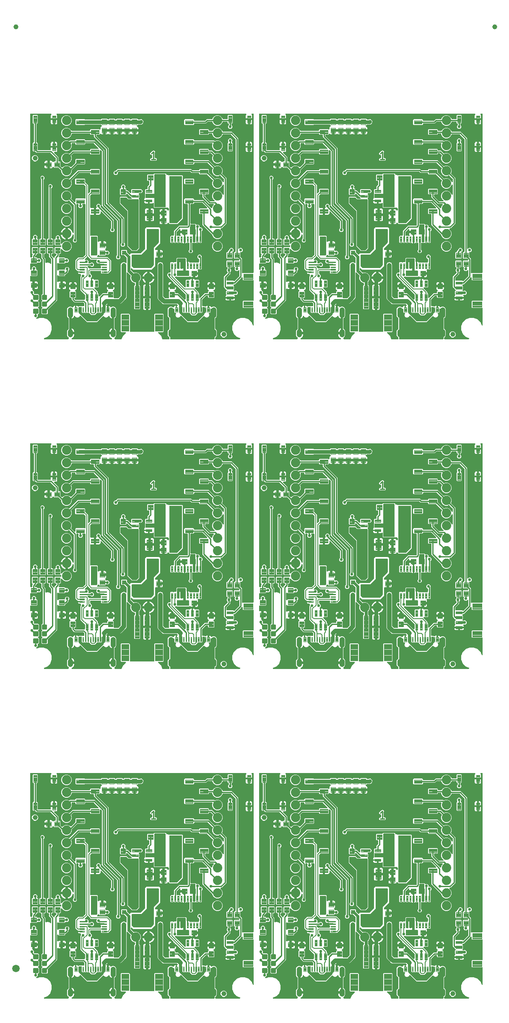
<source format=gtl>
G04 EAGLE Gerber RS-274X export*
G75*
%MOMM*%
%FSLAX34Y34*%
%LPD*%
%INTop Copper*%
%IPPOS*%
%AMOC8*
5,1,8,0,0,1.08239X$1,22.5*%
G01*
%ADD10C,0.279400*%
%ADD11C,0.100000*%
%ADD12C,0.096000*%
%ADD13C,1.879600*%
%ADD14C,0.102000*%
%ADD15C,1.000000*%
%ADD16C,1.000000*%
%ADD17C,0.099059*%
%ADD18C,0.300000*%
%ADD19C,0.101600*%
%ADD20C,0.104000*%
%ADD21C,0.100800*%
%ADD22C,0.099000*%
%ADD23C,0.102869*%
%ADD24C,1.500000*%
%ADD25C,0.254000*%
%ADD26C,0.558800*%
%ADD27C,0.762000*%
%ADD28C,0.508000*%
%ADD29C,0.558800*%
%ADD30C,0.889000*%
%ADD31C,0.304800*%
%ADD32C,0.203200*%

G36*
X79366Y2810D02*
X79366Y2810D01*
X79485Y2817D01*
X79523Y2830D01*
X79564Y2835D01*
X79674Y2878D01*
X79787Y2915D01*
X79822Y2937D01*
X79859Y2952D01*
X79955Y3021D01*
X80056Y3085D01*
X80084Y3115D01*
X80117Y3138D01*
X80193Y3230D01*
X80274Y3317D01*
X80294Y3352D01*
X80319Y3383D01*
X80370Y3491D01*
X80428Y3595D01*
X80438Y3635D01*
X80455Y3671D01*
X80477Y3788D01*
X80507Y3903D01*
X80511Y3963D01*
X80515Y3983D01*
X80513Y4004D01*
X80517Y4064D01*
X80517Y5979D01*
X80505Y6077D01*
X80502Y6176D01*
X80485Y6234D01*
X80477Y6294D01*
X80441Y6386D01*
X80413Y6482D01*
X80383Y6534D01*
X80360Y6590D01*
X80302Y6670D01*
X80252Y6755D01*
X80186Y6831D01*
X80174Y6847D01*
X80164Y6855D01*
X80146Y6876D01*
X78484Y8538D01*
X77529Y10843D01*
X77529Y19337D01*
X78484Y21642D01*
X80146Y23304D01*
X80206Y23382D01*
X80274Y23454D01*
X80303Y23507D01*
X80340Y23555D01*
X80380Y23646D01*
X80428Y23733D01*
X80443Y23791D01*
X80467Y23847D01*
X80482Y23945D01*
X80507Y24040D01*
X80513Y24141D01*
X80517Y24161D01*
X80515Y24173D01*
X80517Y24201D01*
X80517Y45279D01*
X80505Y45377D01*
X80502Y45476D01*
X80485Y45534D01*
X80477Y45594D01*
X80441Y45686D01*
X80413Y45782D01*
X80383Y45834D01*
X80360Y45890D01*
X80302Y45970D01*
X80252Y46055D01*
X80186Y46131D01*
X80174Y46147D01*
X80164Y46155D01*
X80146Y46176D01*
X78484Y47838D01*
X77529Y50143D01*
X77529Y63637D01*
X78484Y65942D01*
X80248Y67706D01*
X82553Y68661D01*
X85047Y68661D01*
X87385Y67692D01*
X87404Y67678D01*
X87505Y67592D01*
X87529Y67581D01*
X87550Y67564D01*
X87672Y67511D01*
X87791Y67454D01*
X87818Y67448D01*
X87842Y67438D01*
X87973Y67417D01*
X88103Y67391D01*
X88130Y67392D01*
X88156Y67388D01*
X88289Y67400D01*
X88421Y67407D01*
X88446Y67415D01*
X88473Y67418D01*
X88598Y67463D01*
X88724Y67502D01*
X88747Y67516D01*
X88772Y67525D01*
X88882Y67600D01*
X88995Y67669D01*
X89013Y67689D01*
X89035Y67704D01*
X89123Y67803D01*
X89215Y67899D01*
X89228Y67922D01*
X89246Y67942D01*
X89306Y68060D01*
X89371Y68176D01*
X89383Y68212D01*
X89391Y68226D01*
X89395Y68247D01*
X89414Y68302D01*
X89819Y69003D01*
X90387Y69571D01*
X91082Y69973D01*
X91858Y70181D01*
X93251Y70181D01*
X93251Y67310D01*
X93266Y67192D01*
X93273Y67073D01*
X93285Y67035D01*
X93291Y66994D01*
X93334Y66884D01*
X93371Y66771D01*
X93393Y66736D01*
X93408Y66699D01*
X93477Y66603D01*
X93541Y66502D01*
X93571Y66474D01*
X93594Y66441D01*
X93686Y66365D01*
X93773Y66284D01*
X93808Y66264D01*
X93839Y66239D01*
X93947Y66188D01*
X94051Y66130D01*
X94091Y66120D01*
X94127Y66103D01*
X94244Y66081D01*
X94359Y66051D01*
X94419Y66047D01*
X94439Y66043D01*
X94460Y66045D01*
X94520Y66041D01*
X94980Y66041D01*
X95098Y66056D01*
X95217Y66063D01*
X95255Y66076D01*
X95296Y66081D01*
X95406Y66124D01*
X95519Y66161D01*
X95554Y66183D01*
X95591Y66198D01*
X95687Y66267D01*
X95788Y66331D01*
X95816Y66361D01*
X95849Y66384D01*
X95925Y66476D01*
X96006Y66563D01*
X96026Y66598D01*
X96051Y66629D01*
X96102Y66737D01*
X96160Y66841D01*
X96170Y66881D01*
X96187Y66917D01*
X96209Y67034D01*
X96239Y67149D01*
X96243Y67209D01*
X96247Y67229D01*
X96245Y67250D01*
X96249Y67310D01*
X96249Y70181D01*
X97642Y70181D01*
X98418Y69973D01*
X99113Y69571D01*
X99242Y69442D01*
X99336Y69369D01*
X99426Y69290D01*
X99462Y69272D01*
X99493Y69247D01*
X99603Y69200D01*
X99709Y69146D01*
X99748Y69137D01*
X99785Y69121D01*
X99903Y69102D01*
X100019Y69076D01*
X100060Y69077D01*
X100099Y69071D01*
X100218Y69082D01*
X100337Y69086D01*
X100376Y69097D01*
X100416Y69101D01*
X100528Y69141D01*
X100642Y69174D01*
X100677Y69195D01*
X100715Y69208D01*
X100726Y69216D01*
X110690Y69216D01*
X110808Y69231D01*
X110927Y69238D01*
X110965Y69251D01*
X111006Y69256D01*
X111116Y69299D01*
X111229Y69336D01*
X111264Y69358D01*
X111301Y69373D01*
X111397Y69442D01*
X111498Y69506D01*
X111526Y69536D01*
X111559Y69559D01*
X111635Y69651D01*
X111716Y69738D01*
X111736Y69773D01*
X111761Y69804D01*
X111812Y69912D01*
X111870Y70016D01*
X111880Y70056D01*
X111897Y70092D01*
X111919Y70209D01*
X111949Y70324D01*
X111953Y70384D01*
X111957Y70404D01*
X111955Y70425D01*
X111959Y70485D01*
X111959Y74422D01*
X111947Y74520D01*
X111944Y74619D01*
X111927Y74677D01*
X111919Y74737D01*
X111883Y74829D01*
X111855Y74925D01*
X111825Y74977D01*
X111802Y75033D01*
X111744Y75113D01*
X111694Y75198D01*
X111628Y75274D01*
X111616Y75290D01*
X111606Y75298D01*
X111588Y75319D01*
X109809Y77098D01*
X109731Y77158D01*
X109659Y77226D01*
X109606Y77255D01*
X109558Y77292D01*
X109467Y77332D01*
X109380Y77380D01*
X109322Y77395D01*
X109266Y77419D01*
X109168Y77434D01*
X109073Y77459D01*
X108972Y77465D01*
X108952Y77469D01*
X108940Y77467D01*
X108912Y77469D01*
X91658Y77469D01*
X86359Y82768D01*
X86359Y85060D01*
X86344Y85178D01*
X86337Y85297D01*
X86324Y85335D01*
X86319Y85376D01*
X86276Y85486D01*
X86239Y85599D01*
X86217Y85634D01*
X86202Y85671D01*
X86133Y85767D01*
X86069Y85868D01*
X86039Y85896D01*
X86016Y85929D01*
X85924Y86005D01*
X85837Y86086D01*
X85802Y86106D01*
X85771Y86131D01*
X85663Y86182D01*
X85559Y86240D01*
X85519Y86250D01*
X85483Y86267D01*
X85366Y86289D01*
X85251Y86319D01*
X85191Y86323D01*
X85171Y86327D01*
X85150Y86325D01*
X85090Y86329D01*
X83667Y86329D01*
X82629Y87367D01*
X82629Y98833D01*
X83908Y100113D01*
X83990Y100217D01*
X84075Y100318D01*
X84087Y100343D01*
X84103Y100364D01*
X84156Y100486D01*
X84214Y100605D01*
X84219Y100631D01*
X84230Y100656D01*
X84251Y100787D01*
X84277Y100916D01*
X84275Y100943D01*
X84280Y100970D01*
X84267Y101102D01*
X84260Y101234D01*
X84252Y101260D01*
X84250Y101287D01*
X84205Y101411D01*
X84166Y101537D01*
X84151Y101560D01*
X84142Y101586D01*
X84068Y101695D01*
X83998Y101808D01*
X83979Y101827D01*
X83964Y101849D01*
X83864Y101936D01*
X83769Y102028D01*
X83745Y102042D01*
X83725Y102059D01*
X83607Y102120D01*
X83492Y102185D01*
X83456Y102197D01*
X83442Y102204D01*
X83421Y102209D01*
X83339Y102236D01*
X83226Y102267D01*
X82533Y102667D01*
X81967Y103233D01*
X81566Y103926D01*
X81359Y104700D01*
X81359Y107601D01*
X87670Y107601D01*
X87788Y107616D01*
X87907Y107623D01*
X87945Y107635D01*
X87985Y107641D01*
X88096Y107684D01*
X88209Y107721D01*
X88243Y107743D01*
X88281Y107758D01*
X88377Y107827D01*
X88478Y107891D01*
X88506Y107921D01*
X88538Y107944D01*
X88614Y108036D01*
X88696Y108123D01*
X88715Y108158D01*
X88741Y108189D01*
X88792Y108297D01*
X88849Y108401D01*
X88859Y108441D01*
X88877Y108477D01*
X88897Y108584D01*
X88901Y108554D01*
X88945Y108444D01*
X88981Y108331D01*
X89003Y108296D01*
X89018Y108259D01*
X89088Y108162D01*
X89151Y108062D01*
X89181Y108034D01*
X89205Y108001D01*
X89296Y107925D01*
X89383Y107844D01*
X89418Y107824D01*
X89450Y107799D01*
X89557Y107748D01*
X89662Y107690D01*
X89701Y107680D01*
X89737Y107663D01*
X89854Y107641D01*
X89970Y107611D01*
X90030Y107607D01*
X90050Y107603D01*
X90070Y107605D01*
X90130Y107601D01*
X96441Y107601D01*
X96441Y104700D01*
X96234Y103926D01*
X95833Y103233D01*
X95267Y102667D01*
X94574Y102267D01*
X94461Y102236D01*
X94338Y102186D01*
X94213Y102141D01*
X94191Y102126D01*
X94166Y102116D01*
X94060Y102037D01*
X93950Y101963D01*
X93932Y101943D01*
X93911Y101926D01*
X93828Y101824D01*
X93740Y101724D01*
X93728Y101700D01*
X93711Y101679D01*
X93655Y101559D01*
X93595Y101441D01*
X93589Y101415D01*
X93578Y101390D01*
X93554Y101260D01*
X93526Y101131D01*
X93526Y101104D01*
X93522Y101077D01*
X93531Y100945D01*
X93535Y100813D01*
X93543Y100787D01*
X93545Y100760D01*
X93587Y100635D01*
X93624Y100507D01*
X93637Y100484D01*
X93646Y100459D01*
X93718Y100348D01*
X93785Y100234D01*
X93810Y100205D01*
X93819Y100192D01*
X93835Y100177D01*
X93892Y100113D01*
X95171Y98833D01*
X95171Y87367D01*
X94133Y86329D01*
X93048Y86329D01*
X92910Y86312D01*
X92772Y86299D01*
X92753Y86292D01*
X92733Y86289D01*
X92603Y86238D01*
X92472Y86191D01*
X92456Y86180D01*
X92437Y86172D01*
X92325Y86091D01*
X92209Y86013D01*
X92196Y85997D01*
X92180Y85986D01*
X92091Y85878D01*
X91999Y85774D01*
X91990Y85756D01*
X91977Y85741D01*
X91917Y85615D01*
X91854Y85491D01*
X91850Y85471D01*
X91841Y85453D01*
X91815Y85316D01*
X91785Y85181D01*
X91785Y85160D01*
X91781Y85141D01*
X91790Y85002D01*
X91794Y84863D01*
X91800Y84843D01*
X91801Y84823D01*
X91844Y84691D01*
X91883Y84557D01*
X91893Y84540D01*
X91899Y84521D01*
X91974Y84403D01*
X92044Y84283D01*
X92063Y84262D01*
X92069Y84252D01*
X92084Y84238D01*
X92151Y84163D01*
X93391Y82922D01*
X93469Y82862D01*
X93541Y82794D01*
X93594Y82765D01*
X93642Y82728D01*
X93733Y82688D01*
X93820Y82640D01*
X93878Y82625D01*
X93934Y82601D01*
X94032Y82586D01*
X94127Y82561D01*
X94228Y82555D01*
X94248Y82551D01*
X94260Y82553D01*
X94288Y82551D01*
X111956Y82551D01*
X112074Y82566D01*
X112193Y82573D01*
X112231Y82586D01*
X112272Y82591D01*
X112382Y82634D01*
X112495Y82671D01*
X112530Y82693D01*
X112567Y82708D01*
X112663Y82777D01*
X112764Y82841D01*
X112792Y82871D01*
X112825Y82894D01*
X112901Y82986D01*
X112982Y83073D01*
X113002Y83108D01*
X113027Y83139D01*
X113078Y83247D01*
X113136Y83351D01*
X113146Y83391D01*
X113163Y83427D01*
X113185Y83544D01*
X113215Y83659D01*
X113219Y83719D01*
X113223Y83739D01*
X113221Y83760D01*
X113225Y83820D01*
X113225Y92257D01*
X113213Y92355D01*
X113210Y92454D01*
X113193Y92512D01*
X113185Y92572D01*
X113149Y92664D01*
X113121Y92760D01*
X113091Y92812D01*
X113068Y92868D01*
X113010Y92948D01*
X112960Y93033D01*
X112894Y93109D01*
X112882Y93125D01*
X112872Y93133D01*
X112854Y93154D01*
X104393Y101615D01*
X104393Y129525D01*
X104530Y129662D01*
X104590Y129740D01*
X104658Y129812D01*
X104687Y129865D01*
X104724Y129913D01*
X104764Y130004D01*
X104812Y130091D01*
X104827Y130149D01*
X104851Y130205D01*
X104866Y130303D01*
X104891Y130398D01*
X104897Y130499D01*
X104901Y130519D01*
X104899Y130531D01*
X104901Y130559D01*
X104901Y132683D01*
X104935Y132762D01*
X104994Y132887D01*
X104998Y132907D01*
X105006Y132926D01*
X105028Y133063D01*
X105054Y133200D01*
X105053Y133220D01*
X105056Y133240D01*
X105043Y133378D01*
X105034Y133517D01*
X105028Y133536D01*
X105026Y133556D01*
X104979Y133687D01*
X104936Y133819D01*
X104926Y133836D01*
X104919Y133856D01*
X104841Y133970D01*
X104766Y134088D01*
X104751Y134102D01*
X104740Y134119D01*
X104636Y134210D01*
X104535Y134306D01*
X104517Y134316D01*
X104502Y134329D01*
X104378Y134392D01*
X104256Y134460D01*
X104237Y134465D01*
X104218Y134474D01*
X104082Y134504D01*
X103948Y134539D01*
X103920Y134541D01*
X103908Y134544D01*
X103888Y134543D01*
X103787Y134549D01*
X102148Y134549D01*
X101372Y134757D01*
X100677Y135159D01*
X100109Y135727D01*
X99707Y136422D01*
X99499Y137198D01*
X99499Y137321D01*
X107040Y137321D01*
X107158Y137336D01*
X107277Y137343D01*
X107315Y137355D01*
X107355Y137360D01*
X107466Y137404D01*
X107579Y137441D01*
X107613Y137463D01*
X107651Y137477D01*
X107747Y137547D01*
X107848Y137611D01*
X107876Y137641D01*
X107908Y137664D01*
X107984Y137756D01*
X108066Y137843D01*
X108085Y137878D01*
X108111Y137909D01*
X108162Y138017D01*
X108219Y138121D01*
X108229Y138160D01*
X108247Y138197D01*
X108269Y138314D01*
X108299Y138429D01*
X108303Y138489D01*
X108306Y138509D01*
X108306Y138510D01*
X108305Y138530D01*
X108309Y138590D01*
X108294Y138708D01*
X108287Y138827D01*
X108274Y138865D01*
X108269Y138906D01*
X108225Y139016D01*
X108189Y139130D01*
X108167Y139164D01*
X108152Y139201D01*
X108082Y139298D01*
X108018Y139398D01*
X107989Y139426D01*
X107965Y139459D01*
X107873Y139535D01*
X107787Y139616D01*
X107751Y139636D01*
X107720Y139662D01*
X107613Y139712D01*
X107508Y139770D01*
X107469Y139780D01*
X107433Y139797D01*
X107316Y139819D01*
X107200Y139849D01*
X107140Y139853D01*
X107120Y139857D01*
X107100Y139856D01*
X107040Y139859D01*
X99489Y139859D01*
X99484Y139898D01*
X99477Y140017D01*
X99464Y140055D01*
X99459Y140096D01*
X99416Y140206D01*
X99379Y140319D01*
X99357Y140354D01*
X99342Y140391D01*
X99273Y140487D01*
X99209Y140588D01*
X99179Y140616D01*
X99156Y140649D01*
X99064Y140725D01*
X98977Y140806D01*
X98942Y140826D01*
X98911Y140851D01*
X98803Y140902D01*
X98699Y140960D01*
X98659Y140970D01*
X98623Y140987D01*
X98506Y141009D01*
X98391Y141039D01*
X98331Y141043D01*
X98311Y141047D01*
X98290Y141045D01*
X98230Y141049D01*
X97928Y141049D01*
X93979Y144998D01*
X93979Y162088D01*
X99532Y167641D01*
X108150Y167641D01*
X108248Y167653D01*
X108347Y167656D01*
X108405Y167673D01*
X108465Y167681D01*
X108557Y167717D01*
X108653Y167745D01*
X108705Y167775D01*
X108761Y167798D01*
X108841Y167856D01*
X108926Y167906D01*
X109002Y167972D01*
X109018Y167984D01*
X109026Y167994D01*
X109047Y168012D01*
X113928Y172893D01*
X113988Y172971D01*
X114056Y173043D01*
X114085Y173096D01*
X114122Y173144D01*
X114162Y173235D01*
X114210Y173322D01*
X114225Y173380D01*
X114249Y173436D01*
X114264Y173534D01*
X114289Y173629D01*
X114295Y173730D01*
X114299Y173750D01*
X114297Y173762D01*
X114299Y173790D01*
X114299Y274687D01*
X114282Y274824D01*
X114269Y274963D01*
X114262Y274982D01*
X114259Y275002D01*
X114208Y275132D01*
X114161Y275262D01*
X114150Y275279D01*
X114142Y275298D01*
X114061Y275411D01*
X113983Y275526D01*
X113967Y275539D01*
X113956Y275555D01*
X113848Y275644D01*
X113744Y275736D01*
X113726Y275745D01*
X113711Y275758D01*
X113585Y275817D01*
X113461Y275881D01*
X113441Y275885D01*
X113423Y275894D01*
X113286Y275920D01*
X113151Y275950D01*
X113130Y275950D01*
X113111Y275953D01*
X112972Y275945D01*
X112833Y275941D01*
X112813Y275935D01*
X112793Y275934D01*
X112661Y275891D01*
X112527Y275852D01*
X112510Y275842D01*
X112491Y275836D01*
X112402Y275779D01*
X108953Y275779D01*
X108815Y275762D01*
X108677Y275749D01*
X108658Y275742D01*
X108638Y275739D01*
X108508Y275688D01*
X108378Y275641D01*
X108361Y275630D01*
X108342Y275622D01*
X108230Y275541D01*
X108115Y275463D01*
X108101Y275447D01*
X108085Y275436D01*
X107996Y275328D01*
X107904Y275224D01*
X107895Y275206D01*
X107882Y275191D01*
X107823Y275064D01*
X107759Y274941D01*
X107755Y274921D01*
X107746Y274903D01*
X107720Y274766D01*
X107690Y274631D01*
X107690Y274610D01*
X107687Y274591D01*
X107695Y274452D01*
X107700Y274313D01*
X107705Y274293D01*
X107706Y274273D01*
X107749Y274141D01*
X107788Y274007D01*
X107798Y273990D01*
X107804Y273971D01*
X107879Y273853D01*
X107949Y273733D01*
X107968Y273712D01*
X107975Y273702D01*
X107990Y273688D01*
X108056Y273612D01*
X108205Y273464D01*
X108205Y270096D01*
X105824Y267715D01*
X102456Y267715D01*
X100075Y270096D01*
X100075Y273464D01*
X100224Y273612D01*
X100309Y273722D01*
X100398Y273829D01*
X100407Y273848D01*
X100419Y273864D01*
X100474Y273992D01*
X100534Y274117D01*
X100537Y274137D01*
X100545Y274156D01*
X100567Y274294D01*
X100593Y274430D01*
X100592Y274450D01*
X100595Y274470D01*
X100582Y274609D01*
X100574Y274747D01*
X100567Y274766D01*
X100565Y274786D01*
X100518Y274917D01*
X100476Y275049D01*
X100465Y275067D01*
X100458Y275086D01*
X100380Y275200D01*
X100305Y275318D01*
X100291Y275332D01*
X100279Y275349D01*
X100175Y275441D01*
X100074Y275536D01*
X100056Y275546D01*
X100041Y275559D01*
X99917Y275622D01*
X99795Y275690D01*
X99776Y275695D01*
X99758Y275704D01*
X99622Y275734D01*
X99487Y275769D01*
X99459Y275771D01*
X99447Y275774D01*
X99427Y275773D01*
X99327Y275779D01*
X96774Y275779D01*
X96656Y275764D01*
X96537Y275757D01*
X96499Y275744D01*
X96458Y275739D01*
X96348Y275696D01*
X96235Y275659D01*
X96200Y275637D01*
X96163Y275622D01*
X96067Y275553D01*
X95966Y275489D01*
X95938Y275459D01*
X95905Y275436D01*
X95829Y275344D01*
X95748Y275257D01*
X95728Y275222D01*
X95703Y275191D01*
X95652Y275083D01*
X95594Y274979D01*
X95584Y274939D01*
X95567Y274903D01*
X95545Y274786D01*
X95515Y274671D01*
X95511Y274611D01*
X95507Y274591D01*
X95509Y274570D01*
X95505Y274510D01*
X95505Y206171D01*
X95517Y206073D01*
X95520Y205974D01*
X95537Y205916D01*
X95545Y205856D01*
X95581Y205764D01*
X95609Y205669D01*
X95639Y205617D01*
X95662Y205560D01*
X95720Y205480D01*
X95770Y205395D01*
X95836Y205319D01*
X95848Y205303D01*
X95858Y205295D01*
X95876Y205274D01*
X97029Y204122D01*
X97029Y200754D01*
X94648Y198373D01*
X91280Y198373D01*
X88899Y200754D01*
X88899Y204122D01*
X90052Y205274D01*
X90112Y205352D01*
X90180Y205424D01*
X90209Y205477D01*
X90246Y205525D01*
X90286Y205616D01*
X90334Y205703D01*
X90349Y205761D01*
X90373Y205817D01*
X90388Y205915D01*
X90413Y206011D01*
X90419Y206111D01*
X90423Y206131D01*
X90421Y206143D01*
X90423Y206171D01*
X90423Y213257D01*
X90416Y213317D01*
X90418Y213377D01*
X90396Y213474D01*
X90383Y213573D01*
X90361Y213628D01*
X90348Y213687D01*
X90303Y213776D01*
X90266Y213868D01*
X90231Y213917D01*
X90204Y213970D01*
X90138Y214045D01*
X90080Y214126D01*
X90033Y214164D01*
X89994Y214209D01*
X89911Y214265D01*
X89835Y214329D01*
X89780Y214354D01*
X89731Y214388D01*
X89637Y214422D01*
X89547Y214464D01*
X89488Y214475D01*
X89432Y214496D01*
X89332Y214505D01*
X89235Y214524D01*
X89175Y214520D01*
X89115Y214526D01*
X89016Y214510D01*
X88917Y214504D01*
X88860Y214486D01*
X88801Y214476D01*
X88709Y214437D01*
X88615Y214406D01*
X88564Y214374D01*
X88509Y214350D01*
X88430Y214289D01*
X88346Y214236D01*
X88305Y214192D01*
X88257Y214156D01*
X88196Y214077D01*
X88128Y214004D01*
X88099Y213952D01*
X88062Y213904D01*
X88022Y213813D01*
X87974Y213726D01*
X87959Y213668D01*
X87936Y213613D01*
X87900Y213456D01*
X87845Y213104D01*
X87264Y211317D01*
X86411Y209643D01*
X85306Y208122D01*
X83978Y206794D01*
X82457Y205689D01*
X80783Y204836D01*
X78996Y204255D01*
X78739Y204215D01*
X78739Y214630D01*
X78724Y214748D01*
X78717Y214867D01*
X78704Y214905D01*
X78699Y214945D01*
X78656Y215056D01*
X78619Y215169D01*
X78597Y215203D01*
X78582Y215241D01*
X78512Y215337D01*
X78449Y215438D01*
X78419Y215466D01*
X78395Y215498D01*
X78304Y215574D01*
X78217Y215656D01*
X78182Y215675D01*
X78151Y215701D01*
X78043Y215752D01*
X77939Y215809D01*
X77899Y215820D01*
X77863Y215837D01*
X77746Y215859D01*
X77631Y215889D01*
X77570Y215893D01*
X77550Y215897D01*
X77530Y215895D01*
X77470Y215899D01*
X76199Y215899D01*
X76199Y215901D01*
X77470Y215901D01*
X77588Y215916D01*
X77707Y215923D01*
X77745Y215936D01*
X77785Y215941D01*
X77896Y215985D01*
X78009Y216021D01*
X78044Y216043D01*
X78081Y216058D01*
X78177Y216128D01*
X78278Y216191D01*
X78306Y216221D01*
X78339Y216245D01*
X78414Y216336D01*
X78496Y216423D01*
X78516Y216458D01*
X78541Y216490D01*
X78592Y216597D01*
X78650Y216702D01*
X78660Y216741D01*
X78677Y216777D01*
X78699Y216894D01*
X78729Y217009D01*
X78733Y217070D01*
X78737Y217090D01*
X78735Y217110D01*
X78739Y217170D01*
X78739Y227585D01*
X78996Y227545D01*
X80783Y226964D01*
X82457Y226111D01*
X83978Y225006D01*
X85306Y223678D01*
X86411Y222157D01*
X87264Y220483D01*
X87845Y218696D01*
X87900Y218344D01*
X87903Y218336D01*
X87903Y218330D01*
X87915Y218294D01*
X87917Y218287D01*
X87925Y218227D01*
X87961Y218135D01*
X87989Y218039D01*
X88020Y217987D01*
X88042Y217932D01*
X88100Y217851D01*
X88151Y217765D01*
X88193Y217723D01*
X88228Y217674D01*
X88305Y217611D01*
X88376Y217540D01*
X88427Y217510D01*
X88473Y217471D01*
X88564Y217429D01*
X88649Y217378D01*
X88707Y217361D01*
X88761Y217336D01*
X88859Y217317D01*
X88955Y217289D01*
X89015Y217287D01*
X89074Y217276D01*
X89173Y217282D01*
X89273Y217279D01*
X89331Y217292D01*
X89391Y217296D01*
X89486Y217327D01*
X89583Y217348D01*
X89636Y217375D01*
X89693Y217394D01*
X89778Y217447D01*
X89866Y217492D01*
X89911Y217532D01*
X89962Y217564D01*
X90030Y217637D01*
X90105Y217702D01*
X90139Y217752D01*
X90180Y217796D01*
X90228Y217883D01*
X90284Y217965D01*
X90305Y218022D01*
X90334Y218074D01*
X90358Y218167D01*
X90361Y218174D01*
X90362Y218181D01*
X90392Y218264D01*
X90398Y218324D01*
X90413Y218382D01*
X90419Y218479D01*
X90421Y218487D01*
X90420Y218495D01*
X90423Y218543D01*
X90423Y273758D01*
X90411Y273856D01*
X90408Y273955D01*
X90391Y274013D01*
X90383Y274073D01*
X90347Y274165D01*
X90319Y274261D01*
X90289Y274313D01*
X90266Y274369D01*
X90208Y274449D01*
X90158Y274534D01*
X90092Y274610D01*
X90080Y274626D01*
X90070Y274634D01*
X90052Y274655D01*
X82424Y282282D01*
X82401Y282301D01*
X82382Y282323D01*
X82276Y282398D01*
X82173Y282477D01*
X82146Y282489D01*
X82122Y282506D01*
X82001Y282552D01*
X81881Y282604D01*
X81852Y282608D01*
X81825Y282619D01*
X81696Y282633D01*
X81567Y282654D01*
X81538Y282651D01*
X81508Y282654D01*
X81380Y282636D01*
X81251Y282624D01*
X81223Y282614D01*
X81194Y282610D01*
X81041Y282558D01*
X78322Y281431D01*
X74078Y281431D01*
X70157Y283055D01*
X67155Y286057D01*
X65531Y289978D01*
X65531Y294222D01*
X67155Y298143D01*
X70157Y301145D01*
X74078Y302769D01*
X78322Y302769D01*
X82243Y301145D01*
X85245Y298143D01*
X86869Y294222D01*
X86869Y289978D01*
X85742Y287259D01*
X85735Y287230D01*
X85721Y287204D01*
X85693Y287077D01*
X85659Y286952D01*
X85658Y286923D01*
X85652Y286894D01*
X85656Y286764D01*
X85653Y286634D01*
X85660Y286605D01*
X85661Y286576D01*
X85697Y286451D01*
X85728Y286325D01*
X85741Y286299D01*
X85750Y286270D01*
X85816Y286158D01*
X85876Y286044D01*
X85896Y286022D01*
X85911Y285996D01*
X86018Y285876D01*
X91663Y280231D01*
X91772Y280145D01*
X91879Y280057D01*
X91898Y280048D01*
X91914Y280036D01*
X92042Y279980D01*
X92167Y279921D01*
X92187Y279917D01*
X92206Y279909D01*
X92344Y279887D01*
X92480Y279861D01*
X92500Y279863D01*
X92520Y279859D01*
X92659Y279873D01*
X92797Y279881D01*
X92816Y279887D01*
X92836Y279889D01*
X92968Y279936D01*
X93099Y279979D01*
X93117Y279990D01*
X93136Y279997D01*
X93251Y280075D01*
X93368Y280149D01*
X93382Y280164D01*
X93399Y280175D01*
X93491Y280280D01*
X93586Y280381D01*
X93596Y280399D01*
X93609Y280414D01*
X93673Y280538D01*
X93740Y280659D01*
X93745Y280679D01*
X93754Y280697D01*
X93784Y280833D01*
X93819Y280967D01*
X93821Y280995D01*
X93824Y281007D01*
X93823Y281028D01*
X93829Y281128D01*
X93829Y285778D01*
X94872Y286821D01*
X112384Y286821D01*
X112512Y286766D01*
X112637Y286706D01*
X112657Y286703D01*
X112676Y286695D01*
X112813Y286673D01*
X112950Y286647D01*
X112970Y286648D01*
X112990Y286645D01*
X113128Y286658D01*
X113267Y286666D01*
X113286Y286673D01*
X113306Y286674D01*
X113437Y286722D01*
X113569Y286764D01*
X113586Y286775D01*
X113606Y286782D01*
X113721Y286860D01*
X113838Y286935D01*
X113852Y286949D01*
X113869Y286961D01*
X113961Y287065D01*
X114056Y287166D01*
X114066Y287184D01*
X114079Y287199D01*
X114143Y287323D01*
X114210Y287445D01*
X114215Y287464D01*
X114224Y287482D01*
X114254Y287618D01*
X114289Y287753D01*
X114291Y287781D01*
X114294Y287793D01*
X114293Y287813D01*
X114299Y287913D01*
X114299Y311604D01*
X114287Y311702D01*
X114284Y311801D01*
X114267Y311859D01*
X114259Y311919D01*
X114223Y312011D01*
X114195Y312107D01*
X114165Y312159D01*
X114142Y312215D01*
X114084Y312295D01*
X114034Y312380D01*
X113968Y312456D01*
X113956Y312472D01*
X113946Y312480D01*
X113928Y312501D01*
X111275Y315154D01*
X111197Y315214D01*
X111125Y315282D01*
X111072Y315311D01*
X111024Y315348D01*
X110933Y315388D01*
X110846Y315436D01*
X110788Y315451D01*
X110732Y315475D01*
X110634Y315490D01*
X110539Y315515D01*
X110439Y315521D01*
X110418Y315525D01*
X110406Y315523D01*
X110378Y315525D01*
X94767Y315525D01*
X93575Y316717D01*
X93575Y325883D01*
X94767Y327075D01*
X112433Y327075D01*
X113625Y325883D01*
X113625Y320516D01*
X113637Y320418D01*
X113640Y320319D01*
X113657Y320261D01*
X113665Y320201D01*
X113701Y320109D01*
X113729Y320013D01*
X113759Y319961D01*
X113782Y319905D01*
X113840Y319825D01*
X113890Y319739D01*
X113956Y319664D01*
X113968Y319648D01*
X113978Y319640D01*
X113996Y319619D01*
X119381Y314234D01*
X119381Y298818D01*
X119398Y298680D01*
X119411Y298542D01*
X119418Y298523D01*
X119421Y298503D01*
X119472Y298373D01*
X119519Y298242D01*
X119530Y298226D01*
X119538Y298207D01*
X119619Y298094D01*
X119697Y297979D01*
X119713Y297966D01*
X119724Y297950D01*
X119832Y297861D01*
X119936Y297769D01*
X119954Y297760D01*
X119969Y297747D01*
X120095Y297687D01*
X120219Y297624D01*
X120239Y297620D01*
X120257Y297611D01*
X120394Y297585D01*
X120529Y297555D01*
X120550Y297555D01*
X120569Y297551D01*
X120708Y297560D01*
X120847Y297564D01*
X120867Y297570D01*
X120887Y297571D01*
X121019Y297614D01*
X121153Y297653D01*
X121170Y297663D01*
X121189Y297669D01*
X121307Y297744D01*
X121427Y297814D01*
X121448Y297833D01*
X121458Y297839D01*
X121472Y297854D01*
X121547Y297921D01*
X123204Y299577D01*
X123264Y299655D01*
X123332Y299727D01*
X123361Y299780D01*
X123398Y299828D01*
X123438Y299919D01*
X123486Y300006D01*
X123501Y300064D01*
X123525Y300120D01*
X123540Y300218D01*
X123565Y300313D01*
X123571Y300414D01*
X123575Y300434D01*
X123573Y300446D01*
X123575Y300474D01*
X123575Y305883D01*
X124767Y307075D01*
X142433Y307075D01*
X143625Y305883D01*
X143625Y296717D01*
X142433Y295525D01*
X126864Y295525D01*
X126766Y295513D01*
X126667Y295510D01*
X126609Y295493D01*
X126549Y295485D01*
X126457Y295449D01*
X126361Y295421D01*
X126309Y295391D01*
X126253Y295368D01*
X126173Y295310D01*
X126088Y295260D01*
X126012Y295194D01*
X125996Y295182D01*
X125988Y295172D01*
X125967Y295154D01*
X123948Y293135D01*
X123888Y293057D01*
X123820Y292985D01*
X123791Y292932D01*
X123754Y292884D01*
X123714Y292793D01*
X123666Y292706D01*
X123651Y292648D01*
X123627Y292592D01*
X123612Y292494D01*
X123587Y292399D01*
X123581Y292298D01*
X123577Y292278D01*
X123579Y292266D01*
X123577Y292238D01*
X123577Y269308D01*
X123592Y269183D01*
X123602Y269057D01*
X123612Y269025D01*
X123617Y268992D01*
X123663Y268875D01*
X123703Y268756D01*
X123721Y268728D01*
X123734Y268696D01*
X123807Y268595D01*
X123876Y268489D01*
X123901Y268466D01*
X123920Y268439D01*
X124017Y268359D01*
X124110Y268274D01*
X124139Y268258D01*
X124165Y268236D01*
X124279Y268183D01*
X124390Y268123D01*
X124423Y268115D01*
X124453Y268101D01*
X124576Y268077D01*
X124699Y268047D01*
X124732Y268047D01*
X124765Y268041D01*
X124891Y268049D01*
X125017Y268050D01*
X125065Y268060D01*
X125083Y268061D01*
X125103Y268067D01*
X125175Y268082D01*
X125208Y268091D01*
X131476Y268091D01*
X131476Y262155D01*
X131491Y262037D01*
X131498Y261918D01*
X131510Y261880D01*
X131516Y261840D01*
X131559Y261729D01*
X131596Y261616D01*
X131618Y261582D01*
X131633Y261544D01*
X131702Y261448D01*
X131766Y261347D01*
X131796Y261319D01*
X131814Y261295D01*
X131800Y261279D01*
X131719Y261192D01*
X131699Y261156D01*
X131674Y261125D01*
X131623Y261018D01*
X131565Y260913D01*
X131555Y260874D01*
X131538Y260838D01*
X131516Y260721D01*
X131486Y260605D01*
X131482Y260545D01*
X131478Y260525D01*
X131480Y260505D01*
X131476Y260445D01*
X131476Y254509D01*
X125208Y254509D01*
X125175Y254518D01*
X125050Y254535D01*
X124926Y254559D01*
X124893Y254557D01*
X124860Y254562D01*
X124734Y254547D01*
X124609Y254539D01*
X124577Y254529D01*
X124544Y254525D01*
X124426Y254480D01*
X124307Y254441D01*
X124278Y254423D01*
X124247Y254411D01*
X124144Y254338D01*
X124038Y254271D01*
X124015Y254247D01*
X123987Y254227D01*
X123906Y254131D01*
X123820Y254039D01*
X123804Y254010D01*
X123782Y253984D01*
X123727Y253871D01*
X123666Y253761D01*
X123658Y253728D01*
X123643Y253698D01*
X123618Y253575D01*
X123587Y253453D01*
X123584Y253404D01*
X123580Y253386D01*
X123581Y253365D01*
X123577Y253292D01*
X123577Y212725D01*
X123592Y212607D01*
X123599Y212488D01*
X123612Y212450D01*
X123617Y212409D01*
X123660Y212299D01*
X123697Y212186D01*
X123719Y212151D01*
X123734Y212114D01*
X123803Y212018D01*
X123867Y211917D01*
X123897Y211889D01*
X123920Y211856D01*
X124012Y211780D01*
X124099Y211699D01*
X124134Y211679D01*
X124165Y211654D01*
X124273Y211603D01*
X124377Y211545D01*
X124417Y211535D01*
X124453Y211518D01*
X124570Y211496D01*
X124685Y211466D01*
X124745Y211462D01*
X124765Y211458D01*
X124786Y211460D01*
X124846Y211456D01*
X137949Y211456D01*
X139066Y210339D01*
X139066Y200770D01*
X139083Y200632D01*
X139084Y200618D01*
X139088Y200561D01*
X139091Y200553D01*
X139096Y200494D01*
X139103Y200475D01*
X139106Y200455D01*
X139157Y200326D01*
X139204Y200194D01*
X139215Y200178D01*
X139223Y200159D01*
X139304Y200047D01*
X139382Y199931D01*
X139398Y199918D01*
X139409Y199902D01*
X139517Y199813D01*
X139621Y199721D01*
X139639Y199712D01*
X139654Y199699D01*
X139780Y199640D01*
X139904Y199576D01*
X139924Y199572D01*
X139942Y199563D01*
X140079Y199537D01*
X140214Y199507D01*
X140235Y199507D01*
X140254Y199504D01*
X140393Y199512D01*
X140532Y199516D01*
X140552Y199522D01*
X140572Y199523D01*
X140704Y199566D01*
X140838Y199605D01*
X140855Y199615D01*
X140874Y199621D01*
X140992Y199696D01*
X141112Y199766D01*
X141133Y199785D01*
X141143Y199791D01*
X141157Y199806D01*
X141233Y199873D01*
X141333Y199973D01*
X142026Y200374D01*
X142800Y200581D01*
X145701Y200581D01*
X145701Y194270D01*
X145716Y194152D01*
X145723Y194033D01*
X145735Y193995D01*
X145741Y193955D01*
X145784Y193844D01*
X145821Y193731D01*
X145843Y193697D01*
X145858Y193659D01*
X145927Y193563D01*
X145991Y193462D01*
X146021Y193434D01*
X146044Y193402D01*
X146136Y193326D01*
X146223Y193244D01*
X146258Y193225D01*
X146289Y193199D01*
X146397Y193148D01*
X146501Y193091D01*
X146541Y193081D01*
X146577Y193063D01*
X146694Y193041D01*
X146809Y193011D01*
X146869Y193007D01*
X146889Y193004D01*
X146910Y193005D01*
X146970Y193001D01*
X148161Y193001D01*
X148161Y191810D01*
X148176Y191692D01*
X148183Y191573D01*
X148196Y191535D01*
X148201Y191494D01*
X148245Y191384D01*
X148281Y191271D01*
X148303Y191236D01*
X148318Y191199D01*
X148388Y191102D01*
X148451Y191002D01*
X148481Y190974D01*
X148505Y190941D01*
X148596Y190865D01*
X148683Y190784D01*
X148718Y190764D01*
X148750Y190739D01*
X148857Y190688D01*
X148962Y190630D01*
X149001Y190620D01*
X149037Y190603D01*
X149154Y190581D01*
X149270Y190551D01*
X149330Y190547D01*
X149350Y190543D01*
X149370Y190545D01*
X149430Y190541D01*
X156241Y190541D01*
X156241Y188140D01*
X156034Y187366D01*
X155633Y186673D01*
X155067Y186107D01*
X154490Y185774D01*
X154390Y185698D01*
X154286Y185627D01*
X154264Y185602D01*
X154237Y185581D01*
X154159Y185483D01*
X154075Y185389D01*
X154060Y185359D01*
X154039Y185332D01*
X153988Y185217D01*
X153931Y185105D01*
X153923Y185073D01*
X153910Y185042D01*
X153889Y184918D01*
X153861Y184795D01*
X153862Y184761D01*
X153857Y184728D01*
X153867Y184603D01*
X153871Y184477D01*
X153880Y184445D01*
X153883Y184411D01*
X153924Y184293D01*
X153959Y184172D01*
X153976Y184143D01*
X153987Y184111D01*
X154057Y184006D01*
X154121Y183898D01*
X154153Y183861D01*
X154163Y183846D01*
X154179Y183831D01*
X154227Y183777D01*
X154971Y183033D01*
X154971Y182579D01*
X154988Y182441D01*
X155001Y182303D01*
X155008Y182284D01*
X155011Y182264D01*
X155062Y182135D01*
X155109Y182004D01*
X155120Y181987D01*
X155128Y181968D01*
X155209Y181856D01*
X155287Y181741D01*
X155303Y181727D01*
X155314Y181711D01*
X155422Y181622D01*
X155526Y181530D01*
X155544Y181521D01*
X155559Y181508D01*
X155685Y181449D01*
X155809Y181385D01*
X155829Y181381D01*
X155847Y181372D01*
X155983Y181346D01*
X156119Y181316D01*
X156140Y181316D01*
X156159Y181313D01*
X156298Y181321D01*
X156437Y181326D01*
X156457Y181331D01*
X156477Y181332D01*
X156609Y181375D01*
X156743Y181414D01*
X156760Y181424D01*
X156779Y181430D01*
X156897Y181505D01*
X157017Y181576D01*
X157038Y181594D01*
X157048Y181601D01*
X157058Y181611D01*
X160434Y181611D01*
X162815Y179230D01*
X162815Y175862D01*
X160434Y173481D01*
X157046Y173481D01*
X157028Y173495D01*
X156921Y173584D01*
X156902Y173593D01*
X156886Y173605D01*
X156758Y173660D01*
X156633Y173720D01*
X156613Y173723D01*
X156594Y173731D01*
X156457Y173753D01*
X156320Y173779D01*
X156300Y173778D01*
X156280Y173781D01*
X156142Y173768D01*
X156003Y173760D01*
X155984Y173753D01*
X155964Y173751D01*
X155833Y173704D01*
X155701Y173662D01*
X155683Y173651D01*
X155664Y173644D01*
X155549Y173566D01*
X155432Y173491D01*
X155418Y173477D01*
X155401Y173465D01*
X155309Y173361D01*
X155214Y173260D01*
X155204Y173242D01*
X155191Y173227D01*
X155127Y173103D01*
X155060Y172981D01*
X155055Y172962D01*
X155046Y172944D01*
X155016Y172808D01*
X154981Y172673D01*
X154979Y172645D01*
X154976Y172633D01*
X154977Y172613D01*
X154974Y172570D01*
X153933Y171529D01*
X142467Y171529D01*
X141232Y172763D01*
X141123Y172849D01*
X141016Y172937D01*
X140997Y172946D01*
X140981Y172958D01*
X140853Y173014D01*
X140728Y173073D01*
X140708Y173077D01*
X140689Y173085D01*
X140551Y173107D01*
X140415Y173133D01*
X140395Y173131D01*
X140375Y173134D01*
X140236Y173121D01*
X140098Y173113D01*
X140079Y173107D01*
X140059Y173105D01*
X139927Y173057D01*
X139796Y173015D01*
X139778Y173004D01*
X139759Y172997D01*
X139644Y172919D01*
X139527Y172845D01*
X139513Y172830D01*
X139496Y172818D01*
X139404Y172714D01*
X139309Y172613D01*
X139299Y172595D01*
X139286Y172580D01*
X139222Y172456D01*
X139155Y172334D01*
X139150Y172315D01*
X139141Y172297D01*
X139111Y172161D01*
X139076Y172027D01*
X139074Y171998D01*
X139071Y171987D01*
X139072Y171966D01*
X139070Y171935D01*
X138213Y171077D01*
X138128Y170968D01*
X138039Y170861D01*
X138030Y170842D01*
X138018Y170826D01*
X137962Y170699D01*
X137903Y170573D01*
X137899Y170553D01*
X137891Y170534D01*
X137869Y170396D01*
X137843Y170260D01*
X137845Y170240D01*
X137841Y170220D01*
X137855Y170081D01*
X137863Y169943D01*
X137869Y169924D01*
X137871Y169904D01*
X137918Y169772D01*
X137961Y169641D01*
X137972Y169623D01*
X137979Y169604D01*
X138057Y169489D01*
X138131Y169372D01*
X138146Y169358D01*
X138157Y169341D01*
X138261Y169249D01*
X138363Y169154D01*
X138381Y169144D01*
X138396Y169131D01*
X138520Y169068D01*
X138641Y169000D01*
X138661Y168995D01*
X138679Y168986D01*
X138815Y168956D01*
X138949Y168921D01*
X138977Y168919D01*
X138989Y168916D01*
X139010Y168917D01*
X139110Y168911D01*
X159294Y168911D01*
X166371Y161834D01*
X166371Y141188D01*
X161232Y136049D01*
X158383Y136049D01*
X158284Y136037D01*
X158185Y136034D01*
X158127Y136017D01*
X158067Y136009D01*
X157975Y135973D01*
X157880Y135945D01*
X157828Y135915D01*
X157771Y135892D01*
X157691Y135834D01*
X157606Y135784D01*
X157531Y135718D01*
X157514Y135706D01*
X157506Y135696D01*
X157485Y135678D01*
X157373Y135565D01*
X146707Y135565D01*
X145515Y136757D01*
X145515Y139780D01*
X145500Y139898D01*
X145493Y140017D01*
X145480Y140055D01*
X145475Y140096D01*
X145432Y140206D01*
X145395Y140319D01*
X145373Y140354D01*
X145358Y140391D01*
X145289Y140487D01*
X145225Y140588D01*
X145195Y140616D01*
X145172Y140649D01*
X145080Y140725D01*
X144993Y140806D01*
X144958Y140826D01*
X144927Y140851D01*
X144819Y140902D01*
X144715Y140960D01*
X144675Y140970D01*
X144639Y140987D01*
X144522Y141009D01*
X144407Y141039D01*
X144347Y141043D01*
X144327Y141047D01*
X144306Y141045D01*
X144246Y141049D01*
X125222Y141049D01*
X125104Y141034D01*
X124985Y141027D01*
X124947Y141014D01*
X124906Y141009D01*
X124796Y140966D01*
X124683Y140929D01*
X124648Y140907D01*
X124611Y140892D01*
X124515Y140823D01*
X124414Y140759D01*
X124386Y140729D01*
X124353Y140706D01*
X124277Y140614D01*
X124196Y140527D01*
X124176Y140492D01*
X124151Y140461D01*
X124100Y140353D01*
X124042Y140249D01*
X124032Y140209D01*
X124015Y140173D01*
X123993Y140056D01*
X123963Y139941D01*
X123959Y139881D01*
X123955Y139861D01*
X123957Y139840D01*
X123953Y139780D01*
X123953Y136409D01*
X123968Y136291D01*
X123975Y136172D01*
X123988Y136134D01*
X123993Y136094D01*
X124036Y135983D01*
X124073Y135870D01*
X124095Y135836D01*
X124110Y135798D01*
X124179Y135702D01*
X124243Y135601D01*
X124273Y135573D01*
X124296Y135541D01*
X124388Y135465D01*
X124475Y135383D01*
X124510Y135364D01*
X124541Y135338D01*
X124649Y135287D01*
X124753Y135230D01*
X124793Y135219D01*
X124829Y135202D01*
X124856Y135197D01*
X127443Y132610D01*
X127443Y129032D01*
X125220Y126808D01*
X125134Y126699D01*
X125046Y126592D01*
X125037Y126573D01*
X125025Y126557D01*
X124969Y126429D01*
X124910Y126304D01*
X124906Y126284D01*
X124898Y126265D01*
X124876Y126127D01*
X124850Y125991D01*
X124852Y125971D01*
X124848Y125951D01*
X124861Y125812D01*
X124870Y125674D01*
X124876Y125655D01*
X124878Y125635D01*
X124925Y125503D01*
X124968Y125372D01*
X124979Y125354D01*
X124986Y125335D01*
X125064Y125220D01*
X125138Y125103D01*
X125153Y125089D01*
X125164Y125072D01*
X125269Y124980D01*
X125370Y124885D01*
X125388Y124875D01*
X125403Y124862D01*
X125527Y124798D01*
X125626Y124744D01*
X125626Y115456D01*
X125641Y115338D01*
X125648Y115219D01*
X125660Y115181D01*
X125666Y115141D01*
X125709Y115030D01*
X125746Y114917D01*
X125768Y114883D01*
X125783Y114845D01*
X125852Y114749D01*
X125916Y114648D01*
X125946Y114620D01*
X125969Y114588D01*
X126061Y114512D01*
X126148Y114430D01*
X126183Y114411D01*
X126214Y114385D01*
X126322Y114334D01*
X126426Y114277D01*
X126466Y114267D01*
X126502Y114249D01*
X126619Y114227D01*
X126734Y114197D01*
X126794Y114193D01*
X126814Y114190D01*
X126835Y114191D01*
X126895Y114187D01*
X127105Y114187D01*
X127223Y114202D01*
X127342Y114209D01*
X127380Y114222D01*
X127421Y114227D01*
X127531Y114271D01*
X127644Y114307D01*
X127679Y114329D01*
X127716Y114344D01*
X127812Y114414D01*
X127913Y114477D01*
X127941Y114507D01*
X127974Y114531D01*
X128050Y114622D01*
X128131Y114709D01*
X128151Y114744D01*
X128176Y114776D01*
X128227Y114883D01*
X128285Y114988D01*
X128295Y115027D01*
X128312Y115063D01*
X128334Y115180D01*
X128364Y115296D01*
X128368Y115356D01*
X128372Y115376D01*
X128370Y115396D01*
X128374Y115456D01*
X128374Y124642D01*
X129655Y124642D01*
X130427Y124435D01*
X131119Y124035D01*
X131751Y123404D01*
X131845Y123331D01*
X131934Y123252D01*
X131970Y123233D01*
X132002Y123209D01*
X132111Y123161D01*
X132217Y123107D01*
X132257Y123098D01*
X132294Y123082D01*
X132411Y123064D01*
X132527Y123038D01*
X132568Y123039D01*
X132608Y123033D01*
X132727Y123044D01*
X132845Y123047D01*
X132884Y123059D01*
X132924Y123062D01*
X133036Y123103D01*
X133151Y123136D01*
X133186Y123156D01*
X133224Y123170D01*
X133322Y123237D01*
X133425Y123297D01*
X133470Y123337D01*
X133487Y123349D01*
X133500Y123364D01*
X133509Y123372D01*
X139486Y123372D01*
X140521Y122337D01*
X140521Y108365D01*
X139486Y107330D01*
X133618Y107330D01*
X133480Y107313D01*
X133342Y107300D01*
X133323Y107293D01*
X133303Y107290D01*
X133173Y107239D01*
X133043Y107192D01*
X133026Y107181D01*
X133007Y107173D01*
X132895Y107092D01*
X132779Y107014D01*
X132766Y106998D01*
X132750Y106987D01*
X132661Y106879D01*
X132569Y106775D01*
X132560Y106757D01*
X132547Y106742D01*
X132488Y106616D01*
X132424Y106492D01*
X132420Y106472D01*
X132411Y106454D01*
X132385Y106318D01*
X132355Y106182D01*
X132355Y106161D01*
X132352Y106142D01*
X132360Y106003D01*
X132364Y105864D01*
X132370Y105844D01*
X132371Y105824D01*
X132414Y105692D01*
X132453Y105558D01*
X132463Y105541D01*
X132469Y105522D01*
X132544Y105404D01*
X132614Y105284D01*
X132633Y105263D01*
X132639Y105253D01*
X132654Y105239D01*
X132721Y105163D01*
X133064Y104821D01*
X139041Y98844D01*
X139041Y97200D01*
X139053Y97102D01*
X139056Y97003D01*
X139073Y96945D01*
X139081Y96885D01*
X139117Y96793D01*
X139145Y96698D01*
X139175Y96645D01*
X139198Y96589D01*
X139256Y96509D01*
X139306Y96424D01*
X139372Y96348D01*
X139384Y96332D01*
X139394Y96324D01*
X139412Y96303D01*
X140775Y94941D01*
X140775Y90536D01*
X140792Y90399D01*
X140805Y90260D01*
X140812Y90241D01*
X140815Y90221D01*
X140866Y90092D01*
X140913Y89960D01*
X140924Y89944D01*
X140932Y89925D01*
X141013Y89812D01*
X141091Y89697D01*
X141107Y89684D01*
X141118Y89668D01*
X141226Y89579D01*
X141330Y89487D01*
X141348Y89478D01*
X141363Y89465D01*
X141489Y89405D01*
X141613Y89342D01*
X141633Y89338D01*
X141651Y89329D01*
X141787Y89303D01*
X141923Y89273D01*
X141944Y89273D01*
X141963Y89269D01*
X142102Y89278D01*
X142241Y89282D01*
X142261Y89288D01*
X142281Y89289D01*
X142413Y89332D01*
X142547Y89371D01*
X142564Y89381D01*
X142583Y89387D01*
X142701Y89462D01*
X142821Y89532D01*
X142842Y89551D01*
X142852Y89557D01*
X142866Y89572D01*
X142941Y89639D01*
X148944Y95641D01*
X157560Y95641D01*
X157678Y95656D01*
X157797Y95663D01*
X157835Y95676D01*
X157876Y95681D01*
X157986Y95724D01*
X158099Y95761D01*
X158134Y95783D01*
X158171Y95798D01*
X158267Y95867D01*
X158368Y95931D01*
X158396Y95961D01*
X158429Y95984D01*
X158505Y96076D01*
X158586Y96163D01*
X158606Y96198D01*
X158631Y96229D01*
X158682Y96337D01*
X158740Y96441D01*
X158750Y96481D01*
X158767Y96517D01*
X158789Y96634D01*
X158819Y96749D01*
X158823Y96809D01*
X158827Y96829D01*
X158825Y96850D01*
X158829Y96910D01*
X158829Y98833D01*
X160108Y100113D01*
X160190Y100217D01*
X160275Y100318D01*
X160287Y100343D01*
X160303Y100364D01*
X160356Y100486D01*
X160414Y100605D01*
X160419Y100631D01*
X160430Y100656D01*
X160451Y100787D01*
X160477Y100916D01*
X160475Y100943D01*
X160480Y100970D01*
X160467Y101102D01*
X160460Y101234D01*
X160452Y101260D01*
X160450Y101287D01*
X160405Y101411D01*
X160366Y101537D01*
X160351Y101560D01*
X160342Y101586D01*
X160268Y101695D01*
X160198Y101808D01*
X160179Y101827D01*
X160164Y101849D01*
X160064Y101936D01*
X159969Y102028D01*
X159945Y102042D01*
X159925Y102059D01*
X159807Y102120D01*
X159692Y102185D01*
X159656Y102197D01*
X159642Y102204D01*
X159621Y102209D01*
X159539Y102236D01*
X159426Y102267D01*
X158733Y102667D01*
X158167Y103233D01*
X157766Y103926D01*
X157559Y104700D01*
X157559Y107601D01*
X163870Y107601D01*
X163988Y107616D01*
X164107Y107623D01*
X164145Y107635D01*
X164185Y107641D01*
X164296Y107684D01*
X164409Y107721D01*
X164443Y107743D01*
X164481Y107758D01*
X164577Y107827D01*
X164678Y107891D01*
X164706Y107921D01*
X164738Y107944D01*
X164814Y108036D01*
X164896Y108123D01*
X164915Y108158D01*
X164941Y108189D01*
X164992Y108297D01*
X165049Y108401D01*
X165059Y108441D01*
X165077Y108477D01*
X165097Y108584D01*
X165101Y108554D01*
X165145Y108444D01*
X165181Y108331D01*
X165203Y108296D01*
X165218Y108259D01*
X165288Y108162D01*
X165351Y108062D01*
X165381Y108034D01*
X165405Y108001D01*
X165496Y107925D01*
X165583Y107844D01*
X165618Y107824D01*
X165650Y107799D01*
X165757Y107748D01*
X165862Y107690D01*
X165901Y107680D01*
X165937Y107663D01*
X166054Y107641D01*
X166170Y107611D01*
X166230Y107607D01*
X166250Y107603D01*
X166270Y107605D01*
X166330Y107601D01*
X172641Y107601D01*
X172641Y104700D01*
X172434Y103926D01*
X172033Y103233D01*
X171467Y102667D01*
X170774Y102267D01*
X170661Y102236D01*
X170538Y102186D01*
X170413Y102141D01*
X170391Y102126D01*
X170366Y102116D01*
X170260Y102037D01*
X170150Y101963D01*
X170132Y101943D01*
X170111Y101926D01*
X170028Y101824D01*
X169940Y101724D01*
X169928Y101700D01*
X169911Y101679D01*
X169855Y101559D01*
X169795Y101441D01*
X169789Y101415D01*
X169778Y101390D01*
X169754Y101260D01*
X169726Y101131D01*
X169726Y101104D01*
X169722Y101077D01*
X169731Y100945D01*
X169735Y100813D01*
X169743Y100787D01*
X169745Y100760D01*
X169787Y100635D01*
X169824Y100507D01*
X169837Y100484D01*
X169846Y100459D01*
X169918Y100348D01*
X169985Y100234D01*
X170010Y100205D01*
X170019Y100192D01*
X170035Y100177D01*
X170092Y100113D01*
X171371Y98833D01*
X171371Y86995D01*
X171386Y86877D01*
X171393Y86758D01*
X171406Y86720D01*
X171411Y86679D01*
X171454Y86569D01*
X171491Y86456D01*
X171513Y86421D01*
X171528Y86384D01*
X171597Y86288D01*
X171661Y86187D01*
X171691Y86159D01*
X171714Y86126D01*
X171806Y86050D01*
X171893Y85969D01*
X171928Y85949D01*
X171959Y85924D01*
X172067Y85873D01*
X172171Y85815D01*
X172211Y85805D01*
X172247Y85788D01*
X172364Y85766D01*
X172479Y85736D01*
X172539Y85732D01*
X172559Y85728D01*
X172580Y85730D01*
X172640Y85726D01*
X179987Y85726D01*
X180085Y85738D01*
X180184Y85741D01*
X180242Y85758D01*
X180302Y85766D01*
X180394Y85802D01*
X180489Y85830D01*
X180542Y85860D01*
X180598Y85883D01*
X180678Y85941D01*
X180763Y85991D01*
X180839Y86057D01*
X180855Y86069D01*
X180863Y86079D01*
X180884Y86097D01*
X185613Y90826D01*
X185673Y90904D01*
X185741Y90976D01*
X185770Y91029D01*
X185807Y91077D01*
X185847Y91168D01*
X185895Y91255D01*
X185910Y91313D01*
X185934Y91369D01*
X185949Y91467D01*
X185974Y91563D01*
X185980Y91663D01*
X185984Y91683D01*
X185982Y91695D01*
X185984Y91723D01*
X185984Y153537D01*
X186854Y155638D01*
X186908Y155691D01*
X186968Y155769D01*
X187036Y155841D01*
X187065Y155894D01*
X187102Y155942D01*
X187142Y156033D01*
X187190Y156120D01*
X187205Y156178D01*
X187229Y156234D01*
X187244Y156332D01*
X187269Y156428D01*
X187275Y156528D01*
X187279Y156548D01*
X187277Y156560D01*
X187279Y156588D01*
X187279Y156781D01*
X188319Y157821D01*
X189598Y157821D01*
X189608Y157822D01*
X189617Y157821D01*
X189766Y157842D01*
X189914Y157861D01*
X189923Y157864D01*
X189932Y157865D01*
X190084Y157917D01*
X190563Y158116D01*
X192837Y158116D01*
X193316Y157917D01*
X193325Y157915D01*
X193333Y157910D01*
X193478Y157873D01*
X193623Y157833D01*
X193632Y157833D01*
X193641Y157831D01*
X193802Y157821D01*
X195081Y157821D01*
X195699Y157203D01*
X195808Y157119D01*
X195915Y157029D01*
X195934Y157021D01*
X195950Y157008D01*
X196077Y156953D01*
X196203Y156894D01*
X196223Y156890D01*
X196242Y156882D01*
X196380Y156860D01*
X196516Y156834D01*
X196536Y156835D01*
X196556Y156832D01*
X196695Y156845D01*
X196833Y156854D01*
X196852Y156860D01*
X196872Y156862D01*
X197004Y156909D01*
X197135Y156952D01*
X197153Y156963D01*
X197172Y156970D01*
X197287Y157048D01*
X197404Y157122D01*
X197418Y157137D01*
X197435Y157148D01*
X197527Y157252D01*
X197622Y157354D01*
X197632Y157371D01*
X197645Y157387D01*
X197708Y157510D01*
X197776Y157632D01*
X197781Y157652D01*
X197790Y157670D01*
X197820Y157806D01*
X197855Y157940D01*
X197857Y157968D01*
X197860Y157980D01*
X197859Y158001D01*
X197865Y158101D01*
X197865Y167131D01*
X197853Y167229D01*
X197850Y167328D01*
X197833Y167386D01*
X197825Y167446D01*
X197789Y167538D01*
X197761Y167633D01*
X197731Y167685D01*
X197708Y167742D01*
X197650Y167822D01*
X197600Y167907D01*
X197534Y167983D01*
X197522Y167999D01*
X197512Y168007D01*
X197494Y168028D01*
X193364Y172158D01*
X193286Y172218D01*
X193214Y172286D01*
X193161Y172315D01*
X193113Y172352D01*
X193022Y172392D01*
X192935Y172440D01*
X192877Y172455D01*
X192821Y172479D01*
X192723Y172494D01*
X192627Y172519D01*
X192527Y172525D01*
X192507Y172529D01*
X192495Y172527D01*
X192467Y172529D01*
X187478Y172529D01*
X186429Y173578D01*
X186429Y182022D01*
X187478Y183071D01*
X196922Y183071D01*
X197971Y182022D01*
X197971Y179573D01*
X197983Y179475D01*
X197986Y179376D01*
X198003Y179318D01*
X198011Y179258D01*
X198047Y179166D01*
X198075Y179071D01*
X198105Y179019D01*
X198128Y178962D01*
X198186Y178882D01*
X198236Y178797D01*
X198302Y178721D01*
X198314Y178705D01*
X198324Y178697D01*
X198342Y178676D01*
X202787Y174231D01*
X202881Y174158D01*
X202970Y174080D01*
X203006Y174061D01*
X203038Y174037D01*
X203148Y173989D01*
X203253Y173935D01*
X203293Y173926D01*
X203330Y173910D01*
X203448Y173892D01*
X203564Y173865D01*
X203604Y173867D01*
X203644Y173860D01*
X203763Y173872D01*
X203882Y173875D01*
X203920Y173886D01*
X203961Y173890D01*
X204073Y173930D01*
X204187Y173964D01*
X204222Y173984D01*
X204260Y173998D01*
X204358Y174065D01*
X204461Y174125D01*
X204506Y174165D01*
X204523Y174176D01*
X204537Y174192D01*
X204582Y174231D01*
X206754Y176404D01*
X225278Y176404D01*
X225377Y176416D01*
X225476Y176419D01*
X225534Y176436D01*
X225594Y176444D01*
X225686Y176480D01*
X225781Y176508D01*
X225833Y176538D01*
X225890Y176561D01*
X225970Y176619D01*
X226055Y176669D01*
X226130Y176735D01*
X226147Y176747D01*
X226155Y176757D01*
X226176Y176775D01*
X234705Y185304D01*
X234765Y185382D01*
X234833Y185454D01*
X234862Y185507D01*
X234899Y185555D01*
X234939Y185646D01*
X234987Y185733D01*
X235002Y185792D01*
X235026Y185847D01*
X235041Y185945D01*
X235066Y186041D01*
X235072Y186141D01*
X235076Y186161D01*
X235074Y186174D01*
X235076Y186202D01*
X235076Y226316D01*
X237234Y228474D01*
X263146Y228474D01*
X265304Y226316D01*
X265304Y196594D01*
X255515Y186806D01*
X255455Y186728D01*
X255387Y186656D01*
X255358Y186603D01*
X255321Y186555D01*
X255281Y186464D01*
X255233Y186377D01*
X255218Y186318D01*
X255194Y186263D01*
X255179Y186165D01*
X255154Y186069D01*
X255148Y185969D01*
X255144Y185949D01*
X255146Y185936D01*
X255144Y185908D01*
X255144Y183931D01*
X255160Y183806D01*
X255169Y183681D01*
X255179Y183649D01*
X255184Y183615D01*
X255230Y183498D01*
X255270Y183379D01*
X255288Y183351D01*
X255301Y183320D01*
X255374Y183218D01*
X255443Y183112D01*
X255468Y183089D01*
X255487Y183062D01*
X255584Y182982D01*
X255677Y182897D01*
X255706Y182881D01*
X255732Y182859D01*
X255846Y182806D01*
X255957Y182746D01*
X255990Y182738D01*
X256020Y182724D01*
X256143Y182700D01*
X256266Y182670D01*
X256299Y182670D01*
X256332Y182664D01*
X256458Y182672D01*
X256584Y182673D01*
X256632Y182683D01*
X256650Y182684D01*
X256670Y182690D01*
X256742Y182705D01*
X257100Y182801D01*
X260001Y182801D01*
X260001Y176490D01*
X260016Y176372D01*
X260023Y176253D01*
X260035Y176215D01*
X260041Y176175D01*
X260084Y176064D01*
X260121Y175951D01*
X260143Y175917D01*
X260158Y175879D01*
X260227Y175783D01*
X260291Y175682D01*
X260321Y175654D01*
X260344Y175622D01*
X260436Y175546D01*
X260523Y175464D01*
X260558Y175445D01*
X260589Y175419D01*
X260697Y175368D01*
X260801Y175311D01*
X260841Y175301D01*
X260877Y175283D01*
X260984Y175263D01*
X260954Y175259D01*
X260844Y175215D01*
X260731Y175179D01*
X260696Y175157D01*
X260659Y175142D01*
X260562Y175072D01*
X260462Y175009D01*
X260434Y174979D01*
X260401Y174955D01*
X260325Y174864D01*
X260244Y174777D01*
X260224Y174742D01*
X260199Y174710D01*
X260148Y174603D01*
X260090Y174498D01*
X260080Y174459D01*
X260063Y174423D01*
X260041Y174306D01*
X260011Y174190D01*
X260007Y174130D01*
X260003Y174110D01*
X260005Y174090D01*
X260001Y174030D01*
X260001Y167719D01*
X257100Y167719D01*
X256742Y167815D01*
X256617Y167832D01*
X256493Y167856D01*
X256460Y167854D01*
X256426Y167858D01*
X256301Y167844D01*
X256176Y167836D01*
X256144Y167826D01*
X256111Y167822D01*
X255993Y167777D01*
X255874Y167738D01*
X255845Y167720D01*
X255814Y167708D01*
X255711Y167635D01*
X255605Y167568D01*
X255582Y167543D01*
X255554Y167524D01*
X255473Y167428D01*
X255387Y167336D01*
X255371Y167307D01*
X255349Y167281D01*
X255294Y167168D01*
X255233Y167058D01*
X255225Y167025D01*
X255210Y166995D01*
X255185Y166871D01*
X255154Y166750D01*
X255151Y166701D01*
X255147Y166683D01*
X255148Y166661D01*
X255144Y166589D01*
X255144Y150874D01*
X247906Y143636D01*
X210564Y143636D01*
X208161Y146039D01*
X208052Y146124D01*
X207945Y146213D01*
X207926Y146221D01*
X207910Y146234D01*
X207782Y146289D01*
X207657Y146348D01*
X207637Y146352D01*
X207618Y146360D01*
X207480Y146382D01*
X207344Y146408D01*
X207324Y146407D01*
X207304Y146410D01*
X207165Y146397D01*
X207027Y146388D01*
X207008Y146382D01*
X206988Y146380D01*
X206856Y146333D01*
X206725Y146290D01*
X206707Y146280D01*
X206688Y146273D01*
X206573Y146195D01*
X206456Y146120D01*
X206442Y146105D01*
X206425Y146094D01*
X206333Y145990D01*
X206238Y145889D01*
X206228Y145871D01*
X206215Y145856D01*
X206151Y145731D01*
X206084Y145610D01*
X206079Y145591D01*
X206070Y145572D01*
X206040Y145437D01*
X206005Y145302D01*
X206003Y145274D01*
X206000Y145262D01*
X206001Y145242D01*
X205995Y145141D01*
X205995Y143179D01*
X206007Y143081D01*
X206010Y142982D01*
X206027Y142924D01*
X206035Y142864D01*
X206071Y142772D01*
X206099Y142677D01*
X206129Y142625D01*
X206152Y142568D01*
X206210Y142488D01*
X206260Y142403D01*
X206326Y142327D01*
X206338Y142311D01*
X206348Y142303D01*
X206366Y142282D01*
X211200Y137449D01*
X211223Y137431D01*
X211242Y137408D01*
X211348Y137334D01*
X211451Y137254D01*
X211478Y137242D01*
X211502Y137225D01*
X211623Y137179D01*
X211743Y137128D01*
X211772Y137123D01*
X211799Y137112D01*
X211928Y137098D01*
X212057Y137078D01*
X212086Y137080D01*
X212116Y137077D01*
X212244Y137095D01*
X212373Y137108D01*
X212401Y137118D01*
X212430Y137122D01*
X212583Y137174D01*
X213778Y137669D01*
X218022Y137669D01*
X221943Y136045D01*
X224945Y133043D01*
X226569Y129122D01*
X226569Y124878D01*
X224945Y120957D01*
X223036Y119049D01*
X222976Y118970D01*
X222908Y118898D01*
X222879Y118845D01*
X222842Y118797D01*
X222802Y118706D01*
X222754Y118620D01*
X222739Y118561D01*
X222715Y118506D01*
X222700Y118408D01*
X222675Y118312D01*
X222669Y118212D01*
X222665Y118191D01*
X222667Y118179D01*
X222665Y118151D01*
X222665Y113340D01*
X222680Y113222D01*
X222687Y113103D01*
X222700Y113065D01*
X222705Y113024D01*
X222748Y112914D01*
X222785Y112801D01*
X222807Y112766D01*
X222822Y112729D01*
X222891Y112633D01*
X222955Y112532D01*
X222985Y112504D01*
X223008Y112471D01*
X223100Y112395D01*
X223187Y112314D01*
X223222Y112294D01*
X223253Y112269D01*
X223361Y112218D01*
X223465Y112160D01*
X223505Y112150D01*
X223541Y112133D01*
X223658Y112111D01*
X223773Y112081D01*
X223827Y112078D01*
X224871Y111033D01*
X224871Y64567D01*
X223833Y63529D01*
X213367Y63529D01*
X212329Y64567D01*
X212329Y111033D01*
X213381Y112085D01*
X213384Y112086D01*
X213503Y112093D01*
X213541Y112106D01*
X213582Y112111D01*
X213692Y112154D01*
X213805Y112191D01*
X213840Y112213D01*
X213877Y112228D01*
X213973Y112297D01*
X214074Y112361D01*
X214102Y112391D01*
X214135Y112414D01*
X214211Y112506D01*
X214292Y112593D01*
X214312Y112628D01*
X214337Y112659D01*
X214388Y112767D01*
X214446Y112871D01*
X214456Y112911D01*
X214473Y112947D01*
X214495Y113064D01*
X214525Y113179D01*
X214529Y113239D01*
X214533Y113259D01*
X214531Y113280D01*
X214535Y113340D01*
X214535Y115169D01*
X214532Y115199D01*
X214534Y115228D01*
X214512Y115356D01*
X214495Y115485D01*
X214485Y115512D01*
X214480Y115542D01*
X214426Y115660D01*
X214378Y115781D01*
X214361Y115805D01*
X214349Y115831D01*
X214268Y115933D01*
X214192Y116038D01*
X214169Y116057D01*
X214150Y116080D01*
X214047Y116158D01*
X213947Y116241D01*
X213920Y116253D01*
X213896Y116271D01*
X213752Y116342D01*
X209857Y117955D01*
X206855Y120957D01*
X205231Y124878D01*
X205231Y129122D01*
X205726Y130317D01*
X205734Y130346D01*
X205748Y130372D01*
X205776Y130499D01*
X205810Y130624D01*
X205811Y130653D01*
X205817Y130682D01*
X205813Y130812D01*
X205815Y130942D01*
X205808Y130971D01*
X205808Y131000D01*
X205771Y131125D01*
X205741Y131251D01*
X205727Y131277D01*
X205719Y131306D01*
X205653Y131418D01*
X205592Y131532D01*
X205573Y131554D01*
X205558Y131580D01*
X205451Y131700D01*
X199582Y137569D01*
X199473Y137654D01*
X199366Y137743D01*
X199347Y137752D01*
X199331Y137764D01*
X199203Y137820D01*
X199078Y137879D01*
X199058Y137882D01*
X199039Y137890D01*
X198901Y137912D01*
X198765Y137938D01*
X198745Y137937D01*
X198725Y137940D01*
X198586Y137927D01*
X198448Y137919D01*
X198429Y137912D01*
X198409Y137910D01*
X198277Y137863D01*
X198146Y137821D01*
X198128Y137810D01*
X198109Y137803D01*
X197994Y137725D01*
X197877Y137650D01*
X197863Y137636D01*
X197846Y137624D01*
X197754Y137520D01*
X197659Y137419D01*
X197649Y137401D01*
X197636Y137386D01*
X197572Y137262D01*
X197505Y137140D01*
X197500Y137121D01*
X197491Y137103D01*
X197461Y136967D01*
X197426Y136832D01*
X197424Y136804D01*
X197421Y136792D01*
X197422Y136772D01*
X197416Y136672D01*
X197416Y87693D01*
X196546Y85592D01*
X186118Y75164D01*
X184017Y74294D01*
X159103Y74294D01*
X159005Y74282D01*
X158906Y74279D01*
X158848Y74262D01*
X158788Y74254D01*
X158696Y74218D01*
X158601Y74190D01*
X158548Y74160D01*
X158492Y74137D01*
X158412Y74079D01*
X158327Y74029D01*
X158251Y73963D01*
X158235Y73951D01*
X158227Y73941D01*
X158206Y73923D01*
X156631Y72347D01*
X156545Y72238D01*
X156457Y72131D01*
X156448Y72112D01*
X156436Y72096D01*
X156380Y71968D01*
X156321Y71843D01*
X156318Y71823D01*
X156309Y71804D01*
X156288Y71666D01*
X156262Y71530D01*
X156263Y71510D01*
X156260Y71490D01*
X156273Y71351D01*
X156281Y71213D01*
X156287Y71194D01*
X156289Y71174D01*
X156337Y71042D01*
X156379Y70911D01*
X156390Y70893D01*
X156397Y70874D01*
X156475Y70759D01*
X156549Y70642D01*
X156564Y70628D01*
X156576Y70611D01*
X156680Y70519D01*
X156781Y70424D01*
X156799Y70414D01*
X156814Y70401D01*
X156938Y70337D01*
X157060Y70270D01*
X157079Y70265D01*
X157097Y70256D01*
X157233Y70226D01*
X157368Y70191D01*
X157396Y70189D01*
X157408Y70186D01*
X157428Y70187D01*
X157528Y70181D01*
X157751Y70181D01*
X157751Y67310D01*
X157766Y67192D01*
X157773Y67073D01*
X157785Y67035D01*
X157791Y66994D01*
X157834Y66884D01*
X157871Y66771D01*
X157893Y66736D01*
X157908Y66699D01*
X157977Y66603D01*
X158041Y66502D01*
X158071Y66474D01*
X158094Y66441D01*
X158186Y66365D01*
X158273Y66284D01*
X158308Y66264D01*
X158339Y66239D01*
X158447Y66188D01*
X158551Y66130D01*
X158591Y66120D01*
X158627Y66103D01*
X158744Y66081D01*
X158859Y66051D01*
X158919Y66047D01*
X158939Y66043D01*
X158960Y66045D01*
X159020Y66041D01*
X159480Y66041D01*
X159598Y66056D01*
X159717Y66063D01*
X159755Y66076D01*
X159796Y66081D01*
X159906Y66124D01*
X160019Y66161D01*
X160054Y66183D01*
X160091Y66198D01*
X160187Y66267D01*
X160288Y66331D01*
X160316Y66361D01*
X160349Y66384D01*
X160425Y66476D01*
X160506Y66563D01*
X160526Y66598D01*
X160551Y66629D01*
X160602Y66737D01*
X160660Y66841D01*
X160670Y66881D01*
X160687Y66917D01*
X160709Y67034D01*
X160739Y67149D01*
X160743Y67209D01*
X160747Y67229D01*
X160745Y67250D01*
X160749Y67310D01*
X160749Y70181D01*
X162142Y70181D01*
X162918Y69973D01*
X163613Y69571D01*
X164181Y69003D01*
X164593Y68291D01*
X164627Y68206D01*
X164672Y68081D01*
X164687Y68059D01*
X164697Y68034D01*
X164776Y67927D01*
X164851Y67818D01*
X164871Y67800D01*
X164887Y67778D01*
X164990Y67695D01*
X165089Y67607D01*
X165113Y67595D01*
X165134Y67578D01*
X165254Y67523D01*
X165372Y67463D01*
X165399Y67457D01*
X165423Y67446D01*
X165553Y67422D01*
X165683Y67393D01*
X165710Y67394D01*
X165736Y67389D01*
X165868Y67399D01*
X166001Y67403D01*
X166026Y67410D01*
X166053Y67412D01*
X166179Y67454D01*
X166306Y67491D01*
X166329Y67505D01*
X166355Y67513D01*
X166466Y67585D01*
X166580Y67653D01*
X166609Y67678D01*
X166622Y67686D01*
X166635Y67701D01*
X168953Y68661D01*
X171447Y68661D01*
X173752Y67706D01*
X175516Y65942D01*
X176471Y63637D01*
X176471Y50143D01*
X175516Y47838D01*
X173600Y45922D01*
X173540Y45844D01*
X173472Y45772D01*
X173443Y45719D01*
X173406Y45671D01*
X173366Y45580D01*
X173318Y45493D01*
X173303Y45435D01*
X173279Y45379D01*
X173264Y45281D01*
X173239Y45186D01*
X173233Y45085D01*
X173229Y45065D01*
X173231Y45053D01*
X173229Y45025D01*
X173229Y24455D01*
X173241Y24357D01*
X173244Y24258D01*
X173261Y24200D01*
X173269Y24140D01*
X173305Y24048D01*
X173333Y23952D01*
X173363Y23900D01*
X173386Y23844D01*
X173444Y23764D01*
X173494Y23679D01*
X173560Y23603D01*
X173572Y23587D01*
X173582Y23579D01*
X173600Y23558D01*
X175516Y21642D01*
X176471Y19337D01*
X176471Y10843D01*
X175516Y8538D01*
X173600Y6622D01*
X173540Y6544D01*
X173472Y6472D01*
X173443Y6419D01*
X173406Y6371D01*
X173366Y6280D01*
X173318Y6193D01*
X173303Y6135D01*
X173279Y6079D01*
X173264Y5981D01*
X173239Y5886D01*
X173233Y5785D01*
X173229Y5765D01*
X173231Y5753D01*
X173229Y5725D01*
X173229Y4064D01*
X173244Y3946D01*
X173251Y3827D01*
X173264Y3789D01*
X173269Y3748D01*
X173312Y3638D01*
X173349Y3525D01*
X173371Y3490D01*
X173386Y3453D01*
X173455Y3357D01*
X173519Y3256D01*
X173549Y3228D01*
X173572Y3195D01*
X173664Y3119D01*
X173751Y3038D01*
X173786Y3018D01*
X173817Y2993D01*
X173925Y2942D01*
X174029Y2884D01*
X174069Y2874D01*
X174105Y2857D01*
X174222Y2835D01*
X174337Y2805D01*
X174397Y2801D01*
X174417Y2797D01*
X174438Y2799D01*
X174498Y2795D01*
X186529Y2795D01*
X186558Y2798D01*
X186588Y2796D01*
X186716Y2818D01*
X186844Y2835D01*
X186872Y2845D01*
X186901Y2850D01*
X187019Y2904D01*
X187140Y2952D01*
X187164Y2969D01*
X187191Y2981D01*
X187292Y3062D01*
X187397Y3138D01*
X187416Y3161D01*
X187439Y3180D01*
X187517Y3283D01*
X187600Y3383D01*
X187613Y3410D01*
X187631Y3434D01*
X187702Y3578D01*
X190451Y10216D01*
X195598Y15363D01*
X195683Y15472D01*
X195771Y15579D01*
X195780Y15598D01*
X195793Y15614D01*
X195848Y15742D01*
X195907Y15867D01*
X195911Y15887D01*
X195919Y15906D01*
X195941Y16044D01*
X195967Y16180D01*
X195966Y16200D01*
X195969Y16220D01*
X195956Y16359D01*
X195947Y16497D01*
X195941Y16516D01*
X195939Y16536D01*
X195892Y16667D01*
X195849Y16799D01*
X195838Y16817D01*
X195831Y16836D01*
X195753Y16951D01*
X195679Y17068D01*
X195664Y17082D01*
X195653Y17099D01*
X195548Y17191D01*
X195447Y17286D01*
X195430Y17296D01*
X195414Y17309D01*
X195290Y17373D01*
X195169Y17440D01*
X195149Y17445D01*
X195131Y17454D01*
X194995Y17484D01*
X194861Y17519D01*
X194833Y17521D01*
X194821Y17524D01*
X194800Y17523D01*
X194700Y17529D01*
X186355Y17529D01*
X185329Y18555D01*
X185329Y53045D01*
X186355Y54071D01*
X202845Y54071D01*
X203871Y53045D01*
X203871Y19304D01*
X203886Y19186D01*
X203893Y19067D01*
X203906Y19029D01*
X203911Y18988D01*
X203954Y18878D01*
X203991Y18765D01*
X204013Y18730D01*
X204028Y18693D01*
X204097Y18597D01*
X204161Y18496D01*
X204191Y18468D01*
X204214Y18435D01*
X204306Y18359D01*
X204393Y18278D01*
X204428Y18258D01*
X204459Y18233D01*
X204567Y18182D01*
X204671Y18124D01*
X204711Y18114D01*
X204747Y18097D01*
X204864Y18075D01*
X204979Y18045D01*
X205039Y18041D01*
X205059Y18037D01*
X205080Y18039D01*
X205140Y18035D01*
X252060Y18035D01*
X252178Y18050D01*
X252297Y18057D01*
X252335Y18070D01*
X252376Y18075D01*
X252486Y18118D01*
X252599Y18155D01*
X252634Y18177D01*
X252671Y18192D01*
X252767Y18261D01*
X252868Y18325D01*
X252896Y18355D01*
X252929Y18378D01*
X253005Y18470D01*
X253086Y18557D01*
X253106Y18592D01*
X253131Y18623D01*
X253182Y18731D01*
X253240Y18835D01*
X253250Y18875D01*
X253267Y18911D01*
X253289Y19028D01*
X253319Y19143D01*
X253323Y19203D01*
X253327Y19223D01*
X253325Y19244D01*
X253329Y19304D01*
X253329Y53045D01*
X254355Y54071D01*
X270845Y54071D01*
X271871Y53045D01*
X271871Y18555D01*
X270845Y17529D01*
X262500Y17529D01*
X262362Y17512D01*
X262224Y17499D01*
X262204Y17492D01*
X262184Y17489D01*
X262055Y17438D01*
X261924Y17391D01*
X261907Y17380D01*
X261889Y17372D01*
X261776Y17291D01*
X261661Y17213D01*
X261648Y17197D01*
X261631Y17186D01*
X261543Y17078D01*
X261451Y16974D01*
X261441Y16956D01*
X261429Y16941D01*
X261369Y16815D01*
X261306Y16691D01*
X261302Y16671D01*
X261293Y16653D01*
X261267Y16517D01*
X261236Y16381D01*
X261237Y16360D01*
X261233Y16341D01*
X261242Y16202D01*
X261246Y16063D01*
X261252Y16043D01*
X261253Y16023D01*
X261296Y15891D01*
X261334Y15757D01*
X261345Y15740D01*
X261351Y15721D01*
X261426Y15603D01*
X261496Y15483D01*
X261515Y15462D01*
X261521Y15452D01*
X261536Y15438D01*
X261602Y15363D01*
X266749Y10216D01*
X269498Y3578D01*
X269513Y3553D01*
X269522Y3525D01*
X269592Y3415D01*
X269656Y3302D01*
X269677Y3281D01*
X269692Y3256D01*
X269787Y3167D01*
X269877Y3074D01*
X269903Y3058D01*
X269924Y3038D01*
X270038Y2975D01*
X270148Y2907D01*
X270177Y2899D01*
X270202Y2884D01*
X270328Y2852D01*
X270452Y2814D01*
X270482Y2812D01*
X270510Y2805D01*
X270671Y2795D01*
X282956Y2795D01*
X283074Y2810D01*
X283193Y2817D01*
X283231Y2830D01*
X283272Y2835D01*
X283382Y2878D01*
X283495Y2915D01*
X283530Y2937D01*
X283567Y2952D01*
X283663Y3021D01*
X283764Y3085D01*
X283792Y3115D01*
X283825Y3138D01*
X283901Y3230D01*
X283982Y3317D01*
X284002Y3352D01*
X284027Y3383D01*
X284078Y3491D01*
X284136Y3595D01*
X284146Y3635D01*
X284163Y3671D01*
X284185Y3788D01*
X284215Y3903D01*
X284219Y3963D01*
X284223Y3983D01*
X284221Y4004D01*
X284225Y4064D01*
X284225Y5604D01*
X284222Y5633D01*
X284224Y5663D01*
X284202Y5790D01*
X284185Y5919D01*
X284175Y5947D01*
X284170Y5976D01*
X284116Y6095D01*
X284068Y6215D01*
X284051Y6239D01*
X284039Y6266D01*
X283958Y6368D01*
X283882Y6472D01*
X283859Y6491D01*
X283840Y6514D01*
X283737Y6592D01*
X283637Y6675D01*
X283610Y6688D01*
X283586Y6706D01*
X283449Y6773D01*
X281684Y8538D01*
X280729Y10843D01*
X280729Y19337D01*
X281684Y21642D01*
X283450Y23408D01*
X283467Y23418D01*
X283495Y23427D01*
X283605Y23497D01*
X283718Y23561D01*
X283739Y23582D01*
X283764Y23597D01*
X283853Y23692D01*
X283946Y23782D01*
X283962Y23807D01*
X283982Y23829D01*
X284045Y23943D01*
X284113Y24053D01*
X284121Y24082D01*
X284136Y24108D01*
X284168Y24233D01*
X284206Y24357D01*
X284208Y24387D01*
X284215Y24415D01*
X284225Y24576D01*
X284225Y44904D01*
X284222Y44933D01*
X284224Y44963D01*
X284202Y45090D01*
X284185Y45219D01*
X284175Y45247D01*
X284170Y45276D01*
X284116Y45395D01*
X284068Y45515D01*
X284051Y45539D01*
X284039Y45566D01*
X283958Y45668D01*
X283882Y45772D01*
X283859Y45791D01*
X283840Y45814D01*
X283737Y45892D01*
X283637Y45975D01*
X283610Y45988D01*
X283586Y46006D01*
X283449Y46073D01*
X281684Y47838D01*
X280729Y50143D01*
X280729Y63637D01*
X281684Y65942D01*
X283448Y67706D01*
X285753Y68661D01*
X288247Y68661D01*
X290585Y67692D01*
X290604Y67678D01*
X290705Y67592D01*
X290729Y67581D01*
X290750Y67564D01*
X290872Y67511D01*
X290991Y67454D01*
X291018Y67448D01*
X291042Y67438D01*
X291173Y67417D01*
X291303Y67391D01*
X291330Y67392D01*
X291356Y67388D01*
X291489Y67400D01*
X291621Y67407D01*
X291646Y67415D01*
X291673Y67418D01*
X291798Y67463D01*
X291924Y67502D01*
X291947Y67516D01*
X291972Y67525D01*
X292082Y67600D01*
X292195Y67669D01*
X292213Y67689D01*
X292235Y67704D01*
X292323Y67803D01*
X292415Y67899D01*
X292428Y67922D01*
X292446Y67942D01*
X292506Y68060D01*
X292571Y68176D01*
X292583Y68212D01*
X292591Y68226D01*
X292595Y68247D01*
X292614Y68302D01*
X293019Y69003D01*
X293587Y69571D01*
X294282Y69973D01*
X295058Y70181D01*
X296451Y70181D01*
X296451Y67310D01*
X296466Y67192D01*
X296473Y67073D01*
X296485Y67035D01*
X296491Y66994D01*
X296534Y66884D01*
X296571Y66771D01*
X296593Y66736D01*
X296608Y66699D01*
X296677Y66603D01*
X296741Y66502D01*
X296771Y66474D01*
X296794Y66441D01*
X296886Y66365D01*
X296973Y66284D01*
X297008Y66264D01*
X297039Y66239D01*
X297147Y66188D01*
X297251Y66130D01*
X297291Y66120D01*
X297327Y66103D01*
X297444Y66081D01*
X297559Y66051D01*
X297619Y66047D01*
X297639Y66043D01*
X297660Y66045D01*
X297720Y66041D01*
X298180Y66041D01*
X298298Y66056D01*
X298417Y66063D01*
X298455Y66076D01*
X298496Y66081D01*
X298606Y66124D01*
X298719Y66161D01*
X298754Y66183D01*
X298791Y66198D01*
X298887Y66267D01*
X298988Y66331D01*
X299016Y66361D01*
X299049Y66384D01*
X299125Y66476D01*
X299206Y66563D01*
X299226Y66598D01*
X299251Y66629D01*
X299302Y66737D01*
X299360Y66841D01*
X299370Y66881D01*
X299387Y66917D01*
X299409Y67034D01*
X299439Y67149D01*
X299443Y67209D01*
X299447Y67229D01*
X299445Y67250D01*
X299449Y67310D01*
X299449Y70181D01*
X299672Y70181D01*
X299810Y70198D01*
X299948Y70211D01*
X299967Y70218D01*
X299987Y70221D01*
X300116Y70272D01*
X300247Y70319D01*
X300264Y70330D01*
X300283Y70338D01*
X300395Y70419D01*
X300511Y70497D01*
X300524Y70513D01*
X300540Y70524D01*
X300629Y70631D01*
X300721Y70736D01*
X300730Y70754D01*
X300743Y70769D01*
X300802Y70895D01*
X300866Y71019D01*
X300870Y71039D01*
X300879Y71057D01*
X300905Y71194D01*
X300935Y71329D01*
X300935Y71350D01*
X300938Y71369D01*
X300930Y71508D01*
X300926Y71647D01*
X300920Y71667D01*
X300919Y71687D01*
X300876Y71819D01*
X300837Y71953D01*
X300827Y71970D01*
X300821Y71989D01*
X300746Y72107D01*
X300676Y72227D01*
X300657Y72248D01*
X300651Y72258D01*
X300636Y72272D01*
X300569Y72347D01*
X299248Y73669D01*
X299170Y73729D01*
X299098Y73797D01*
X299045Y73826D01*
X298997Y73863D01*
X298906Y73903D01*
X298819Y73951D01*
X298761Y73966D01*
X298705Y73990D01*
X298607Y74005D01*
X298511Y74030D01*
X298411Y74036D01*
X298391Y74040D01*
X298379Y74038D01*
X298351Y74040D01*
X271550Y74040D01*
X269449Y74910D01*
X260654Y83705D01*
X259784Y85806D01*
X259784Y153537D01*
X260654Y155638D01*
X260708Y155691D01*
X260768Y155769D01*
X260836Y155841D01*
X260865Y155894D01*
X260902Y155942D01*
X260942Y156033D01*
X260990Y156120D01*
X261005Y156178D01*
X261029Y156234D01*
X261044Y156332D01*
X261069Y156428D01*
X261075Y156528D01*
X261079Y156548D01*
X261077Y156560D01*
X261079Y156588D01*
X261079Y156781D01*
X262119Y157821D01*
X263398Y157821D01*
X263408Y157822D01*
X263417Y157821D01*
X263566Y157842D01*
X263714Y157861D01*
X263723Y157864D01*
X263732Y157865D01*
X263884Y157917D01*
X264363Y158116D01*
X266637Y158116D01*
X267116Y157917D01*
X267125Y157915D01*
X267133Y157910D01*
X267278Y157873D01*
X267423Y157833D01*
X267432Y157833D01*
X267441Y157831D01*
X267602Y157821D01*
X268881Y157821D01*
X269921Y156781D01*
X269921Y156588D01*
X269933Y156490D01*
X269936Y156391D01*
X269953Y156333D01*
X269961Y156273D01*
X269997Y156181D01*
X270025Y156086D01*
X270055Y156033D01*
X270078Y155977D01*
X270136Y155897D01*
X270186Y155812D01*
X270252Y155736D01*
X270264Y155720D01*
X270274Y155712D01*
X270292Y155691D01*
X270346Y155638D01*
X271216Y153537D01*
X271216Y89836D01*
X271228Y89738D01*
X271231Y89639D01*
X271248Y89580D01*
X271256Y89520D01*
X271292Y89428D01*
X271320Y89333D01*
X271350Y89281D01*
X271373Y89225D01*
X271431Y89145D01*
X271481Y89059D01*
X271547Y88984D01*
X271559Y88967D01*
X271569Y88960D01*
X271587Y88938D01*
X274682Y85843D01*
X274761Y85783D01*
X274833Y85715D01*
X274886Y85686D01*
X274934Y85649D01*
X275025Y85609D01*
X275111Y85561D01*
X275170Y85546D01*
X275226Y85522D01*
X275323Y85507D01*
X275419Y85482D01*
X275519Y85476D01*
X275540Y85472D01*
X275552Y85474D01*
X275580Y85472D01*
X282120Y85472D01*
X282258Y85489D01*
X282396Y85502D01*
X282415Y85509D01*
X282435Y85512D01*
X282565Y85563D01*
X282696Y85610D01*
X282712Y85621D01*
X282731Y85629D01*
X282844Y85710D01*
X282959Y85789D01*
X282972Y85804D01*
X282988Y85815D01*
X283078Y85923D01*
X283169Y86027D01*
X283178Y86045D01*
X283191Y86060D01*
X283251Y86186D01*
X283314Y86310D01*
X283318Y86330D01*
X283327Y86348D01*
X283353Y86484D01*
X283383Y86621D01*
X283383Y86641D01*
X283387Y86660D01*
X283378Y86799D01*
X283374Y86938D01*
X283368Y86958D01*
X283367Y86978D01*
X283324Y87109D01*
X283289Y87230D01*
X283289Y98833D01*
X284569Y100113D01*
X284650Y100218D01*
X284735Y100318D01*
X284747Y100343D01*
X284763Y100364D01*
X284816Y100486D01*
X284874Y100605D01*
X284879Y100631D01*
X284890Y100656D01*
X284911Y100787D01*
X284937Y100916D01*
X284935Y100943D01*
X284940Y100970D01*
X284927Y101102D01*
X284920Y101234D01*
X284912Y101260D01*
X284910Y101287D01*
X284865Y101411D01*
X284826Y101538D01*
X284811Y101560D01*
X284802Y101586D01*
X284728Y101695D01*
X284658Y101808D01*
X284639Y101827D01*
X284624Y101849D01*
X284525Y101936D01*
X284429Y102028D01*
X284405Y102042D01*
X284385Y102059D01*
X284267Y102120D01*
X284152Y102185D01*
X284116Y102197D01*
X284102Y102204D01*
X284081Y102209D01*
X283999Y102236D01*
X283886Y102267D01*
X283193Y102667D01*
X282627Y103233D01*
X282226Y103926D01*
X282019Y104700D01*
X282019Y107601D01*
X288330Y107601D01*
X288448Y107616D01*
X288567Y107623D01*
X288605Y107635D01*
X288645Y107641D01*
X288756Y107684D01*
X288869Y107721D01*
X288903Y107743D01*
X288941Y107758D01*
X289037Y107827D01*
X289138Y107891D01*
X289166Y107921D01*
X289198Y107944D01*
X289274Y108036D01*
X289356Y108123D01*
X289375Y108158D01*
X289401Y108189D01*
X289452Y108297D01*
X289509Y108401D01*
X289519Y108441D01*
X289537Y108477D01*
X289557Y108584D01*
X289561Y108554D01*
X289605Y108444D01*
X289641Y108331D01*
X289663Y108296D01*
X289678Y108259D01*
X289748Y108162D01*
X289811Y108062D01*
X289841Y108034D01*
X289865Y108001D01*
X289956Y107925D01*
X290043Y107844D01*
X290078Y107824D01*
X290110Y107799D01*
X290217Y107748D01*
X290322Y107690D01*
X290361Y107680D01*
X290397Y107663D01*
X290514Y107641D01*
X290630Y107611D01*
X290690Y107607D01*
X290710Y107603D01*
X290730Y107605D01*
X290790Y107601D01*
X297101Y107601D01*
X297101Y104700D01*
X296894Y103926D01*
X296493Y103233D01*
X295927Y102667D01*
X295234Y102267D01*
X295121Y102236D01*
X294998Y102186D01*
X294873Y102141D01*
X294851Y102126D01*
X294826Y102116D01*
X294720Y102037D01*
X294610Y101963D01*
X294592Y101943D01*
X294571Y101927D01*
X294487Y101824D01*
X294400Y101724D01*
X294387Y101700D01*
X294371Y101679D01*
X294315Y101559D01*
X294255Y101441D01*
X294249Y101415D01*
X294238Y101390D01*
X294214Y101260D01*
X294185Y101131D01*
X294186Y101104D01*
X294182Y101077D01*
X294191Y100946D01*
X294195Y100813D01*
X294203Y100787D01*
X294205Y100760D01*
X294247Y100635D01*
X294284Y100507D01*
X294297Y100484D01*
X294306Y100459D01*
X294378Y100347D01*
X294445Y100234D01*
X294470Y100205D01*
X294479Y100192D01*
X294495Y100177D01*
X294551Y100113D01*
X295831Y98833D01*
X295831Y96910D01*
X295846Y96792D01*
X295853Y96673D01*
X295866Y96635D01*
X295871Y96594D01*
X295914Y96484D01*
X295951Y96371D01*
X295973Y96336D01*
X295988Y96299D01*
X296057Y96203D01*
X296121Y96102D01*
X296151Y96074D01*
X296174Y96041D01*
X296266Y95965D01*
X296353Y95884D01*
X296388Y95864D01*
X296419Y95839D01*
X296527Y95788D01*
X296631Y95730D01*
X296671Y95720D01*
X296707Y95703D01*
X296824Y95681D01*
X296939Y95651D01*
X296999Y95647D01*
X297019Y95643D01*
X297040Y95645D01*
X297100Y95641D01*
X301652Y95641D01*
X303512Y93781D01*
X314259Y83035D01*
X314368Y82949D01*
X314475Y82861D01*
X314494Y82852D01*
X314510Y82840D01*
X314638Y82784D01*
X314763Y82725D01*
X314783Y82721D01*
X314802Y82713D01*
X314940Y82691D01*
X315076Y82665D01*
X315096Y82667D01*
X315116Y82663D01*
X315255Y82677D01*
X315393Y82685D01*
X315412Y82691D01*
X315432Y82693D01*
X315564Y82740D01*
X315695Y82783D01*
X315713Y82794D01*
X315732Y82801D01*
X315847Y82879D01*
X315964Y82953D01*
X315978Y82968D01*
X315995Y82979D01*
X316087Y83084D01*
X316182Y83185D01*
X316192Y83203D01*
X316205Y83218D01*
X316269Y83342D01*
X316336Y83463D01*
X316341Y83483D01*
X316350Y83501D01*
X316380Y83637D01*
X316415Y83771D01*
X316417Y83799D01*
X316420Y83811D01*
X316419Y83832D01*
X316425Y83932D01*
X316425Y93019D01*
X316413Y93117D01*
X316410Y93216D01*
X316393Y93274D01*
X316385Y93334D01*
X316349Y93426D01*
X316321Y93522D01*
X316291Y93574D01*
X316268Y93630D01*
X316210Y93710D01*
X316160Y93796D01*
X316094Y93871D01*
X316082Y93887D01*
X316072Y93895D01*
X316054Y93916D01*
X297742Y112228D01*
X297664Y112288D01*
X297592Y112356D01*
X297539Y112385D01*
X297491Y112422D01*
X297400Y112462D01*
X297313Y112510D01*
X297255Y112525D01*
X297199Y112549D01*
X297101Y112564D01*
X297006Y112589D01*
X296906Y112595D01*
X296885Y112599D01*
X296873Y112597D01*
X296845Y112599D01*
X292059Y112599D01*
X292059Y117385D01*
X292047Y117483D01*
X292044Y117582D01*
X292027Y117640D01*
X292019Y117700D01*
X291983Y117792D01*
X291955Y117888D01*
X291925Y117940D01*
X291902Y117996D01*
X291844Y118076D01*
X291794Y118162D01*
X291728Y118237D01*
X291716Y118253D01*
X291706Y118261D01*
X291688Y118282D01*
X281050Y128920D01*
X281050Y129257D01*
X281038Y129356D01*
X281035Y129455D01*
X281018Y129513D01*
X281010Y129573D01*
X280974Y129665D01*
X280946Y129760D01*
X280916Y129812D01*
X280893Y129869D01*
X280835Y129949D01*
X280785Y130034D01*
X280719Y130109D01*
X280707Y130126D01*
X280697Y130134D01*
X280679Y130155D01*
X279272Y131561D01*
X279272Y135139D01*
X281802Y137669D01*
X285115Y137669D01*
X285233Y137684D01*
X285352Y137691D01*
X285390Y137704D01*
X285431Y137709D01*
X285541Y137752D01*
X285654Y137789D01*
X285689Y137811D01*
X285726Y137826D01*
X285822Y137895D01*
X285923Y137959D01*
X285951Y137989D01*
X285984Y138012D01*
X286060Y138104D01*
X286141Y138191D01*
X286161Y138226D01*
X286186Y138257D01*
X286237Y138365D01*
X286295Y138469D01*
X286305Y138509D01*
X286322Y138545D01*
X286344Y138662D01*
X286374Y138777D01*
X286378Y138837D01*
X286382Y138857D01*
X286380Y138878D01*
X286384Y138938D01*
X286384Y143543D01*
X286372Y143641D01*
X286369Y143740D01*
X286352Y143799D01*
X286344Y143859D01*
X286308Y143951D01*
X286280Y144046D01*
X286250Y144098D01*
X286227Y144154D01*
X286169Y144234D01*
X286119Y144320D01*
X286053Y144395D01*
X286041Y144412D01*
X286031Y144419D01*
X286012Y144441D01*
X285495Y144958D01*
X285495Y157048D01*
X286690Y158243D01*
X291160Y158243D01*
X291203Y158200D01*
X291297Y158128D01*
X291386Y158049D01*
X291422Y158030D01*
X291454Y158006D01*
X291563Y157958D01*
X291669Y157904D01*
X291709Y157895D01*
X291746Y157879D01*
X291863Y157861D01*
X291979Y157834D01*
X292020Y157836D01*
X292060Y157829D01*
X292179Y157841D01*
X292297Y157844D01*
X292336Y157855D01*
X292376Y157859D01*
X292488Y157899D01*
X292603Y157933D01*
X292638Y157953D01*
X292676Y157967D01*
X292774Y158034D01*
X292877Y158094D01*
X292922Y158134D01*
X292939Y158145D01*
X292952Y158161D01*
X292998Y158201D01*
X293040Y158243D01*
X296545Y158243D01*
X296663Y158258D01*
X296782Y158265D01*
X296820Y158278D01*
X296861Y158283D01*
X296971Y158326D01*
X297084Y158363D01*
X297119Y158385D01*
X297156Y158400D01*
X297252Y158469D01*
X297353Y158533D01*
X297381Y158563D01*
X297414Y158586D01*
X297490Y158678D01*
X297571Y158765D01*
X297591Y158800D01*
X297616Y158831D01*
X297667Y158939D01*
X297725Y159043D01*
X297735Y159083D01*
X297752Y159119D01*
X297774Y159236D01*
X297804Y159351D01*
X297808Y159411D01*
X297812Y159431D01*
X297810Y159452D01*
X297814Y159512D01*
X297814Y165889D01*
X298931Y167006D01*
X317019Y167006D01*
X318136Y165889D01*
X318136Y160528D01*
X318151Y160410D01*
X318158Y160291D01*
X318171Y160253D01*
X318176Y160212D01*
X318219Y160102D01*
X318256Y159989D01*
X318278Y159954D01*
X318293Y159917D01*
X318362Y159821D01*
X318426Y159720D01*
X318456Y159692D01*
X318479Y159659D01*
X318571Y159583D01*
X318658Y159502D01*
X318693Y159482D01*
X318724Y159457D01*
X318832Y159406D01*
X318936Y159348D01*
X318976Y159338D01*
X319012Y159321D01*
X319129Y159299D01*
X319244Y159269D01*
X319304Y159265D01*
X319324Y159261D01*
X319345Y159263D01*
X319405Y159259D01*
X319406Y159259D01*
X319406Y151003D01*
X319421Y150885D01*
X319428Y150766D01*
X319440Y150728D01*
X319445Y150688D01*
X319489Y150577D01*
X319526Y150464D01*
X319548Y150430D01*
X319562Y150392D01*
X319632Y150296D01*
X319696Y150195D01*
X319726Y150167D01*
X319749Y150135D01*
X319841Y150059D01*
X319928Y149977D01*
X319963Y149958D01*
X319994Y149932D01*
X320102Y149881D01*
X320206Y149824D01*
X320245Y149814D01*
X320282Y149796D01*
X320399Y149774D01*
X320514Y149744D01*
X320574Y149740D01*
X320594Y149737D01*
X320595Y149737D01*
X320615Y149738D01*
X320675Y149734D01*
X320793Y149749D01*
X320912Y149756D01*
X320950Y149769D01*
X320991Y149774D01*
X321101Y149818D01*
X321215Y149854D01*
X321249Y149876D01*
X321286Y149891D01*
X321383Y149961D01*
X321483Y150025D01*
X321511Y150054D01*
X321544Y150078D01*
X321620Y150170D01*
X321701Y150256D01*
X321721Y150292D01*
X321747Y150323D01*
X321797Y150430D01*
X321855Y150535D01*
X321865Y150574D01*
X321882Y150610D01*
X321904Y150727D01*
X321934Y150843D01*
X321938Y150903D01*
X321942Y150923D01*
X321941Y150943D01*
X321944Y151003D01*
X321944Y159259D01*
X322468Y159259D01*
X323245Y159051D01*
X323941Y158648D01*
X324229Y158360D01*
X324308Y158300D01*
X324380Y158232D01*
X324433Y158203D01*
X324481Y158166D01*
X324572Y158126D01*
X324658Y158078D01*
X324717Y158063D01*
X324772Y158039D01*
X324870Y158024D01*
X324966Y157999D01*
X325066Y157993D01*
X325087Y157989D01*
X325099Y157991D01*
X325127Y157989D01*
X329155Y157989D01*
X329302Y157841D01*
X329397Y157768D01*
X329486Y157690D01*
X329522Y157671D01*
X329554Y157646D01*
X329663Y157599D01*
X329769Y157545D01*
X329808Y157536D01*
X329846Y157520D01*
X329963Y157501D01*
X330079Y157475D01*
X330120Y157476D01*
X330160Y157470D01*
X330278Y157481D01*
X330397Y157485D01*
X330436Y157496D01*
X330476Y157500D01*
X330588Y157540D01*
X330703Y157573D01*
X330738Y157594D01*
X330776Y157608D01*
X330874Y157674D01*
X330977Y157735D01*
X331022Y157775D01*
X331039Y157786D01*
X331052Y157801D01*
X331097Y157841D01*
X331245Y157989D01*
X335505Y157989D01*
X335652Y157841D01*
X335747Y157768D01*
X335836Y157690D01*
X335872Y157671D01*
X335904Y157646D01*
X336013Y157599D01*
X336119Y157545D01*
X336158Y157536D01*
X336196Y157520D01*
X336313Y157501D01*
X336429Y157475D01*
X336470Y157476D01*
X336510Y157470D01*
X336628Y157481D01*
X336747Y157485D01*
X336786Y157496D01*
X336826Y157500D01*
X336938Y157540D01*
X337053Y157573D01*
X337088Y157594D01*
X337126Y157608D01*
X337224Y157674D01*
X337327Y157735D01*
X337372Y157775D01*
X337389Y157786D01*
X337402Y157801D01*
X337447Y157841D01*
X337595Y157989D01*
X342265Y157989D01*
X342383Y158004D01*
X342502Y158011D01*
X342540Y158024D01*
X342581Y158029D01*
X342691Y158072D01*
X342804Y158109D01*
X342839Y158131D01*
X342876Y158146D01*
X342972Y158215D01*
X343073Y158279D01*
X343101Y158309D01*
X343134Y158332D01*
X343210Y158424D01*
X343291Y158511D01*
X343311Y158546D01*
X343336Y158577D01*
X343387Y158685D01*
X343445Y158789D01*
X343455Y158829D01*
X343472Y158865D01*
X343494Y158982D01*
X343524Y159097D01*
X343528Y159157D01*
X343532Y159177D01*
X343530Y159198D01*
X343534Y159258D01*
X343534Y164542D01*
X343522Y164640D01*
X343519Y164739D01*
X343502Y164797D01*
X343494Y164857D01*
X343458Y164949D01*
X343430Y165044D01*
X343400Y165096D01*
X343377Y165153D01*
X343319Y165233D01*
X343269Y165318D01*
X343203Y165394D01*
X343191Y165410D01*
X343181Y165418D01*
X343163Y165439D01*
X340867Y167734D01*
X340867Y171102D01*
X343248Y173483D01*
X346616Y173483D01*
X348997Y171102D01*
X348997Y167734D01*
X348987Y167725D01*
X348927Y167647D01*
X348859Y167575D01*
X348830Y167522D01*
X348793Y167474D01*
X348753Y167383D01*
X348705Y167296D01*
X348690Y167238D01*
X348666Y167182D01*
X348651Y167084D01*
X348626Y166988D01*
X348620Y166888D01*
X348616Y166868D01*
X348618Y166856D01*
X348616Y166828D01*
X348616Y158104D01*
X348628Y158005D01*
X348631Y157907D01*
X348648Y157848D01*
X348656Y157788D01*
X348692Y157696D01*
X348720Y157601D01*
X348750Y157549D01*
X348773Y157493D01*
X348831Y157412D01*
X348881Y157327D01*
X348947Y157252D01*
X348959Y157235D01*
X348969Y157227D01*
X348988Y157206D01*
X349251Y156943D01*
X349251Y145063D01*
X348205Y144017D01*
X343945Y144017D01*
X343797Y144165D01*
X343703Y144238D01*
X343614Y144316D01*
X343578Y144335D01*
X343546Y144360D01*
X343437Y144407D01*
X343331Y144461D01*
X343291Y144470D01*
X343254Y144486D01*
X343137Y144505D01*
X343021Y144531D01*
X342980Y144530D01*
X342940Y144536D01*
X342821Y144525D01*
X342703Y144521D01*
X342664Y144510D01*
X342624Y144506D01*
X342511Y144466D01*
X342397Y144433D01*
X342362Y144412D01*
X342324Y144398D01*
X342226Y144332D01*
X342123Y144271D01*
X342078Y144231D01*
X342061Y144220D01*
X342048Y144205D01*
X342002Y144165D01*
X341750Y143913D01*
X341672Y143885D01*
X341649Y143870D01*
X341624Y143860D01*
X341517Y143783D01*
X341407Y143709D01*
X341389Y143689D01*
X341367Y143674D01*
X341282Y143572D01*
X341194Y143473D01*
X341181Y143449D01*
X341164Y143429D01*
X341108Y143309D01*
X341046Y143192D01*
X341040Y143165D01*
X341028Y143141D01*
X341004Y143011D01*
X340973Y142882D01*
X340974Y142855D01*
X340969Y142829D01*
X340977Y142697D01*
X340979Y142564D01*
X340987Y142538D01*
X340988Y142511D01*
X341029Y142385D01*
X341065Y142258D01*
X341082Y142223D01*
X341086Y142209D01*
X341098Y142190D01*
X341136Y142113D01*
X341454Y141564D01*
X341661Y140790D01*
X341661Y138389D01*
X334850Y138389D01*
X334732Y138374D01*
X334613Y138367D01*
X334575Y138354D01*
X334535Y138349D01*
X334424Y138306D01*
X334311Y138269D01*
X334277Y138247D01*
X334239Y138232D01*
X334143Y138163D01*
X334042Y138099D01*
X334014Y138069D01*
X333982Y138046D01*
X333906Y137954D01*
X333824Y137867D01*
X333805Y137832D01*
X333779Y137801D01*
X333728Y137693D01*
X333671Y137589D01*
X333661Y137549D01*
X333643Y137513D01*
X333621Y137396D01*
X333591Y137281D01*
X333587Y137221D01*
X333584Y137201D01*
X333585Y137180D01*
X333581Y137120D01*
X333581Y135929D01*
X332390Y135929D01*
X332272Y135914D01*
X332153Y135907D01*
X332115Y135894D01*
X332074Y135889D01*
X331964Y135845D01*
X331851Y135809D01*
X331816Y135787D01*
X331779Y135772D01*
X331682Y135702D01*
X331582Y135639D01*
X331554Y135609D01*
X331521Y135585D01*
X331445Y135494D01*
X331364Y135407D01*
X331344Y135372D01*
X331319Y135340D01*
X331268Y135233D01*
X331210Y135128D01*
X331200Y135089D01*
X331183Y135053D01*
X331161Y134936D01*
X331131Y134820D01*
X331127Y134760D01*
X331123Y134740D01*
X331125Y134720D01*
X331121Y134660D01*
X331121Y128349D01*
X328220Y128349D01*
X327446Y128556D01*
X326753Y128957D01*
X326158Y129552D01*
X326133Y129585D01*
X326062Y129689D01*
X326037Y129711D01*
X326017Y129738D01*
X325918Y129816D01*
X325824Y129899D01*
X325794Y129914D01*
X325768Y129935D01*
X325653Y129987D01*
X325541Y130044D01*
X325508Y130051D01*
X325477Y130065D01*
X325353Y130086D01*
X325230Y130113D01*
X325197Y130112D01*
X325164Y130118D01*
X325038Y130107D01*
X324913Y130104D01*
X324880Y130094D01*
X324847Y130091D01*
X324728Y130050D01*
X324607Y130015D01*
X324578Y129998D01*
X324546Y129987D01*
X324441Y129917D01*
X324333Y129854D01*
X324297Y129821D01*
X324281Y129811D01*
X324267Y129795D01*
X324212Y129747D01*
X323369Y128904D01*
X298931Y128904D01*
X298514Y129321D01*
X298420Y129394D01*
X298330Y129473D01*
X298294Y129491D01*
X298263Y129516D01*
X298153Y129563D01*
X298047Y129617D01*
X298008Y129626D01*
X297971Y129642D01*
X297853Y129661D01*
X297737Y129687D01*
X297697Y129686D01*
X297657Y129692D01*
X297538Y129681D01*
X297419Y129677D01*
X297380Y129666D01*
X297340Y129662D01*
X297228Y129622D01*
X297114Y129589D01*
X297079Y129569D01*
X297041Y129555D01*
X296942Y129488D01*
X296840Y129428D01*
X296794Y129388D01*
X296778Y129376D01*
X296764Y129361D01*
X296719Y129321D01*
X296429Y129031D01*
X296218Y129031D01*
X296081Y129014D01*
X295942Y129001D01*
X295923Y128994D01*
X295903Y128991D01*
X295774Y128940D01*
X295642Y128893D01*
X295626Y128882D01*
X295607Y128874D01*
X295495Y128793D01*
X295379Y128715D01*
X295366Y128699D01*
X295350Y128688D01*
X295261Y128580D01*
X295169Y128476D01*
X295160Y128458D01*
X295147Y128443D01*
X295088Y128317D01*
X295024Y128193D01*
X295020Y128173D01*
X295011Y128155D01*
X294985Y128019D01*
X294955Y127883D01*
X294955Y127862D01*
X294951Y127843D01*
X294960Y127704D01*
X294964Y127565D01*
X294970Y127545D01*
X294971Y127525D01*
X295014Y127393D01*
X295053Y127259D01*
X295063Y127242D01*
X295069Y127223D01*
X295144Y127105D01*
X295214Y126985D01*
X295233Y126964D01*
X295239Y126954D01*
X295254Y126940D01*
X295321Y126865D01*
X314513Y107673D01*
X314622Y107587D01*
X314729Y107499D01*
X314748Y107490D01*
X314764Y107478D01*
X314892Y107422D01*
X315017Y107363D01*
X315037Y107359D01*
X315056Y107351D01*
X315194Y107329D01*
X315330Y107303D01*
X315350Y107305D01*
X315370Y107301D01*
X315509Y107315D01*
X315647Y107323D01*
X315666Y107329D01*
X315686Y107331D01*
X315818Y107378D01*
X315949Y107421D01*
X315967Y107432D01*
X315986Y107439D01*
X316101Y107517D01*
X316218Y107591D01*
X316232Y107606D01*
X316249Y107617D01*
X316341Y107722D01*
X316436Y107823D01*
X316446Y107841D01*
X316459Y107856D01*
X316523Y107980D01*
X316590Y108101D01*
X316595Y108121D01*
X316604Y108139D01*
X316634Y108275D01*
X316669Y108409D01*
X316671Y108437D01*
X316674Y108449D01*
X316673Y108470D01*
X316679Y108570D01*
X316679Y122337D01*
X317714Y123372D01*
X323696Y123372D01*
X323749Y123331D01*
X323838Y123252D01*
X323874Y123234D01*
X323906Y123209D01*
X324015Y123161D01*
X324121Y123107D01*
X324160Y123098D01*
X324198Y123082D01*
X324315Y123064D01*
X324431Y123038D01*
X324472Y123039D01*
X324512Y123033D01*
X324630Y123044D01*
X324749Y123047D01*
X324788Y123059D01*
X324828Y123062D01*
X324940Y123103D01*
X325055Y123136D01*
X325090Y123156D01*
X325128Y123170D01*
X325226Y123237D01*
X325329Y123297D01*
X325374Y123337D01*
X325391Y123349D01*
X325404Y123364D01*
X325449Y123404D01*
X326081Y124035D01*
X326773Y124435D01*
X327545Y124642D01*
X328826Y124642D01*
X328826Y115456D01*
X328841Y115338D01*
X328848Y115219D01*
X328860Y115181D01*
X328866Y115141D01*
X328909Y115030D01*
X328946Y114917D01*
X328968Y114883D01*
X328983Y114845D01*
X329052Y114749D01*
X329116Y114648D01*
X329146Y114620D01*
X329169Y114588D01*
X329261Y114512D01*
X329348Y114430D01*
X329383Y114411D01*
X329414Y114385D01*
X329522Y114334D01*
X329626Y114277D01*
X329666Y114267D01*
X329702Y114249D01*
X329819Y114227D01*
X329934Y114197D01*
X329994Y114193D01*
X330014Y114190D01*
X330035Y114191D01*
X330095Y114187D01*
X330305Y114187D01*
X330423Y114202D01*
X330542Y114209D01*
X330580Y114222D01*
X330621Y114227D01*
X330731Y114271D01*
X330844Y114307D01*
X330879Y114329D01*
X330916Y114344D01*
X331012Y114414D01*
X331113Y114477D01*
X331141Y114507D01*
X331174Y114531D01*
X331250Y114622D01*
X331331Y114709D01*
X331351Y114744D01*
X331376Y114776D01*
X331427Y114883D01*
X331485Y114988D01*
X331495Y115027D01*
X331512Y115063D01*
X331534Y115180D01*
X331564Y115296D01*
X331568Y115356D01*
X331572Y115376D01*
X331570Y115396D01*
X331574Y115456D01*
X331574Y124642D01*
X332855Y124642D01*
X333627Y124435D01*
X334319Y124035D01*
X334951Y123404D01*
X335045Y123331D01*
X335134Y123252D01*
X335170Y123233D01*
X335202Y123209D01*
X335311Y123161D01*
X335417Y123107D01*
X335457Y123098D01*
X335494Y123082D01*
X335611Y123064D01*
X335727Y123038D01*
X335768Y123039D01*
X335808Y123033D01*
X335927Y123044D01*
X336045Y123047D01*
X336084Y123059D01*
X336124Y123062D01*
X336236Y123103D01*
X336351Y123136D01*
X336386Y123156D01*
X336424Y123170D01*
X336522Y123237D01*
X336625Y123297D01*
X336670Y123337D01*
X336687Y123349D01*
X336700Y123364D01*
X336709Y123372D01*
X342686Y123372D01*
X343721Y122337D01*
X343721Y108365D01*
X342686Y107330D01*
X336207Y107330D01*
X336069Y107313D01*
X335931Y107300D01*
X335912Y107293D01*
X335892Y107290D01*
X335762Y107239D01*
X335631Y107192D01*
X335615Y107181D01*
X335596Y107173D01*
X335483Y107092D01*
X335368Y107014D01*
X335355Y106998D01*
X335339Y106987D01*
X335250Y106879D01*
X335158Y106775D01*
X335149Y106757D01*
X335136Y106742D01*
X335077Y106616D01*
X335013Y106492D01*
X335009Y106472D01*
X335000Y106454D01*
X334974Y106318D01*
X334944Y106182D01*
X334944Y106161D01*
X334940Y106142D01*
X334949Y106003D01*
X334953Y105864D01*
X334959Y105844D01*
X334960Y105824D01*
X335003Y105692D01*
X335042Y105558D01*
X335052Y105541D01*
X335058Y105522D01*
X335133Y105404D01*
X335203Y105284D01*
X335222Y105263D01*
X335228Y105253D01*
X335243Y105239D01*
X335310Y105163D01*
X335653Y104821D01*
X342241Y98232D01*
X342241Y97200D01*
X342253Y97102D01*
X342256Y97003D01*
X342273Y96945D01*
X342281Y96885D01*
X342317Y96793D01*
X342345Y96698D01*
X342375Y96645D01*
X342398Y96589D01*
X342456Y96509D01*
X342506Y96424D01*
X342572Y96348D01*
X342584Y96332D01*
X342594Y96324D01*
X342612Y96303D01*
X343975Y94941D01*
X343975Y87488D01*
X343992Y87351D01*
X344005Y87212D01*
X344012Y87193D01*
X344015Y87173D01*
X344066Y87044D01*
X344113Y86912D01*
X344124Y86896D01*
X344132Y86877D01*
X344213Y86765D01*
X344291Y86649D01*
X344307Y86636D01*
X344318Y86620D01*
X344426Y86531D01*
X344530Y86439D01*
X344548Y86430D01*
X344563Y86417D01*
X344689Y86357D01*
X344813Y86294D01*
X344833Y86290D01*
X344851Y86281D01*
X344987Y86255D01*
X345123Y86225D01*
X345144Y86225D01*
X345163Y86221D01*
X345302Y86230D01*
X345441Y86234D01*
X345461Y86240D01*
X345481Y86241D01*
X345613Y86284D01*
X345747Y86323D01*
X345764Y86333D01*
X345783Y86339D01*
X345901Y86414D01*
X346021Y86484D01*
X346042Y86503D01*
X346052Y86509D01*
X346066Y86524D01*
X346141Y86591D01*
X355192Y95641D01*
X360760Y95641D01*
X360878Y95656D01*
X360997Y95663D01*
X361035Y95676D01*
X361076Y95681D01*
X361186Y95724D01*
X361299Y95761D01*
X361334Y95783D01*
X361371Y95798D01*
X361467Y95867D01*
X361568Y95931D01*
X361596Y95961D01*
X361629Y95984D01*
X361705Y96076D01*
X361786Y96163D01*
X361806Y96198D01*
X361831Y96229D01*
X361882Y96337D01*
X361940Y96441D01*
X361950Y96481D01*
X361967Y96517D01*
X361989Y96634D01*
X362019Y96749D01*
X362023Y96809D01*
X362027Y96829D01*
X362025Y96850D01*
X362029Y96910D01*
X362029Y98833D01*
X363308Y100113D01*
X363390Y100217D01*
X363475Y100318D01*
X363487Y100343D01*
X363503Y100364D01*
X363556Y100486D01*
X363614Y100605D01*
X363619Y100631D01*
X363630Y100656D01*
X363651Y100787D01*
X363677Y100916D01*
X363675Y100943D01*
X363680Y100970D01*
X363667Y101102D01*
X363660Y101234D01*
X363652Y101260D01*
X363650Y101287D01*
X363605Y101411D01*
X363566Y101537D01*
X363551Y101560D01*
X363542Y101586D01*
X363468Y101695D01*
X363398Y101808D01*
X363379Y101827D01*
X363364Y101849D01*
X363264Y101936D01*
X363169Y102028D01*
X363145Y102042D01*
X363125Y102059D01*
X363007Y102120D01*
X362892Y102185D01*
X362856Y102197D01*
X362842Y102204D01*
X362821Y102209D01*
X362739Y102236D01*
X362626Y102267D01*
X361933Y102667D01*
X361367Y103233D01*
X360966Y103926D01*
X360759Y104700D01*
X360759Y107601D01*
X367070Y107601D01*
X367188Y107616D01*
X367307Y107623D01*
X367345Y107635D01*
X367385Y107641D01*
X367496Y107684D01*
X367609Y107721D01*
X367643Y107743D01*
X367681Y107758D01*
X367777Y107827D01*
X367878Y107891D01*
X367906Y107921D01*
X367938Y107944D01*
X368014Y108036D01*
X368096Y108123D01*
X368115Y108158D01*
X368141Y108189D01*
X368192Y108297D01*
X368249Y108401D01*
X368259Y108441D01*
X368277Y108477D01*
X368297Y108584D01*
X368301Y108554D01*
X368345Y108444D01*
X368381Y108331D01*
X368403Y108296D01*
X368418Y108259D01*
X368488Y108162D01*
X368551Y108062D01*
X368581Y108034D01*
X368605Y108001D01*
X368696Y107925D01*
X368783Y107844D01*
X368818Y107824D01*
X368850Y107799D01*
X368957Y107748D01*
X369062Y107690D01*
X369101Y107680D01*
X369137Y107663D01*
X369254Y107641D01*
X369370Y107611D01*
X369430Y107607D01*
X369450Y107603D01*
X369470Y107605D01*
X369530Y107601D01*
X375841Y107601D01*
X375841Y104700D01*
X375634Y103926D01*
X375233Y103233D01*
X374667Y102667D01*
X373974Y102267D01*
X373861Y102236D01*
X373738Y102186D01*
X373613Y102141D01*
X373591Y102126D01*
X373566Y102116D01*
X373460Y102037D01*
X373350Y101963D01*
X373332Y101943D01*
X373311Y101926D01*
X373228Y101824D01*
X373140Y101724D01*
X373128Y101700D01*
X373111Y101679D01*
X373055Y101559D01*
X372995Y101441D01*
X372989Y101415D01*
X372978Y101390D01*
X372954Y101260D01*
X372926Y101131D01*
X372926Y101104D01*
X372922Y101077D01*
X372931Y100945D01*
X372935Y100813D01*
X372943Y100787D01*
X372945Y100760D01*
X372987Y100635D01*
X373024Y100507D01*
X373037Y100484D01*
X373046Y100459D01*
X373118Y100348D01*
X373185Y100234D01*
X373210Y100205D01*
X373219Y100192D01*
X373235Y100177D01*
X373292Y100113D01*
X374571Y98833D01*
X374571Y87367D01*
X373533Y86329D01*
X363067Y86329D01*
X362029Y87367D01*
X362029Y89290D01*
X362014Y89408D01*
X362007Y89527D01*
X361994Y89565D01*
X361989Y89606D01*
X361946Y89716D01*
X361909Y89829D01*
X361887Y89864D01*
X361872Y89901D01*
X361803Y89997D01*
X361739Y90098D01*
X361709Y90126D01*
X361686Y90159D01*
X361594Y90235D01*
X361507Y90316D01*
X361472Y90336D01*
X361441Y90361D01*
X361333Y90412D01*
X361229Y90470D01*
X361189Y90480D01*
X361153Y90497D01*
X361036Y90519D01*
X360921Y90549D01*
X360861Y90553D01*
X360841Y90557D01*
X360820Y90555D01*
X360760Y90559D01*
X357822Y90559D01*
X357724Y90547D01*
X357625Y90544D01*
X357567Y90527D01*
X357507Y90519D01*
X357415Y90483D01*
X357319Y90455D01*
X357267Y90425D01*
X357211Y90402D01*
X357131Y90344D01*
X357046Y90294D01*
X356970Y90228D01*
X356954Y90216D01*
X356946Y90206D01*
X356925Y90188D01*
X350612Y83875D01*
X350552Y83797D01*
X350484Y83725D01*
X350455Y83672D01*
X350418Y83624D01*
X350378Y83533D01*
X350330Y83446D01*
X350315Y83388D01*
X350291Y83332D01*
X350276Y83234D01*
X350251Y83139D01*
X350245Y83038D01*
X350241Y83018D01*
X350243Y83006D01*
X350241Y82978D01*
X350241Y70485D01*
X350256Y70367D01*
X350263Y70248D01*
X350276Y70210D01*
X350281Y70169D01*
X350324Y70059D01*
X350361Y69946D01*
X350383Y69911D01*
X350398Y69874D01*
X350467Y69778D01*
X350531Y69677D01*
X350561Y69649D01*
X350584Y69616D01*
X350676Y69540D01*
X350763Y69459D01*
X350798Y69439D01*
X350829Y69414D01*
X350937Y69363D01*
X351041Y69305D01*
X351081Y69295D01*
X351117Y69278D01*
X351234Y69256D01*
X351349Y69226D01*
X351409Y69222D01*
X351429Y69218D01*
X351450Y69220D01*
X351510Y69216D01*
X355137Y69216D01*
X355203Y69154D01*
X355256Y69125D01*
X355304Y69088D01*
X355395Y69048D01*
X355482Y69000D01*
X355540Y68985D01*
X355596Y68961D01*
X355694Y68946D01*
X355789Y68921D01*
X355889Y68915D01*
X355910Y68911D01*
X355922Y68913D01*
X355950Y68911D01*
X356901Y68911D01*
X356999Y68923D01*
X357098Y68926D01*
X357156Y68943D01*
X357216Y68951D01*
X357308Y68987D01*
X357403Y69015D01*
X357455Y69045D01*
X357512Y69068D01*
X357592Y69126D01*
X357677Y69176D01*
X357753Y69242D01*
X357769Y69254D01*
X357777Y69264D01*
X357798Y69282D01*
X358087Y69571D01*
X358782Y69973D01*
X359558Y70181D01*
X360951Y70181D01*
X360951Y67310D01*
X360966Y67192D01*
X360973Y67073D01*
X360985Y67035D01*
X360991Y66994D01*
X361034Y66884D01*
X361071Y66771D01*
X361093Y66736D01*
X361108Y66699D01*
X361177Y66603D01*
X361241Y66502D01*
X361271Y66474D01*
X361294Y66441D01*
X361386Y66365D01*
X361473Y66284D01*
X361508Y66264D01*
X361539Y66239D01*
X361647Y66188D01*
X361751Y66130D01*
X361791Y66120D01*
X361827Y66103D01*
X361944Y66081D01*
X362059Y66051D01*
X362119Y66047D01*
X362139Y66043D01*
X362160Y66045D01*
X362220Y66041D01*
X362680Y66041D01*
X362798Y66056D01*
X362917Y66063D01*
X362955Y66076D01*
X362996Y66081D01*
X363106Y66124D01*
X363219Y66161D01*
X363254Y66183D01*
X363291Y66198D01*
X363387Y66267D01*
X363488Y66331D01*
X363516Y66361D01*
X363549Y66384D01*
X363625Y66476D01*
X363706Y66563D01*
X363726Y66598D01*
X363751Y66629D01*
X363802Y66737D01*
X363860Y66841D01*
X363870Y66881D01*
X363887Y66917D01*
X363909Y67034D01*
X363939Y67149D01*
X363943Y67209D01*
X363947Y67229D01*
X363945Y67250D01*
X363949Y67310D01*
X363949Y70181D01*
X365342Y70181D01*
X366118Y69973D01*
X366813Y69571D01*
X367381Y69003D01*
X367793Y68291D01*
X367827Y68206D01*
X367872Y68081D01*
X367887Y68058D01*
X367898Y68033D01*
X367976Y67927D01*
X368051Y67818D01*
X368071Y67800D01*
X368087Y67778D01*
X368190Y67695D01*
X368289Y67607D01*
X368313Y67595D01*
X368334Y67578D01*
X368455Y67523D01*
X368573Y67463D01*
X368599Y67457D01*
X368623Y67445D01*
X368753Y67422D01*
X368883Y67393D01*
X368910Y67394D01*
X368936Y67389D01*
X369068Y67399D01*
X369201Y67403D01*
X369227Y67410D01*
X369254Y67412D01*
X369379Y67454D01*
X369506Y67491D01*
X369529Y67505D01*
X369555Y67513D01*
X369666Y67585D01*
X369780Y67653D01*
X369809Y67678D01*
X369822Y67686D01*
X369835Y67701D01*
X372153Y68661D01*
X374647Y68661D01*
X376952Y67706D01*
X378716Y65942D01*
X379671Y63637D01*
X379671Y50143D01*
X378716Y47838D01*
X376800Y45922D01*
X376740Y45844D01*
X376672Y45772D01*
X376643Y45719D01*
X376606Y45671D01*
X376566Y45580D01*
X376518Y45493D01*
X376503Y45435D01*
X376479Y45379D01*
X376464Y45281D01*
X376439Y45186D01*
X376433Y45085D01*
X376429Y45065D01*
X376431Y45053D01*
X376429Y45025D01*
X376429Y24455D01*
X376441Y24357D01*
X376444Y24258D01*
X376461Y24200D01*
X376469Y24140D01*
X376505Y24048D01*
X376533Y23952D01*
X376563Y23900D01*
X376586Y23844D01*
X376644Y23764D01*
X376694Y23679D01*
X376760Y23603D01*
X376772Y23587D01*
X376782Y23579D01*
X376800Y23558D01*
X378716Y21642D01*
X379671Y19337D01*
X379671Y10843D01*
X378716Y8538D01*
X376800Y6622D01*
X376740Y6544D01*
X376672Y6472D01*
X376643Y6419D01*
X376606Y6371D01*
X376566Y6280D01*
X376518Y6193D01*
X376503Y6135D01*
X376479Y6079D01*
X376464Y5981D01*
X376439Y5886D01*
X376433Y5785D01*
X376429Y5765D01*
X376431Y5753D01*
X376429Y5725D01*
X376429Y4064D01*
X376444Y3946D01*
X376451Y3827D01*
X376464Y3789D01*
X376469Y3748D01*
X376512Y3638D01*
X376549Y3525D01*
X376571Y3490D01*
X376586Y3453D01*
X376655Y3357D01*
X376719Y3256D01*
X376749Y3228D01*
X376772Y3195D01*
X376864Y3119D01*
X376951Y3038D01*
X376986Y3018D01*
X377017Y2993D01*
X377125Y2942D01*
X377229Y2884D01*
X377269Y2874D01*
X377305Y2857D01*
X377422Y2835D01*
X377537Y2805D01*
X377597Y2801D01*
X377617Y2797D01*
X377638Y2799D01*
X377698Y2795D01*
X425565Y2795D01*
X425634Y2803D01*
X425704Y2802D01*
X425791Y2823D01*
X425880Y2835D01*
X425945Y2860D01*
X426013Y2877D01*
X426093Y2919D01*
X426176Y2952D01*
X426233Y2993D01*
X426294Y3025D01*
X426361Y3086D01*
X426434Y3138D01*
X426478Y3192D01*
X426530Y3239D01*
X426579Y3314D01*
X426636Y3383D01*
X426666Y3447D01*
X426704Y3505D01*
X426734Y3590D01*
X426772Y3671D01*
X426785Y3740D01*
X426808Y3806D01*
X426815Y3895D01*
X426832Y3983D01*
X426827Y4053D01*
X426833Y4123D01*
X426817Y4211D01*
X426812Y4301D01*
X426790Y4367D01*
X426778Y4436D01*
X426742Y4518D01*
X426714Y4603D01*
X426677Y4662D01*
X426648Y4726D01*
X426592Y4796D01*
X426544Y4872D01*
X426493Y4920D01*
X426449Y4974D01*
X426377Y5029D01*
X426312Y5090D01*
X426251Y5124D01*
X426195Y5166D01*
X426051Y5237D01*
X420001Y7742D01*
X414142Y13601D01*
X410971Y21257D01*
X410971Y29543D01*
X414142Y37199D01*
X420001Y43058D01*
X427657Y46229D01*
X435943Y46229D01*
X443599Y43058D01*
X449458Y37199D01*
X451963Y31149D01*
X451998Y31089D01*
X452024Y31024D01*
X452076Y30951D01*
X452121Y30873D01*
X452170Y30823D01*
X452210Y30767D01*
X452280Y30709D01*
X452342Y30645D01*
X452402Y30608D01*
X452455Y30564D01*
X452537Y30525D01*
X452613Y30478D01*
X452680Y30458D01*
X452743Y30428D01*
X452831Y30411D01*
X452917Y30385D01*
X452987Y30382D01*
X453056Y30368D01*
X453145Y30374D01*
X453235Y30370D01*
X453303Y30384D01*
X453373Y30388D01*
X453458Y30416D01*
X453546Y30434D01*
X453609Y30465D01*
X453675Y30486D01*
X453751Y30534D01*
X453832Y30574D01*
X453885Y30619D01*
X453944Y30656D01*
X454006Y30722D01*
X454074Y30780D01*
X454114Y30837D01*
X454162Y30888D01*
X454205Y30967D01*
X454257Y31040D01*
X454282Y31105D01*
X454316Y31166D01*
X454338Y31253D01*
X454370Y31337D01*
X454378Y31407D01*
X454395Y31474D01*
X454405Y31635D01*
X454405Y65060D01*
X454390Y65178D01*
X454383Y65297D01*
X454370Y65335D01*
X454365Y65376D01*
X454322Y65486D01*
X454285Y65599D01*
X454263Y65634D01*
X454248Y65671D01*
X454179Y65767D01*
X454115Y65868D01*
X454085Y65896D01*
X454062Y65929D01*
X453970Y66005D01*
X453883Y66086D01*
X453848Y66106D01*
X453817Y66131D01*
X453709Y66182D01*
X453605Y66240D01*
X453565Y66250D01*
X453529Y66267D01*
X453412Y66289D01*
X453297Y66319D01*
X453237Y66323D01*
X453217Y66327D01*
X453196Y66325D01*
X453136Y66329D01*
X432905Y66329D01*
X431879Y67355D01*
X431879Y79845D01*
X432905Y80871D01*
X453136Y80871D01*
X453254Y80886D01*
X453373Y80893D01*
X453411Y80906D01*
X453452Y80911D01*
X453562Y80954D01*
X453675Y80991D01*
X453710Y81013D01*
X453747Y81028D01*
X453843Y81097D01*
X453944Y81161D01*
X453972Y81191D01*
X454005Y81214D01*
X454081Y81306D01*
X454162Y81393D01*
X454182Y81428D01*
X454207Y81459D01*
X454258Y81567D01*
X454316Y81671D01*
X454326Y81711D01*
X454343Y81747D01*
X454365Y81864D01*
X454395Y81979D01*
X454399Y82039D01*
X454403Y82059D01*
X454401Y82080D01*
X454405Y82140D01*
X454405Y121060D01*
X454390Y121178D01*
X454383Y121297D01*
X454370Y121335D01*
X454365Y121376D01*
X454322Y121486D01*
X454285Y121599D01*
X454263Y121634D01*
X454248Y121671D01*
X454179Y121767D01*
X454115Y121868D01*
X454085Y121896D01*
X454062Y121929D01*
X453970Y122005D01*
X453883Y122086D01*
X453848Y122106D01*
X453817Y122131D01*
X453709Y122182D01*
X453605Y122240D01*
X453565Y122250D01*
X453529Y122267D01*
X453412Y122289D01*
X453297Y122319D01*
X453237Y122323D01*
X453217Y122327D01*
X453196Y122325D01*
X453136Y122329D01*
X432905Y122329D01*
X431879Y123355D01*
X431879Y126772D01*
X431862Y126910D01*
X431849Y127048D01*
X431842Y127067D01*
X431839Y127087D01*
X431788Y127217D01*
X431741Y127348D01*
X431730Y127364D01*
X431722Y127383D01*
X431641Y127495D01*
X431563Y127611D01*
X431547Y127624D01*
X431536Y127640D01*
X431428Y127729D01*
X431324Y127821D01*
X431306Y127830D01*
X431291Y127843D01*
X431165Y127903D01*
X431041Y127966D01*
X431021Y127970D01*
X431003Y127979D01*
X430866Y128005D01*
X430731Y128035D01*
X430710Y128035D01*
X430691Y128039D01*
X430552Y128030D01*
X430413Y128026D01*
X430393Y128020D01*
X430373Y128019D01*
X430241Y127976D01*
X430107Y127937D01*
X430090Y127927D01*
X430071Y127921D01*
X429953Y127846D01*
X429833Y127776D01*
X429812Y127757D01*
X429802Y127751D01*
X429788Y127736D01*
X429713Y127669D01*
X428591Y126548D01*
X416102Y114059D01*
X415633Y114059D01*
X415535Y114047D01*
X415436Y114044D01*
X415378Y114027D01*
X415318Y114019D01*
X415226Y113983D01*
X415131Y113955D01*
X415078Y113925D01*
X415022Y113902D01*
X414942Y113844D01*
X414857Y113794D01*
X414781Y113728D01*
X414765Y113716D01*
X414757Y113706D01*
X414736Y113688D01*
X413546Y112497D01*
X413473Y112403D01*
X413394Y112314D01*
X413376Y112278D01*
X413351Y112246D01*
X413304Y112137D01*
X413249Y112031D01*
X413241Y111992D01*
X413225Y111954D01*
X413206Y111837D01*
X413180Y111721D01*
X413181Y111680D01*
X413175Y111640D01*
X413186Y111522D01*
X413189Y111403D01*
X413201Y111364D01*
X413205Y111324D01*
X413245Y111212D01*
X413278Y111097D01*
X413298Y111062D01*
X413312Y111024D01*
X413379Y110926D01*
X413439Y110823D01*
X413479Y110778D01*
X413491Y110761D01*
X413506Y110748D01*
X413546Y110702D01*
X414421Y109828D01*
X414421Y103372D01*
X413626Y102577D01*
X413541Y102468D01*
X413452Y102361D01*
X413443Y102342D01*
X413431Y102326D01*
X413376Y102199D01*
X413316Y102073D01*
X413313Y102053D01*
X413305Y102034D01*
X413283Y101896D01*
X413257Y101760D01*
X413258Y101740D01*
X413255Y101720D01*
X413268Y101581D01*
X413276Y101443D01*
X413283Y101424D01*
X413284Y101404D01*
X413332Y101272D01*
X413374Y101141D01*
X413385Y101123D01*
X413392Y101104D01*
X413470Y100989D01*
X413545Y100872D01*
X413559Y100858D01*
X413571Y100841D01*
X413675Y100749D01*
X413776Y100654D01*
X413794Y100644D01*
X413809Y100631D01*
X413933Y100568D01*
X414055Y100500D01*
X414074Y100495D01*
X414092Y100486D01*
X414228Y100456D01*
X414363Y100421D01*
X414391Y100419D01*
X414403Y100416D01*
X414423Y100417D01*
X414523Y100411D01*
X415447Y100411D01*
X415545Y100423D01*
X415644Y100426D01*
X415702Y100443D01*
X415762Y100451D01*
X415854Y100487D01*
X415949Y100515D01*
X416001Y100545D01*
X416058Y100568D01*
X416138Y100626D01*
X416204Y100665D01*
X419594Y100665D01*
X421975Y98284D01*
X421975Y94916D01*
X419594Y92535D01*
X416372Y92535D01*
X416241Y92519D01*
X416109Y92508D01*
X416083Y92499D01*
X416056Y92495D01*
X415934Y92447D01*
X415808Y92403D01*
X415786Y92388D01*
X415761Y92378D01*
X415654Y92301D01*
X415543Y92227D01*
X415525Y92207D01*
X415503Y92192D01*
X415419Y92089D01*
X415330Y91991D01*
X415318Y91967D01*
X415301Y91947D01*
X415244Y91827D01*
X415183Y91710D01*
X415177Y91683D01*
X415165Y91659D01*
X415140Y91529D01*
X415110Y91400D01*
X415110Y91373D01*
X415105Y91347D01*
X415113Y91215D01*
X415116Y91082D01*
X415123Y91056D01*
X415125Y91029D01*
X415166Y90903D01*
X415201Y90776D01*
X415218Y90741D01*
X415223Y90727D01*
X415235Y90708D01*
X415273Y90631D01*
X415483Y90268D01*
X415691Y89492D01*
X415691Y88099D01*
X406630Y88099D01*
X406512Y88084D01*
X406393Y88077D01*
X406386Y88075D01*
X406330Y88089D01*
X406270Y88093D01*
X406250Y88097D01*
X406230Y88095D01*
X406170Y88099D01*
X397109Y88099D01*
X397109Y89492D01*
X397317Y90268D01*
X397719Y90963D01*
X398356Y91601D01*
X398429Y91695D01*
X398508Y91784D01*
X398526Y91820D01*
X398551Y91852D01*
X398598Y91961D01*
X398652Y92067D01*
X398661Y92106D01*
X398677Y92144D01*
X398696Y92261D01*
X398722Y92377D01*
X398721Y92418D01*
X398727Y92458D01*
X398716Y92576D01*
X398712Y92695D01*
X398701Y92734D01*
X398697Y92774D01*
X398657Y92886D01*
X398624Y93001D01*
X398604Y93036D01*
X398590Y93074D01*
X398523Y93172D01*
X398463Y93275D01*
X398423Y93320D01*
X398411Y93337D01*
X398396Y93350D01*
X398379Y93369D01*
X398379Y99828D01*
X399254Y100702D01*
X399327Y100796D01*
X399406Y100886D01*
X399424Y100922D01*
X399449Y100954D01*
X399496Y101063D01*
X399551Y101169D01*
X399559Y101208D01*
X399575Y101246D01*
X399594Y101363D01*
X399620Y101479D01*
X399619Y101520D01*
X399625Y101560D01*
X399614Y101678D01*
X399611Y101797D01*
X399599Y101836D01*
X399595Y101876D01*
X399555Y101989D01*
X399522Y102103D01*
X399502Y102137D01*
X399488Y102176D01*
X399421Y102274D01*
X399361Y102377D01*
X399321Y102422D01*
X399309Y102439D01*
X399294Y102452D01*
X399254Y102497D01*
X398259Y103493D01*
X398245Y103517D01*
X398222Y103573D01*
X398164Y103653D01*
X398114Y103739D01*
X398048Y103814D01*
X398036Y103830D01*
X398026Y103838D01*
X398008Y103859D01*
X395559Y106308D01*
X393699Y108168D01*
X393699Y129322D01*
X400948Y136571D01*
X401008Y136649D01*
X401076Y136721D01*
X401105Y136774D01*
X401142Y136822D01*
X401182Y136913D01*
X401230Y137000D01*
X401245Y137058D01*
X401269Y137114D01*
X401284Y137212D01*
X401309Y137307D01*
X401315Y137408D01*
X401319Y137428D01*
X401317Y137440D01*
X401319Y137468D01*
X401319Y138507D01*
X401307Y138604D01*
X401304Y138704D01*
X401287Y138762D01*
X401279Y138822D01*
X401243Y138914D01*
X401215Y139009D01*
X401185Y139061D01*
X401162Y139118D01*
X401104Y139198D01*
X401054Y139283D01*
X400988Y139359D01*
X400976Y139375D01*
X400966Y139383D01*
X400948Y139404D01*
X399795Y140556D01*
X399795Y143924D01*
X400948Y145076D01*
X401008Y145154D01*
X401076Y145226D01*
X401105Y145279D01*
X401142Y145327D01*
X401182Y145418D01*
X401230Y145505D01*
X401245Y145563D01*
X401269Y145619D01*
X401284Y145717D01*
X401309Y145813D01*
X401315Y145913D01*
X401319Y145933D01*
X401317Y145945D01*
X401319Y145973D01*
X401319Y147290D01*
X401304Y147408D01*
X401297Y147527D01*
X401284Y147565D01*
X401279Y147606D01*
X401236Y147716D01*
X401199Y147829D01*
X401177Y147864D01*
X401162Y147901D01*
X401093Y147997D01*
X401029Y148098D01*
X400999Y148126D01*
X400976Y148159D01*
X400884Y148235D01*
X400797Y148316D01*
X400762Y148336D01*
X400731Y148361D01*
X400623Y148412D01*
X400519Y148470D01*
X400479Y148480D01*
X400443Y148497D01*
X400326Y148519D01*
X400211Y148549D01*
X400151Y148553D01*
X400131Y148557D01*
X400110Y148555D01*
X400050Y148559D01*
X399897Y148559D01*
X398859Y149597D01*
X398859Y161063D01*
X399897Y162101D01*
X410363Y162101D01*
X411401Y161063D01*
X411401Y149597D01*
X410363Y148559D01*
X407670Y148559D01*
X407552Y148544D01*
X407433Y148537D01*
X407395Y148524D01*
X407354Y148519D01*
X407244Y148476D01*
X407131Y148439D01*
X407096Y148417D01*
X407059Y148402D01*
X406963Y148333D01*
X406862Y148269D01*
X406834Y148239D01*
X406801Y148216D01*
X406725Y148124D01*
X406644Y148037D01*
X406624Y148002D01*
X406599Y147971D01*
X406548Y147863D01*
X406490Y147759D01*
X406480Y147719D01*
X406463Y147683D01*
X406441Y147566D01*
X406411Y147451D01*
X406407Y147391D01*
X406403Y147371D01*
X406405Y147350D01*
X406401Y147290D01*
X406401Y145973D01*
X406413Y145875D01*
X406416Y145776D01*
X406433Y145718D01*
X406441Y145658D01*
X406477Y145566D01*
X406505Y145471D01*
X406535Y145419D01*
X406558Y145362D01*
X406616Y145282D01*
X406666Y145197D01*
X406732Y145121D01*
X406744Y145105D01*
X406754Y145097D01*
X406772Y145076D01*
X407925Y143924D01*
X407925Y140556D01*
X406772Y139404D01*
X406712Y139326D01*
X406644Y139254D01*
X406615Y139201D01*
X406578Y139153D01*
X406538Y139062D01*
X406490Y138975D01*
X406475Y138917D01*
X406451Y138861D01*
X406436Y138763D01*
X406411Y138667D01*
X406405Y138567D01*
X406401Y138547D01*
X406403Y138535D01*
X406401Y138507D01*
X406401Y134838D01*
X399152Y127589D01*
X399092Y127511D01*
X399024Y127439D01*
X398995Y127386D01*
X398958Y127338D01*
X398918Y127247D01*
X398870Y127160D01*
X398855Y127102D01*
X398831Y127046D01*
X398816Y126948D01*
X398791Y126853D01*
X398785Y126752D01*
X398781Y126732D01*
X398783Y126720D01*
X398781Y126692D01*
X398781Y122140D01*
X398796Y122022D01*
X398803Y121903D01*
X398816Y121865D01*
X398821Y121824D01*
X398864Y121714D01*
X398901Y121601D01*
X398923Y121566D01*
X398938Y121529D01*
X399007Y121433D01*
X399071Y121332D01*
X399101Y121304D01*
X399124Y121271D01*
X399216Y121195D01*
X399303Y121114D01*
X399338Y121094D01*
X399369Y121069D01*
X399477Y121018D01*
X399581Y120960D01*
X399621Y120950D01*
X399657Y120933D01*
X399774Y120911D01*
X399889Y120881D01*
X399949Y120877D01*
X399969Y120873D01*
X399990Y120875D01*
X400050Y120871D01*
X413378Y120871D01*
X413655Y120593D01*
X413749Y120520D01*
X413838Y120441D01*
X413874Y120423D01*
X413906Y120398D01*
X414016Y120351D01*
X414122Y120297D01*
X414161Y120288D01*
X414198Y120272D01*
X414316Y120253D01*
X414432Y120227D01*
X414472Y120228D01*
X414512Y120222D01*
X414631Y120233D01*
X414750Y120237D01*
X414789Y120248D01*
X414829Y120252D01*
X414941Y120292D01*
X415055Y120325D01*
X415090Y120346D01*
X415128Y120360D01*
X415227Y120426D01*
X415329Y120487D01*
X415375Y120527D01*
X415391Y120538D01*
X415405Y120553D01*
X415450Y120593D01*
X424998Y130141D01*
X425058Y130219D01*
X425126Y130291D01*
X425155Y130344D01*
X425192Y130392D01*
X425232Y130483D01*
X425280Y130570D01*
X425295Y130628D01*
X425319Y130684D01*
X425334Y130782D01*
X425359Y130877D01*
X425365Y130978D01*
X425369Y130998D01*
X425367Y131010D01*
X425369Y131038D01*
X425369Y140967D01*
X425352Y141105D01*
X425339Y141243D01*
X425332Y141262D01*
X425329Y141282D01*
X425278Y141411D01*
X425231Y141542D01*
X425220Y141559D01*
X425212Y141578D01*
X425131Y141690D01*
X425053Y141805D01*
X425037Y141819D01*
X425026Y141835D01*
X424918Y141924D01*
X424814Y142016D01*
X424796Y142025D01*
X424781Y142038D01*
X424655Y142097D01*
X424531Y142160D01*
X424511Y142165D01*
X424493Y142174D01*
X424356Y142200D01*
X424221Y142230D01*
X424200Y142230D01*
X424181Y142233D01*
X424042Y142225D01*
X423903Y142220D01*
X423883Y142215D01*
X423863Y142214D01*
X423731Y142171D01*
X423597Y142132D01*
X423580Y142122D01*
X423561Y142116D01*
X423443Y142041D01*
X423323Y141971D01*
X423302Y141952D01*
X423292Y141945D01*
X423278Y141930D01*
X423203Y141864D01*
X422054Y140715D01*
X418686Y140715D01*
X416305Y143096D01*
X416305Y146484D01*
X416319Y146502D01*
X416408Y146609D01*
X416417Y146628D01*
X416429Y146644D01*
X416484Y146772D01*
X416544Y146897D01*
X416547Y146917D01*
X416555Y146936D01*
X416577Y147073D01*
X416603Y147210D01*
X416602Y147230D01*
X416605Y147250D01*
X416592Y147388D01*
X416584Y147527D01*
X416577Y147546D01*
X416575Y147566D01*
X416528Y147697D01*
X416486Y147829D01*
X416475Y147847D01*
X416468Y147866D01*
X416390Y147981D01*
X416315Y148098D01*
X416301Y148112D01*
X416289Y148129D01*
X416185Y148221D01*
X416084Y148316D01*
X416066Y148326D01*
X416051Y148339D01*
X415927Y148402D01*
X415805Y148470D01*
X415786Y148475D01*
X415768Y148484D01*
X415632Y148514D01*
X415497Y148549D01*
X415469Y148551D01*
X415457Y148554D01*
X415437Y148553D01*
X415337Y148559D01*
X415137Y148559D01*
X414099Y149597D01*
X414099Y161063D01*
X415137Y162101D01*
X423942Y162101D01*
X424080Y162118D01*
X424218Y162131D01*
X424237Y162138D01*
X424257Y162141D01*
X424387Y162192D01*
X424518Y162239D01*
X424534Y162250D01*
X424553Y162258D01*
X424665Y162339D01*
X424781Y162417D01*
X424794Y162433D01*
X424810Y162444D01*
X424899Y162552D01*
X424991Y162656D01*
X425000Y162674D01*
X425013Y162689D01*
X425073Y162815D01*
X425136Y162939D01*
X425140Y162959D01*
X425149Y162977D01*
X425175Y163114D01*
X425205Y163249D01*
X425205Y163270D01*
X425209Y163289D01*
X425200Y163428D01*
X425196Y163567D01*
X425190Y163587D01*
X425189Y163607D01*
X425146Y163739D01*
X425107Y163873D01*
X425097Y163890D01*
X425091Y163909D01*
X425016Y164027D01*
X424946Y164147D01*
X424927Y164168D01*
X424921Y164178D01*
X424906Y164192D01*
X424839Y164267D01*
X423919Y165188D01*
X423841Y165248D01*
X423769Y165316D01*
X423716Y165345D01*
X423668Y165382D01*
X423577Y165422D01*
X423490Y165470D01*
X423432Y165485D01*
X423376Y165509D01*
X423278Y165524D01*
X423183Y165549D01*
X423082Y165555D01*
X423062Y165559D01*
X423050Y165557D01*
X423022Y165559D01*
X415137Y165559D01*
X414099Y166597D01*
X414099Y178063D01*
X415137Y179101D01*
X416560Y179101D01*
X416678Y179116D01*
X416797Y179123D01*
X416835Y179136D01*
X416876Y179141D01*
X416986Y179184D01*
X417099Y179221D01*
X417134Y179243D01*
X417171Y179258D01*
X417267Y179327D01*
X417368Y179391D01*
X417396Y179421D01*
X417429Y179444D01*
X417504Y179536D01*
X417586Y179623D01*
X417606Y179658D01*
X417631Y179689D01*
X417682Y179797D01*
X417740Y179901D01*
X417750Y179941D01*
X417767Y179977D01*
X417789Y180094D01*
X417819Y180209D01*
X417823Y180269D01*
X417827Y180289D01*
X417825Y180310D01*
X417829Y180370D01*
X417829Y406092D01*
X417817Y406190D01*
X417814Y406289D01*
X417797Y406347D01*
X417789Y406407D01*
X417753Y406499D01*
X417725Y406595D01*
X417695Y406647D01*
X417672Y406703D01*
X417614Y406783D01*
X417564Y406868D01*
X417498Y406944D01*
X417486Y406960D01*
X417476Y406968D01*
X417458Y406989D01*
X408259Y416188D01*
X408181Y416248D01*
X408109Y416316D01*
X408056Y416345D01*
X408008Y416382D01*
X407917Y416422D01*
X407830Y416470D01*
X407772Y416485D01*
X407716Y416509D01*
X407618Y416524D01*
X407523Y416549D01*
X407422Y416555D01*
X407402Y416559D01*
X407390Y416557D01*
X407362Y416559D01*
X392343Y416559D01*
X392314Y416556D01*
X392285Y416558D01*
X392157Y416536D01*
X392028Y416519D01*
X392000Y416509D01*
X391971Y416504D01*
X391853Y416450D01*
X391732Y416402D01*
X391708Y416385D01*
X391681Y416373D01*
X391580Y416292D01*
X391475Y416216D01*
X391456Y416193D01*
X391433Y416174D01*
X391355Y416071D01*
X391272Y415971D01*
X391259Y415944D01*
X391242Y415920D01*
X391171Y415776D01*
X390045Y413057D01*
X387043Y410055D01*
X383122Y408431D01*
X378878Y408431D01*
X374957Y410055D01*
X371955Y413057D01*
X370331Y416978D01*
X370331Y417490D01*
X370316Y417608D01*
X370309Y417727D01*
X370296Y417765D01*
X370291Y417806D01*
X370248Y417916D01*
X370211Y418029D01*
X370189Y418064D01*
X370174Y418101D01*
X370105Y418197D01*
X370041Y418298D01*
X370011Y418326D01*
X369988Y418359D01*
X369896Y418435D01*
X369809Y418516D01*
X369774Y418536D01*
X369743Y418561D01*
X369635Y418612D01*
X369531Y418670D01*
X369491Y418680D01*
X369455Y418697D01*
X369338Y418719D01*
X369223Y418749D01*
X369163Y418753D01*
X369143Y418757D01*
X369122Y418755D01*
X369062Y418759D01*
X364640Y418759D01*
X364522Y418744D01*
X364403Y418737D01*
X364365Y418724D01*
X364324Y418719D01*
X364214Y418676D01*
X364101Y418639D01*
X364066Y418617D01*
X364029Y418602D01*
X363933Y418533D01*
X363832Y418469D01*
X363804Y418439D01*
X363771Y418416D01*
X363695Y418324D01*
X363614Y418237D01*
X363594Y418202D01*
X363569Y418171D01*
X363518Y418063D01*
X363460Y417959D01*
X363450Y417919D01*
X363433Y417883D01*
X363411Y417766D01*
X363381Y417651D01*
X363377Y417591D01*
X363373Y417571D01*
X363375Y417550D01*
X363371Y417490D01*
X363371Y416822D01*
X362328Y415779D01*
X344872Y415779D01*
X343829Y416822D01*
X343829Y425778D01*
X344872Y426821D01*
X362328Y426821D01*
X363371Y425778D01*
X363371Y425110D01*
X363386Y424992D01*
X363393Y424873D01*
X363406Y424835D01*
X363411Y424794D01*
X363454Y424684D01*
X363491Y424571D01*
X363513Y424536D01*
X363528Y424499D01*
X363597Y424403D01*
X363661Y424302D01*
X363691Y424274D01*
X363714Y424241D01*
X363806Y424165D01*
X363893Y424084D01*
X363928Y424064D01*
X363959Y424039D01*
X364067Y423988D01*
X364171Y423930D01*
X364211Y423920D01*
X364247Y423903D01*
X364364Y423881D01*
X364479Y423851D01*
X364539Y423847D01*
X364559Y423843D01*
X364580Y423845D01*
X364640Y423841D01*
X370568Y423841D01*
X370597Y423844D01*
X370627Y423842D01*
X370755Y423864D01*
X370883Y423881D01*
X370911Y423891D01*
X370940Y423896D01*
X371058Y423950D01*
X371179Y423998D01*
X371203Y424015D01*
X371230Y424027D01*
X371331Y424108D01*
X371436Y424184D01*
X371455Y424207D01*
X371478Y424226D01*
X371556Y424329D01*
X371639Y424429D01*
X371652Y424456D01*
X371670Y424480D01*
X371740Y424624D01*
X371955Y425143D01*
X374957Y428145D01*
X378878Y429769D01*
X383122Y429769D01*
X387043Y428145D01*
X390045Y425143D01*
X391171Y422424D01*
X391184Y422401D01*
X391192Y422377D01*
X391193Y422375D01*
X391195Y422371D01*
X391264Y422261D01*
X391328Y422148D01*
X391349Y422127D01*
X391365Y422102D01*
X391459Y422013D01*
X391550Y421920D01*
X391575Y421904D01*
X391596Y421884D01*
X391710Y421821D01*
X391821Y421753D01*
X391849Y421745D01*
X391875Y421730D01*
X392001Y421698D01*
X392125Y421660D01*
X392154Y421658D01*
X392183Y421651D01*
X392343Y421641D01*
X409992Y421641D01*
X422911Y408722D01*
X422911Y186613D01*
X422928Y186475D01*
X422941Y186337D01*
X422948Y186318D01*
X422951Y186298D01*
X423002Y186169D01*
X423049Y186038D01*
X423060Y186021D01*
X423068Y186002D01*
X423150Y185889D01*
X423227Y185775D01*
X423243Y185761D01*
X423254Y185745D01*
X423362Y185656D01*
X423466Y185564D01*
X423484Y185555D01*
X423499Y185542D01*
X423625Y185483D01*
X423749Y185420D01*
X423769Y185415D01*
X423787Y185406D01*
X423924Y185380D01*
X424059Y185350D01*
X424080Y185350D01*
X424099Y185347D01*
X424238Y185355D01*
X424377Y185360D01*
X424397Y185365D01*
X424417Y185366D01*
X424549Y185409D01*
X424683Y185448D01*
X424700Y185458D01*
X424719Y185464D01*
X424837Y185539D01*
X424957Y185609D01*
X424978Y185628D01*
X424988Y185635D01*
X425002Y185650D01*
X425077Y185716D01*
X426306Y186945D01*
X429674Y186945D01*
X432055Y184564D01*
X432055Y181196D01*
X429674Y178815D01*
X427910Y178815D01*
X427792Y178800D01*
X427673Y178793D01*
X427635Y178780D01*
X427594Y178775D01*
X427484Y178732D01*
X427371Y178695D01*
X427336Y178673D01*
X427299Y178658D01*
X427203Y178589D01*
X427102Y178525D01*
X427074Y178495D01*
X427041Y178472D01*
X426965Y178380D01*
X426884Y178293D01*
X426864Y178258D01*
X426839Y178227D01*
X426788Y178119D01*
X426730Y178015D01*
X426720Y177975D01*
X426703Y177939D01*
X426681Y177822D01*
X426651Y177707D01*
X426647Y177647D01*
X426643Y177627D01*
X426645Y177606D01*
X426641Y177546D01*
X426641Y170178D01*
X426653Y170080D01*
X426656Y169981D01*
X426673Y169923D01*
X426681Y169863D01*
X426717Y169771D01*
X426745Y169675D01*
X426775Y169623D01*
X426798Y169567D01*
X426856Y169487D01*
X426906Y169402D01*
X426972Y169326D01*
X426984Y169310D01*
X426994Y169302D01*
X427012Y169281D01*
X430451Y165842D01*
X430451Y137481D01*
X430468Y137343D01*
X430481Y137204D01*
X430488Y137185D01*
X430491Y137165D01*
X430542Y137036D01*
X430589Y136905D01*
X430600Y136888D01*
X430608Y136870D01*
X430689Y136757D01*
X430767Y136642D01*
X430783Y136629D01*
X430794Y136612D01*
X430902Y136523D01*
X431006Y136432D01*
X431024Y136422D01*
X431039Y136409D01*
X431165Y136350D01*
X431289Y136287D01*
X431309Y136283D01*
X431327Y136274D01*
X431464Y136248D01*
X431599Y136217D01*
X431620Y136218D01*
X431639Y136214D01*
X431778Y136223D01*
X431917Y136227D01*
X431937Y136233D01*
X431957Y136234D01*
X432089Y136277D01*
X432223Y136315D01*
X432240Y136326D01*
X432259Y136332D01*
X432377Y136406D01*
X432497Y136477D01*
X432518Y136496D01*
X432528Y136502D01*
X432542Y136517D01*
X432618Y136583D01*
X432905Y136871D01*
X453136Y136871D01*
X453254Y136886D01*
X453373Y136893D01*
X453411Y136906D01*
X453452Y136911D01*
X453562Y136954D01*
X453675Y136991D01*
X453710Y137013D01*
X453747Y137028D01*
X453843Y137097D01*
X453944Y137161D01*
X453972Y137191D01*
X454005Y137214D01*
X454081Y137306D01*
X454162Y137393D01*
X454182Y137428D01*
X454207Y137459D01*
X454258Y137567D01*
X454316Y137671D01*
X454326Y137711D01*
X454343Y137747D01*
X454365Y137864D01*
X454395Y137979D01*
X454399Y138039D01*
X454403Y138059D01*
X454401Y138080D01*
X454405Y138140D01*
X454405Y457200D01*
X454390Y457318D01*
X454383Y457437D01*
X454370Y457475D01*
X454365Y457516D01*
X454322Y457626D01*
X454285Y457739D01*
X454263Y457774D01*
X454248Y457811D01*
X454179Y457907D01*
X454115Y458008D01*
X454085Y458036D01*
X454062Y458069D01*
X453970Y458145D01*
X453883Y458226D01*
X453848Y458246D01*
X453817Y458271D01*
X453709Y458322D01*
X453605Y458380D01*
X453565Y458390D01*
X453529Y458407D01*
X453412Y458429D01*
X453297Y458459D01*
X453237Y458463D01*
X453217Y458467D01*
X453196Y458465D01*
X453136Y458469D01*
X450868Y458469D01*
X450730Y458452D01*
X450592Y458439D01*
X450573Y458432D01*
X450552Y458429D01*
X450423Y458378D01*
X450292Y458331D01*
X450276Y458320D01*
X450257Y458312D01*
X450144Y458231D01*
X450029Y458153D01*
X450016Y458137D01*
X449999Y458126D01*
X449911Y458018D01*
X449819Y457914D01*
X449810Y457896D01*
X449797Y457881D01*
X449737Y457755D01*
X449674Y457631D01*
X449670Y457611D01*
X449661Y457593D01*
X449635Y457457D01*
X449605Y457321D01*
X449605Y457300D01*
X449601Y457281D01*
X449610Y457142D01*
X449614Y457003D01*
X449620Y456983D01*
X449621Y456963D01*
X449664Y456831D01*
X449703Y456697D01*
X449713Y456680D01*
X449719Y456661D01*
X449793Y456543D01*
X449864Y456423D01*
X449883Y456402D01*
X449889Y456392D01*
X449902Y456380D01*
X449903Y456378D01*
X449908Y456373D01*
X449971Y456303D01*
X450244Y456029D01*
X450644Y455337D01*
X450851Y454564D01*
X450851Y448944D01*
X445135Y448944D01*
X445017Y448929D01*
X444898Y448922D01*
X444860Y448909D01*
X444820Y448904D01*
X444709Y448861D01*
X444596Y448824D01*
X444562Y448802D01*
X444524Y448787D01*
X444498Y448769D01*
X444438Y448797D01*
X444333Y448855D01*
X444294Y448865D01*
X444258Y448882D01*
X444141Y448904D01*
X444025Y448934D01*
X443965Y448938D01*
X443945Y448942D01*
X443925Y448940D01*
X443865Y448944D01*
X438149Y448944D01*
X438149Y454564D01*
X438356Y455337D01*
X438756Y456029D01*
X439029Y456303D01*
X439115Y456412D01*
X439203Y456519D01*
X439212Y456538D01*
X439224Y456554D01*
X439280Y456682D01*
X439339Y456807D01*
X439343Y456827D01*
X439351Y456846D01*
X439373Y456984D01*
X439399Y457120D01*
X439397Y457140D01*
X439401Y457160D01*
X439388Y457299D01*
X439379Y457437D01*
X439373Y457456D01*
X439371Y457476D01*
X439324Y457608D01*
X439281Y457739D01*
X439270Y457757D01*
X439263Y457776D01*
X439185Y457891D01*
X439111Y458008D01*
X439096Y458022D01*
X439085Y458039D01*
X438981Y458131D01*
X438879Y458226D01*
X438861Y458236D01*
X438846Y458249D01*
X438723Y458312D01*
X438601Y458380D01*
X438581Y458385D01*
X438563Y458394D01*
X438427Y458424D01*
X438293Y458459D01*
X438265Y458461D01*
X438253Y458464D01*
X438232Y458463D01*
X438132Y458469D01*
X57168Y458469D01*
X57030Y458452D01*
X56892Y458439D01*
X56873Y458432D01*
X56852Y458429D01*
X56723Y458378D01*
X56592Y458331D01*
X56576Y458320D01*
X56557Y458312D01*
X56444Y458231D01*
X56329Y458153D01*
X56316Y458137D01*
X56299Y458126D01*
X56211Y458018D01*
X56119Y457914D01*
X56110Y457896D01*
X56097Y457881D01*
X56037Y457755D01*
X55974Y457631D01*
X55970Y457611D01*
X55961Y457593D01*
X55935Y457457D01*
X55905Y457321D01*
X55905Y457300D01*
X55901Y457281D01*
X55910Y457142D01*
X55914Y457003D01*
X55920Y456983D01*
X55921Y456963D01*
X55964Y456831D01*
X56003Y456697D01*
X56013Y456680D01*
X56019Y456661D01*
X56093Y456543D01*
X56164Y456423D01*
X56183Y456402D01*
X56189Y456392D01*
X56202Y456380D01*
X56203Y456378D01*
X56208Y456373D01*
X56271Y456303D01*
X56544Y456029D01*
X56944Y455337D01*
X57151Y454564D01*
X57151Y448944D01*
X51435Y448944D01*
X51317Y448929D01*
X51198Y448922D01*
X51160Y448909D01*
X51120Y448904D01*
X51009Y448861D01*
X50896Y448824D01*
X50862Y448802D01*
X50824Y448787D01*
X50798Y448769D01*
X50738Y448797D01*
X50633Y448855D01*
X50594Y448865D01*
X50558Y448882D01*
X50441Y448904D01*
X50325Y448934D01*
X50265Y448938D01*
X50245Y448942D01*
X50225Y448940D01*
X50165Y448944D01*
X44449Y448944D01*
X44449Y454564D01*
X44656Y455337D01*
X45056Y456029D01*
X45329Y456303D01*
X45415Y456412D01*
X45503Y456519D01*
X45512Y456538D01*
X45524Y456554D01*
X45580Y456682D01*
X45639Y456807D01*
X45643Y456827D01*
X45651Y456846D01*
X45673Y456984D01*
X45699Y457120D01*
X45697Y457140D01*
X45701Y457160D01*
X45688Y457299D01*
X45679Y457437D01*
X45673Y457456D01*
X45671Y457476D01*
X45624Y457608D01*
X45581Y457739D01*
X45570Y457757D01*
X45563Y457776D01*
X45485Y457891D01*
X45411Y458008D01*
X45396Y458022D01*
X45385Y458039D01*
X45281Y458131D01*
X45179Y458226D01*
X45161Y458236D01*
X45146Y458249D01*
X45023Y458312D01*
X44901Y458380D01*
X44881Y458385D01*
X44863Y458394D01*
X44727Y458424D01*
X44593Y458459D01*
X44565Y458461D01*
X44553Y458464D01*
X44532Y458463D01*
X44432Y458469D01*
X4064Y458469D01*
X3946Y458454D01*
X3827Y458447D01*
X3789Y458434D01*
X3748Y458429D01*
X3638Y458386D01*
X3525Y458349D01*
X3490Y458327D01*
X3453Y458312D01*
X3357Y458243D01*
X3256Y458179D01*
X3228Y458149D01*
X3195Y458126D01*
X3119Y458034D01*
X3038Y457947D01*
X3018Y457912D01*
X2993Y457881D01*
X2942Y457773D01*
X2884Y457669D01*
X2874Y457629D01*
X2857Y457593D01*
X2835Y457476D01*
X2805Y457361D01*
X2801Y457301D01*
X2797Y457281D01*
X2798Y457270D01*
X2797Y457267D01*
X2798Y457253D01*
X2795Y457200D01*
X2795Y169446D01*
X2810Y169328D01*
X2817Y169209D01*
X2830Y169171D01*
X2835Y169130D01*
X2878Y169020D01*
X2915Y168907D01*
X2937Y168872D01*
X2952Y168835D01*
X3021Y168739D01*
X3085Y168638D01*
X3115Y168610D01*
X3138Y168577D01*
X3230Y168501D01*
X3317Y168420D01*
X3352Y168400D01*
X3383Y168375D01*
X3491Y168324D01*
X3595Y168266D01*
X3635Y168256D01*
X3671Y168239D01*
X3788Y168217D01*
X3903Y168187D01*
X3963Y168183D01*
X3983Y168179D01*
X4004Y168181D01*
X4064Y168177D01*
X6040Y168177D01*
X6158Y168192D01*
X6277Y168199D01*
X6315Y168212D01*
X6356Y168217D01*
X6466Y168260D01*
X6579Y168297D01*
X6614Y168319D01*
X6651Y168334D01*
X6747Y168403D01*
X6848Y168467D01*
X6876Y168497D01*
X6909Y168520D01*
X6985Y168612D01*
X7066Y168699D01*
X7086Y168734D01*
X7111Y168765D01*
X7162Y168873D01*
X7220Y168977D01*
X7230Y169017D01*
X7247Y169053D01*
X7269Y169170D01*
X7299Y169285D01*
X7303Y169345D01*
X7307Y169365D01*
X7305Y169386D01*
X7309Y169446D01*
X7309Y172582D01*
X7814Y173087D01*
X7887Y173181D01*
X7966Y173270D01*
X7984Y173306D01*
X8009Y173338D01*
X8056Y173448D01*
X8110Y173554D01*
X8119Y173593D01*
X8135Y173630D01*
X8154Y173748D01*
X8180Y173864D01*
X8179Y173904D01*
X8185Y173944D01*
X8174Y174063D01*
X8170Y174182D01*
X8159Y174221D01*
X8155Y174261D01*
X8115Y174373D01*
X8082Y174487D01*
X8061Y174522D01*
X8048Y174560D01*
X7981Y174659D01*
X7920Y174761D01*
X7880Y174806D01*
X7869Y174823D01*
X7854Y174837D01*
X7814Y174882D01*
X6429Y176267D01*
X6429Y187733D01*
X7467Y188771D01*
X17933Y188771D01*
X18971Y187733D01*
X18971Y176267D01*
X17933Y175229D01*
X16510Y175229D01*
X16392Y175214D01*
X16273Y175207D01*
X16235Y175194D01*
X16194Y175189D01*
X16084Y175146D01*
X15971Y175109D01*
X15936Y175087D01*
X15899Y175072D01*
X15803Y175003D01*
X15702Y174939D01*
X15674Y174909D01*
X15641Y174886D01*
X15565Y174794D01*
X15484Y174707D01*
X15464Y174672D01*
X15439Y174641D01*
X15388Y174533D01*
X15330Y174429D01*
X15320Y174389D01*
X15303Y174353D01*
X15281Y174236D01*
X15251Y174121D01*
X15247Y174061D01*
X15243Y174041D01*
X15245Y174020D01*
X15241Y173960D01*
X15241Y173328D01*
X12762Y170849D01*
X12702Y170771D01*
X12634Y170699D01*
X12605Y170646D01*
X12568Y170598D01*
X12528Y170507D01*
X12480Y170420D01*
X12465Y170362D01*
X12441Y170306D01*
X12426Y170208D01*
X12401Y170113D01*
X12395Y170012D01*
X12391Y169992D01*
X12393Y169980D01*
X12391Y169952D01*
X12391Y169446D01*
X12406Y169328D01*
X12413Y169209D01*
X12426Y169171D01*
X12431Y169130D01*
X12474Y169020D01*
X12511Y168907D01*
X12533Y168872D01*
X12548Y168835D01*
X12617Y168739D01*
X12681Y168638D01*
X12711Y168610D01*
X12734Y168577D01*
X12826Y168501D01*
X12913Y168420D01*
X12948Y168400D01*
X12979Y168375D01*
X13087Y168324D01*
X13191Y168266D01*
X13231Y168256D01*
X13267Y168239D01*
X13384Y168217D01*
X13499Y168187D01*
X13559Y168183D01*
X13579Y168179D01*
X13600Y168181D01*
X13660Y168177D01*
X15833Y168177D01*
X16871Y167139D01*
X16871Y166907D01*
X16888Y166770D01*
X16901Y166631D01*
X16908Y166612D01*
X16911Y166592D01*
X16962Y166463D01*
X17009Y166332D01*
X17020Y166315D01*
X17028Y166296D01*
X17109Y166184D01*
X17187Y166069D01*
X17203Y166055D01*
X17214Y166039D01*
X17322Y165950D01*
X17426Y165858D01*
X17444Y165849D01*
X17459Y165836D01*
X17585Y165777D01*
X17709Y165713D01*
X17729Y165709D01*
X17747Y165700D01*
X17884Y165674D01*
X18019Y165644D01*
X18040Y165644D01*
X18059Y165641D01*
X18198Y165649D01*
X18337Y165654D01*
X18357Y165659D01*
X18377Y165660D01*
X18509Y165703D01*
X18643Y165742D01*
X18660Y165752D01*
X18679Y165758D01*
X18797Y165833D01*
X18848Y165863D01*
X22258Y165863D01*
X24639Y163482D01*
X24639Y160114D01*
X22258Y157733D01*
X18853Y157733D01*
X18821Y157760D01*
X18802Y157769D01*
X18786Y157781D01*
X18659Y157836D01*
X18533Y157896D01*
X18513Y157899D01*
X18494Y157907D01*
X18357Y157929D01*
X18220Y157955D01*
X18200Y157954D01*
X18180Y157957D01*
X18042Y157944D01*
X17903Y157936D01*
X17884Y157929D01*
X17864Y157927D01*
X17733Y157880D01*
X17601Y157838D01*
X17583Y157827D01*
X17564Y157820D01*
X17450Y157742D01*
X17332Y157667D01*
X17318Y157653D01*
X17301Y157641D01*
X17210Y157537D01*
X17114Y157436D01*
X17104Y157418D01*
X17091Y157403D01*
X17028Y157279D01*
X16960Y157157D01*
X16955Y157138D01*
X16946Y157120D01*
X16916Y156984D01*
X16881Y156849D01*
X16879Y156821D01*
X16876Y156809D01*
X16877Y156789D01*
X16871Y156689D01*
X16871Y156673D01*
X15833Y155635D01*
X4064Y155635D01*
X3946Y155620D01*
X3827Y155613D01*
X3789Y155600D01*
X3748Y155595D01*
X3638Y155552D01*
X3525Y155515D01*
X3490Y155493D01*
X3453Y155478D01*
X3357Y155409D01*
X3256Y155345D01*
X3228Y155315D01*
X3195Y155292D01*
X3119Y155200D01*
X3038Y155113D01*
X3018Y155078D01*
X2993Y155047D01*
X2942Y154939D01*
X2884Y154835D01*
X2874Y154795D01*
X2857Y154759D01*
X2835Y154642D01*
X2805Y154527D01*
X2801Y154467D01*
X2797Y154447D01*
X2799Y154426D01*
X2795Y154366D01*
X2795Y144446D01*
X2810Y144328D01*
X2817Y144209D01*
X2830Y144171D01*
X2835Y144130D01*
X2878Y144020D01*
X2915Y143907D01*
X2937Y143872D01*
X2952Y143835D01*
X3021Y143739D01*
X3085Y143638D01*
X3115Y143610D01*
X3138Y143577D01*
X3230Y143501D01*
X3317Y143420D01*
X3352Y143400D01*
X3383Y143375D01*
X3491Y143324D01*
X3595Y143266D01*
X3635Y143256D01*
X3671Y143239D01*
X3788Y143217D01*
X3903Y143187D01*
X3963Y143183D01*
X3983Y143179D01*
X4004Y143181D01*
X4064Y143177D01*
X4826Y143177D01*
X4944Y143192D01*
X5063Y143199D01*
X5101Y143212D01*
X5142Y143217D01*
X5252Y143260D01*
X5365Y143297D01*
X5400Y143319D01*
X5437Y143334D01*
X5533Y143403D01*
X5634Y143467D01*
X5662Y143497D01*
X5695Y143520D01*
X5771Y143612D01*
X5852Y143699D01*
X5872Y143734D01*
X5897Y143765D01*
X5948Y143873D01*
X6006Y143977D01*
X6016Y144017D01*
X6033Y144053D01*
X6055Y144170D01*
X6085Y144285D01*
X6089Y144345D01*
X6093Y144365D01*
X6091Y144386D01*
X6095Y144446D01*
X6095Y147734D01*
X8476Y150115D01*
X11844Y150115D01*
X14225Y147734D01*
X14225Y144446D01*
X14240Y144328D01*
X14247Y144209D01*
X14260Y144171D01*
X14265Y144130D01*
X14308Y144020D01*
X14345Y143907D01*
X14367Y143872D01*
X14382Y143835D01*
X14451Y143739D01*
X14515Y143638D01*
X14545Y143610D01*
X14568Y143577D01*
X14660Y143501D01*
X14747Y143420D01*
X14782Y143400D01*
X14813Y143375D01*
X14921Y143324D01*
X15025Y143266D01*
X15065Y143256D01*
X15101Y143239D01*
X15218Y143217D01*
X15333Y143187D01*
X15393Y143183D01*
X15413Y143179D01*
X15434Y143181D01*
X15494Y143177D01*
X15833Y143177D01*
X16871Y142139D01*
X16871Y131673D01*
X15833Y130635D01*
X4064Y130635D01*
X3946Y130620D01*
X3827Y130613D01*
X3789Y130600D01*
X3748Y130595D01*
X3638Y130552D01*
X3525Y130515D01*
X3490Y130493D01*
X3453Y130478D01*
X3357Y130409D01*
X3256Y130345D01*
X3228Y130315D01*
X3195Y130292D01*
X3119Y130200D01*
X3038Y130113D01*
X3018Y130078D01*
X2993Y130047D01*
X2942Y129939D01*
X2884Y129835D01*
X2874Y129795D01*
X2857Y129759D01*
X2835Y129642D01*
X2805Y129527D01*
X2801Y129467D01*
X2797Y129447D01*
X2799Y129426D01*
X2795Y129366D01*
X2795Y120716D01*
X2810Y120598D01*
X2817Y120479D01*
X2830Y120441D01*
X2835Y120400D01*
X2878Y120290D01*
X2915Y120177D01*
X2937Y120142D01*
X2952Y120105D01*
X3021Y120009D01*
X3085Y119908D01*
X3115Y119880D01*
X3138Y119847D01*
X3230Y119771D01*
X3317Y119690D01*
X3352Y119670D01*
X3383Y119645D01*
X3491Y119594D01*
X3595Y119536D01*
X3635Y119526D01*
X3671Y119509D01*
X3788Y119487D01*
X3903Y119457D01*
X3963Y119453D01*
X3983Y119449D01*
X4004Y119451D01*
X4064Y119447D01*
X7351Y119447D01*
X7351Y113136D01*
X7366Y113018D01*
X7373Y112899D01*
X7385Y112861D01*
X7391Y112821D01*
X7434Y112710D01*
X7471Y112597D01*
X7493Y112563D01*
X7508Y112525D01*
X7577Y112429D01*
X7641Y112328D01*
X7671Y112300D01*
X7694Y112268D01*
X7786Y112192D01*
X7873Y112110D01*
X7908Y112091D01*
X7939Y112065D01*
X8047Y112014D01*
X8151Y111957D01*
X8191Y111947D01*
X8227Y111929D01*
X8334Y111909D01*
X8304Y111905D01*
X8194Y111861D01*
X8081Y111825D01*
X8046Y111803D01*
X8009Y111788D01*
X7912Y111718D01*
X7812Y111655D01*
X7784Y111625D01*
X7751Y111601D01*
X7675Y111510D01*
X7594Y111423D01*
X7574Y111388D01*
X7549Y111356D01*
X7498Y111249D01*
X7440Y111144D01*
X7430Y111105D01*
X7413Y111069D01*
X7391Y110952D01*
X7361Y110836D01*
X7357Y110776D01*
X7353Y110756D01*
X7355Y110736D01*
X7351Y110676D01*
X7351Y103336D01*
X7324Y103217D01*
X7324Y103196D01*
X7321Y103177D01*
X7329Y103038D01*
X7334Y102899D01*
X7339Y102879D01*
X7340Y102859D01*
X7383Y102727D01*
X7422Y102593D01*
X7432Y102576D01*
X7438Y102557D01*
X7513Y102439D01*
X7583Y102319D01*
X7602Y102298D01*
X7609Y102288D01*
X7624Y102274D01*
X7690Y102199D01*
X10415Y99474D01*
X10415Y95939D01*
X10412Y95933D01*
X10403Y95894D01*
X10387Y95857D01*
X10368Y95739D01*
X10342Y95623D01*
X10343Y95583D01*
X10337Y95543D01*
X10348Y95424D01*
X10352Y95305D01*
X10363Y95266D01*
X10367Y95226D01*
X10407Y95114D01*
X10440Y95000D01*
X10461Y94965D01*
X10475Y94927D01*
X10541Y94828D01*
X10602Y94726D01*
X10642Y94681D01*
X10653Y94664D01*
X10668Y94650D01*
X10708Y94605D01*
X11041Y94272D01*
X11119Y94212D01*
X11191Y94144D01*
X11244Y94115D01*
X11292Y94078D01*
X11383Y94038D01*
X11470Y93990D01*
X11528Y93975D01*
X11584Y93951D01*
X11682Y93936D01*
X11777Y93911D01*
X11878Y93905D01*
X11898Y93901D01*
X11910Y93903D01*
X11938Y93901D01*
X18738Y93901D01*
X20361Y92278D01*
X20361Y82982D01*
X18921Y81542D01*
X18848Y81448D01*
X18769Y81359D01*
X18751Y81323D01*
X18726Y81291D01*
X18679Y81182D01*
X18625Y81076D01*
X18616Y81037D01*
X18600Y80999D01*
X18581Y80882D01*
X18555Y80766D01*
X18556Y80725D01*
X18550Y80685D01*
X18561Y80567D01*
X18565Y80448D01*
X18576Y80409D01*
X18580Y80369D01*
X18620Y80257D01*
X18653Y80142D01*
X18673Y80107D01*
X18687Y80069D01*
X18754Y79971D01*
X18815Y79868D01*
X18854Y79823D01*
X18866Y79806D01*
X18881Y79793D01*
X18921Y79747D01*
X20361Y78308D01*
X20361Y69012D01*
X18921Y67573D01*
X18848Y67478D01*
X18769Y67389D01*
X18751Y67353D01*
X18726Y67321D01*
X18679Y67212D01*
X18625Y67106D01*
X18616Y67067D01*
X18600Y67029D01*
X18581Y66912D01*
X18555Y66796D01*
X18556Y66755D01*
X18550Y66715D01*
X18561Y66597D01*
X18565Y66478D01*
X18576Y66439D01*
X18580Y66399D01*
X18620Y66286D01*
X18653Y66172D01*
X18673Y66138D01*
X18687Y66099D01*
X18754Y66001D01*
X18814Y65898D01*
X18854Y65853D01*
X18866Y65836D01*
X18881Y65823D01*
X18921Y65778D01*
X20361Y64338D01*
X20361Y55042D01*
X18674Y53355D01*
X18624Y53336D01*
X18511Y53299D01*
X18476Y53277D01*
X18439Y53262D01*
X18343Y53193D01*
X18242Y53129D01*
X18214Y53099D01*
X18181Y53076D01*
X18105Y52984D01*
X18024Y52897D01*
X18004Y52862D01*
X17979Y52831D01*
X17928Y52723D01*
X17870Y52619D01*
X17860Y52579D01*
X17843Y52543D01*
X17821Y52426D01*
X17791Y52311D01*
X17787Y52251D01*
X17783Y52231D01*
X17785Y52210D01*
X17781Y52150D01*
X17781Y48862D01*
X15339Y46420D01*
X15296Y46365D01*
X15246Y46317D01*
X15199Y46240D01*
X15144Y46169D01*
X15116Y46105D01*
X15080Y46046D01*
X15053Y45960D01*
X15018Y45877D01*
X15007Y45808D01*
X14986Y45742D01*
X14982Y45652D01*
X14968Y45563D01*
X14974Y45493D01*
X14971Y45424D01*
X14989Y45336D01*
X14998Y45247D01*
X15021Y45181D01*
X15035Y45113D01*
X15075Y45032D01*
X15105Y44947D01*
X15144Y44890D01*
X15175Y44827D01*
X15233Y44759D01*
X15284Y44684D01*
X15336Y44638D01*
X15381Y44585D01*
X15455Y44533D01*
X15522Y44474D01*
X15584Y44442D01*
X15641Y44402D01*
X15725Y44370D01*
X15805Y44329D01*
X15873Y44314D01*
X15939Y44289D01*
X16028Y44279D01*
X16116Y44259D01*
X16185Y44262D01*
X16255Y44254D01*
X16344Y44266D01*
X16434Y44269D01*
X16501Y44289D01*
X16570Y44298D01*
X16722Y44350D01*
X21257Y46229D01*
X29543Y46229D01*
X37199Y43058D01*
X43058Y37199D01*
X46229Y29543D01*
X46229Y21257D01*
X43058Y13602D01*
X37199Y7742D01*
X31149Y5237D01*
X31089Y5202D01*
X31024Y5176D01*
X30951Y5124D01*
X30873Y5079D01*
X30823Y5030D01*
X30766Y4990D01*
X30709Y4920D01*
X30645Y4858D01*
X30608Y4798D01*
X30564Y4745D01*
X30525Y4663D01*
X30478Y4587D01*
X30458Y4520D01*
X30428Y4457D01*
X30411Y4369D01*
X30385Y4283D01*
X30381Y4213D01*
X30368Y4144D01*
X30374Y4055D01*
X30370Y3965D01*
X30384Y3897D01*
X30388Y3827D01*
X30416Y3742D01*
X30434Y3654D01*
X30465Y3591D01*
X30486Y3525D01*
X30534Y3449D01*
X30574Y3368D01*
X30619Y3315D01*
X30656Y3256D01*
X30722Y3194D01*
X30780Y3126D01*
X30837Y3086D01*
X30888Y3038D01*
X30967Y2995D01*
X31040Y2943D01*
X31105Y2918D01*
X31166Y2884D01*
X31253Y2862D01*
X31337Y2830D01*
X31407Y2822D01*
X31474Y2805D01*
X31635Y2795D01*
X79248Y2795D01*
X79366Y2810D01*
G37*
G36*
X541646Y1333770D02*
X541646Y1333770D01*
X541765Y1333777D01*
X541803Y1333790D01*
X541844Y1333795D01*
X541954Y1333838D01*
X542067Y1333875D01*
X542102Y1333897D01*
X542139Y1333912D01*
X542235Y1333981D01*
X542336Y1334045D01*
X542364Y1334075D01*
X542397Y1334098D01*
X542473Y1334190D01*
X542554Y1334277D01*
X542574Y1334312D01*
X542599Y1334343D01*
X542650Y1334451D01*
X542708Y1334555D01*
X542718Y1334595D01*
X542735Y1334631D01*
X542757Y1334748D01*
X542787Y1334863D01*
X542791Y1334923D01*
X542795Y1334943D01*
X542793Y1334964D01*
X542797Y1335024D01*
X542797Y1336939D01*
X542785Y1337037D01*
X542782Y1337136D01*
X542765Y1337194D01*
X542757Y1337254D01*
X542721Y1337346D01*
X542693Y1337442D01*
X542663Y1337494D01*
X542640Y1337550D01*
X542582Y1337630D01*
X542532Y1337715D01*
X542466Y1337791D01*
X542454Y1337807D01*
X542444Y1337815D01*
X542426Y1337836D01*
X540764Y1339498D01*
X539809Y1341803D01*
X539809Y1350297D01*
X540764Y1352602D01*
X542426Y1354264D01*
X542486Y1354342D01*
X542554Y1354414D01*
X542583Y1354467D01*
X542620Y1354515D01*
X542660Y1354606D01*
X542708Y1354693D01*
X542723Y1354751D01*
X542747Y1354807D01*
X542762Y1354905D01*
X542787Y1355000D01*
X542793Y1355101D01*
X542797Y1355121D01*
X542795Y1355133D01*
X542797Y1355161D01*
X542797Y1376239D01*
X542785Y1376337D01*
X542782Y1376436D01*
X542765Y1376494D01*
X542757Y1376554D01*
X542721Y1376646D01*
X542693Y1376742D01*
X542663Y1376794D01*
X542640Y1376850D01*
X542582Y1376930D01*
X542532Y1377015D01*
X542466Y1377091D01*
X542454Y1377107D01*
X542444Y1377115D01*
X542426Y1377136D01*
X540764Y1378798D01*
X539809Y1381103D01*
X539809Y1394597D01*
X540764Y1396902D01*
X542528Y1398666D01*
X544833Y1399621D01*
X547327Y1399621D01*
X549665Y1398652D01*
X549684Y1398638D01*
X549785Y1398552D01*
X549809Y1398541D01*
X549830Y1398524D01*
X549952Y1398471D01*
X550071Y1398414D01*
X550098Y1398408D01*
X550122Y1398398D01*
X550253Y1398377D01*
X550383Y1398351D01*
X550410Y1398352D01*
X550436Y1398348D01*
X550569Y1398360D01*
X550701Y1398367D01*
X550726Y1398375D01*
X550753Y1398378D01*
X550878Y1398423D01*
X551004Y1398462D01*
X551027Y1398476D01*
X551052Y1398485D01*
X551162Y1398560D01*
X551275Y1398629D01*
X551293Y1398649D01*
X551315Y1398664D01*
X551403Y1398763D01*
X551495Y1398859D01*
X551508Y1398882D01*
X551526Y1398902D01*
X551586Y1399020D01*
X551651Y1399136D01*
X551663Y1399172D01*
X551671Y1399186D01*
X551675Y1399207D01*
X551694Y1399262D01*
X552099Y1399963D01*
X552667Y1400531D01*
X553362Y1400933D01*
X554138Y1401141D01*
X555531Y1401141D01*
X555531Y1398270D01*
X555546Y1398152D01*
X555553Y1398033D01*
X555565Y1397995D01*
X555571Y1397954D01*
X555614Y1397844D01*
X555651Y1397731D01*
X555673Y1397696D01*
X555688Y1397659D01*
X555757Y1397563D01*
X555821Y1397462D01*
X555851Y1397434D01*
X555874Y1397401D01*
X555966Y1397325D01*
X556053Y1397244D01*
X556088Y1397224D01*
X556119Y1397199D01*
X556227Y1397148D01*
X556331Y1397090D01*
X556371Y1397080D01*
X556407Y1397063D01*
X556524Y1397041D01*
X556639Y1397011D01*
X556699Y1397007D01*
X556719Y1397003D01*
X556740Y1397005D01*
X556800Y1397001D01*
X557260Y1397001D01*
X557378Y1397016D01*
X557497Y1397023D01*
X557535Y1397036D01*
X557576Y1397041D01*
X557686Y1397084D01*
X557799Y1397121D01*
X557834Y1397143D01*
X557871Y1397158D01*
X557967Y1397227D01*
X558068Y1397291D01*
X558096Y1397321D01*
X558129Y1397344D01*
X558205Y1397436D01*
X558286Y1397523D01*
X558306Y1397558D01*
X558331Y1397589D01*
X558382Y1397697D01*
X558440Y1397801D01*
X558450Y1397841D01*
X558467Y1397877D01*
X558489Y1397994D01*
X558519Y1398109D01*
X558523Y1398169D01*
X558527Y1398189D01*
X558525Y1398210D01*
X558529Y1398270D01*
X558529Y1401141D01*
X559922Y1401141D01*
X560698Y1400933D01*
X561393Y1400531D01*
X561522Y1400402D01*
X561616Y1400329D01*
X561706Y1400250D01*
X561742Y1400232D01*
X561773Y1400207D01*
X561883Y1400160D01*
X561989Y1400106D01*
X562028Y1400097D01*
X562065Y1400081D01*
X562183Y1400062D01*
X562299Y1400036D01*
X562340Y1400037D01*
X562379Y1400031D01*
X562498Y1400042D01*
X562617Y1400046D01*
X562656Y1400057D01*
X562696Y1400061D01*
X562808Y1400101D01*
X562922Y1400134D01*
X562957Y1400155D01*
X562995Y1400168D01*
X563006Y1400176D01*
X572970Y1400176D01*
X573088Y1400191D01*
X573207Y1400198D01*
X573245Y1400211D01*
X573286Y1400216D01*
X573396Y1400259D01*
X573509Y1400296D01*
X573544Y1400318D01*
X573581Y1400333D01*
X573677Y1400402D01*
X573778Y1400466D01*
X573806Y1400496D01*
X573839Y1400519D01*
X573915Y1400611D01*
X573996Y1400698D01*
X574016Y1400733D01*
X574041Y1400764D01*
X574092Y1400872D01*
X574150Y1400976D01*
X574160Y1401016D01*
X574177Y1401052D01*
X574199Y1401169D01*
X574229Y1401284D01*
X574233Y1401344D01*
X574237Y1401364D01*
X574235Y1401385D01*
X574239Y1401445D01*
X574239Y1405382D01*
X574227Y1405480D01*
X574224Y1405579D01*
X574207Y1405637D01*
X574199Y1405697D01*
X574163Y1405789D01*
X574135Y1405885D01*
X574105Y1405937D01*
X574082Y1405993D01*
X574024Y1406073D01*
X573974Y1406158D01*
X573908Y1406234D01*
X573896Y1406250D01*
X573886Y1406258D01*
X573868Y1406279D01*
X572089Y1408058D01*
X572011Y1408118D01*
X571939Y1408186D01*
X571886Y1408215D01*
X571838Y1408252D01*
X571747Y1408292D01*
X571660Y1408340D01*
X571602Y1408355D01*
X571546Y1408379D01*
X571448Y1408394D01*
X571353Y1408419D01*
X571252Y1408425D01*
X571232Y1408429D01*
X571220Y1408427D01*
X571192Y1408429D01*
X553938Y1408429D01*
X548639Y1413728D01*
X548639Y1416020D01*
X548624Y1416138D01*
X548617Y1416257D01*
X548604Y1416295D01*
X548599Y1416336D01*
X548556Y1416446D01*
X548519Y1416559D01*
X548497Y1416594D01*
X548482Y1416631D01*
X548413Y1416727D01*
X548349Y1416828D01*
X548319Y1416856D01*
X548296Y1416889D01*
X548204Y1416965D01*
X548117Y1417046D01*
X548082Y1417066D01*
X548051Y1417091D01*
X547943Y1417142D01*
X547839Y1417200D01*
X547799Y1417210D01*
X547763Y1417227D01*
X547646Y1417249D01*
X547531Y1417279D01*
X547471Y1417283D01*
X547451Y1417287D01*
X547430Y1417285D01*
X547370Y1417289D01*
X545947Y1417289D01*
X544909Y1418327D01*
X544909Y1429793D01*
X546188Y1431073D01*
X546270Y1431177D01*
X546355Y1431278D01*
X546367Y1431303D01*
X546383Y1431324D01*
X546436Y1431446D01*
X546494Y1431565D01*
X546499Y1431591D01*
X546510Y1431616D01*
X546531Y1431747D01*
X546557Y1431876D01*
X546555Y1431903D01*
X546560Y1431930D01*
X546547Y1432062D01*
X546540Y1432194D01*
X546532Y1432220D01*
X546530Y1432247D01*
X546485Y1432371D01*
X546446Y1432497D01*
X546431Y1432520D01*
X546422Y1432546D01*
X546348Y1432655D01*
X546278Y1432768D01*
X546259Y1432787D01*
X546244Y1432809D01*
X546144Y1432896D01*
X546049Y1432988D01*
X546025Y1433002D01*
X546005Y1433019D01*
X545887Y1433080D01*
X545772Y1433145D01*
X545736Y1433157D01*
X545722Y1433164D01*
X545701Y1433169D01*
X545619Y1433196D01*
X545506Y1433227D01*
X544813Y1433627D01*
X544247Y1434193D01*
X543846Y1434886D01*
X543639Y1435660D01*
X543639Y1438561D01*
X549950Y1438561D01*
X550068Y1438576D01*
X550187Y1438583D01*
X550225Y1438595D01*
X550265Y1438601D01*
X550376Y1438644D01*
X550489Y1438681D01*
X550523Y1438703D01*
X550561Y1438718D01*
X550657Y1438787D01*
X550758Y1438851D01*
X550786Y1438881D01*
X550818Y1438904D01*
X550894Y1438996D01*
X550976Y1439083D01*
X550995Y1439118D01*
X551021Y1439149D01*
X551072Y1439257D01*
X551129Y1439361D01*
X551139Y1439401D01*
X551157Y1439437D01*
X551177Y1439544D01*
X551181Y1439514D01*
X551225Y1439404D01*
X551261Y1439291D01*
X551283Y1439256D01*
X551298Y1439219D01*
X551368Y1439122D01*
X551431Y1439022D01*
X551461Y1438994D01*
X551485Y1438961D01*
X551576Y1438885D01*
X551663Y1438804D01*
X551698Y1438784D01*
X551730Y1438759D01*
X551837Y1438708D01*
X551942Y1438650D01*
X551981Y1438640D01*
X552017Y1438623D01*
X552134Y1438601D01*
X552250Y1438571D01*
X552310Y1438567D01*
X552330Y1438563D01*
X552350Y1438565D01*
X552410Y1438561D01*
X558721Y1438561D01*
X558721Y1435660D01*
X558514Y1434886D01*
X558113Y1434193D01*
X557547Y1433627D01*
X556854Y1433227D01*
X556741Y1433196D01*
X556618Y1433146D01*
X556493Y1433101D01*
X556471Y1433086D01*
X556446Y1433076D01*
X556340Y1432997D01*
X556230Y1432923D01*
X556212Y1432903D01*
X556191Y1432886D01*
X556108Y1432784D01*
X556020Y1432684D01*
X556008Y1432660D01*
X555991Y1432639D01*
X555935Y1432519D01*
X555875Y1432401D01*
X555869Y1432375D01*
X555858Y1432350D01*
X555834Y1432220D01*
X555806Y1432091D01*
X555806Y1432064D01*
X555802Y1432037D01*
X555811Y1431905D01*
X555815Y1431773D01*
X555823Y1431747D01*
X555825Y1431720D01*
X555867Y1431595D01*
X555904Y1431467D01*
X555917Y1431444D01*
X555926Y1431419D01*
X555998Y1431308D01*
X556065Y1431194D01*
X556090Y1431165D01*
X556099Y1431152D01*
X556115Y1431137D01*
X556172Y1431073D01*
X557451Y1429793D01*
X557451Y1418327D01*
X556413Y1417289D01*
X555328Y1417289D01*
X555190Y1417272D01*
X555052Y1417259D01*
X555033Y1417252D01*
X555013Y1417249D01*
X554883Y1417198D01*
X554752Y1417151D01*
X554736Y1417140D01*
X554717Y1417132D01*
X554605Y1417051D01*
X554489Y1416973D01*
X554476Y1416957D01*
X554460Y1416946D01*
X554371Y1416838D01*
X554279Y1416734D01*
X554270Y1416716D01*
X554257Y1416701D01*
X554197Y1416575D01*
X554134Y1416451D01*
X554130Y1416431D01*
X554121Y1416413D01*
X554095Y1416276D01*
X554065Y1416141D01*
X554065Y1416120D01*
X554061Y1416101D01*
X554070Y1415962D01*
X554074Y1415823D01*
X554080Y1415803D01*
X554081Y1415783D01*
X554124Y1415651D01*
X554163Y1415517D01*
X554173Y1415500D01*
X554179Y1415481D01*
X554254Y1415363D01*
X554324Y1415243D01*
X554343Y1415222D01*
X554349Y1415212D01*
X554364Y1415198D01*
X554431Y1415123D01*
X555671Y1413882D01*
X555749Y1413822D01*
X555821Y1413754D01*
X555874Y1413725D01*
X555922Y1413688D01*
X556013Y1413648D01*
X556100Y1413600D01*
X556158Y1413585D01*
X556214Y1413561D01*
X556312Y1413546D01*
X556407Y1413521D01*
X556508Y1413515D01*
X556528Y1413511D01*
X556540Y1413513D01*
X556568Y1413511D01*
X574236Y1413511D01*
X574354Y1413526D01*
X574473Y1413533D01*
X574511Y1413546D01*
X574552Y1413551D01*
X574662Y1413594D01*
X574775Y1413631D01*
X574810Y1413653D01*
X574847Y1413668D01*
X574943Y1413737D01*
X575044Y1413801D01*
X575072Y1413831D01*
X575105Y1413854D01*
X575181Y1413946D01*
X575262Y1414033D01*
X575282Y1414068D01*
X575307Y1414099D01*
X575358Y1414207D01*
X575416Y1414311D01*
X575426Y1414351D01*
X575443Y1414387D01*
X575465Y1414504D01*
X575495Y1414619D01*
X575499Y1414679D01*
X575503Y1414699D01*
X575501Y1414720D01*
X575505Y1414780D01*
X575505Y1423217D01*
X575493Y1423315D01*
X575490Y1423414D01*
X575473Y1423472D01*
X575465Y1423532D01*
X575429Y1423624D01*
X575401Y1423720D01*
X575371Y1423772D01*
X575348Y1423828D01*
X575290Y1423908D01*
X575240Y1423994D01*
X575174Y1424069D01*
X575162Y1424085D01*
X575152Y1424093D01*
X575134Y1424114D01*
X568533Y1430715D01*
X566673Y1432575D01*
X566673Y1460485D01*
X566810Y1460622D01*
X566870Y1460700D01*
X566938Y1460772D01*
X566967Y1460825D01*
X567004Y1460873D01*
X567044Y1460964D01*
X567092Y1461051D01*
X567107Y1461109D01*
X567131Y1461165D01*
X567146Y1461263D01*
X567171Y1461358D01*
X567177Y1461459D01*
X567181Y1461479D01*
X567179Y1461491D01*
X567181Y1461519D01*
X567181Y1463643D01*
X567215Y1463722D01*
X567274Y1463847D01*
X567278Y1463867D01*
X567286Y1463886D01*
X567308Y1464023D01*
X567334Y1464160D01*
X567333Y1464180D01*
X567336Y1464200D01*
X567323Y1464338D01*
X567314Y1464477D01*
X567308Y1464496D01*
X567306Y1464516D01*
X567259Y1464647D01*
X567216Y1464779D01*
X567206Y1464796D01*
X567199Y1464816D01*
X567121Y1464930D01*
X567046Y1465048D01*
X567031Y1465062D01*
X567020Y1465079D01*
X566916Y1465170D01*
X566815Y1465266D01*
X566797Y1465276D01*
X566782Y1465289D01*
X566658Y1465352D01*
X566536Y1465420D01*
X566517Y1465425D01*
X566498Y1465434D01*
X566362Y1465464D01*
X566228Y1465499D01*
X566200Y1465501D01*
X566188Y1465504D01*
X566168Y1465503D01*
X566067Y1465509D01*
X564428Y1465509D01*
X563652Y1465717D01*
X562957Y1466119D01*
X562389Y1466687D01*
X561987Y1467382D01*
X561779Y1468158D01*
X561779Y1468281D01*
X569320Y1468281D01*
X569438Y1468296D01*
X569557Y1468303D01*
X569595Y1468315D01*
X569635Y1468320D01*
X569746Y1468364D01*
X569859Y1468401D01*
X569893Y1468423D01*
X569931Y1468437D01*
X570027Y1468507D01*
X570128Y1468571D01*
X570156Y1468601D01*
X570188Y1468624D01*
X570264Y1468716D01*
X570346Y1468803D01*
X570365Y1468838D01*
X570391Y1468869D01*
X570442Y1468977D01*
X570499Y1469081D01*
X570509Y1469120D01*
X570527Y1469157D01*
X570549Y1469274D01*
X570579Y1469389D01*
X570583Y1469449D01*
X570586Y1469469D01*
X570586Y1469470D01*
X570585Y1469490D01*
X570589Y1469550D01*
X570574Y1469668D01*
X570567Y1469787D01*
X570554Y1469825D01*
X570549Y1469866D01*
X570505Y1469976D01*
X570469Y1470090D01*
X570447Y1470124D01*
X570432Y1470161D01*
X570362Y1470258D01*
X570298Y1470358D01*
X570269Y1470386D01*
X570245Y1470419D01*
X570153Y1470495D01*
X570067Y1470576D01*
X570031Y1470596D01*
X570000Y1470622D01*
X569893Y1470672D01*
X569788Y1470730D01*
X569749Y1470740D01*
X569713Y1470757D01*
X569596Y1470779D01*
X569480Y1470809D01*
X569420Y1470813D01*
X569400Y1470817D01*
X569380Y1470816D01*
X569320Y1470819D01*
X561769Y1470819D01*
X561764Y1470858D01*
X561757Y1470977D01*
X561744Y1471015D01*
X561739Y1471056D01*
X561696Y1471166D01*
X561659Y1471279D01*
X561637Y1471314D01*
X561622Y1471351D01*
X561553Y1471447D01*
X561489Y1471548D01*
X561459Y1471576D01*
X561436Y1471609D01*
X561344Y1471685D01*
X561257Y1471766D01*
X561222Y1471786D01*
X561191Y1471811D01*
X561083Y1471862D01*
X560979Y1471920D01*
X560939Y1471930D01*
X560903Y1471947D01*
X560786Y1471969D01*
X560671Y1471999D01*
X560611Y1472003D01*
X560591Y1472007D01*
X560570Y1472005D01*
X560510Y1472009D01*
X560208Y1472009D01*
X556259Y1475958D01*
X556259Y1493048D01*
X561812Y1498601D01*
X570430Y1498601D01*
X570528Y1498613D01*
X570627Y1498616D01*
X570685Y1498633D01*
X570745Y1498641D01*
X570837Y1498677D01*
X570933Y1498705D01*
X570985Y1498735D01*
X571041Y1498758D01*
X571121Y1498816D01*
X571206Y1498866D01*
X571282Y1498932D01*
X571298Y1498944D01*
X571306Y1498954D01*
X571327Y1498972D01*
X576208Y1503853D01*
X576268Y1503931D01*
X576336Y1504003D01*
X576365Y1504056D01*
X576402Y1504104D01*
X576442Y1504195D01*
X576490Y1504282D01*
X576505Y1504340D01*
X576529Y1504396D01*
X576544Y1504494D01*
X576569Y1504589D01*
X576575Y1504690D01*
X576579Y1504710D01*
X576577Y1504722D01*
X576579Y1504750D01*
X576579Y1605647D01*
X576562Y1605784D01*
X576549Y1605923D01*
X576542Y1605942D01*
X576539Y1605962D01*
X576488Y1606092D01*
X576441Y1606222D01*
X576430Y1606239D01*
X576422Y1606258D01*
X576341Y1606371D01*
X576263Y1606486D01*
X576247Y1606499D01*
X576236Y1606515D01*
X576128Y1606604D01*
X576024Y1606696D01*
X576006Y1606705D01*
X575991Y1606718D01*
X575865Y1606777D01*
X575741Y1606841D01*
X575721Y1606845D01*
X575703Y1606854D01*
X575566Y1606880D01*
X575431Y1606910D01*
X575410Y1606910D01*
X575391Y1606913D01*
X575252Y1606905D01*
X575113Y1606901D01*
X575093Y1606895D01*
X575073Y1606894D01*
X574941Y1606851D01*
X574807Y1606812D01*
X574790Y1606802D01*
X574771Y1606796D01*
X574682Y1606739D01*
X571233Y1606739D01*
X571095Y1606722D01*
X570957Y1606709D01*
X570938Y1606702D01*
X570918Y1606699D01*
X570788Y1606648D01*
X570658Y1606601D01*
X570641Y1606590D01*
X570622Y1606582D01*
X570510Y1606501D01*
X570395Y1606423D01*
X570381Y1606407D01*
X570365Y1606396D01*
X570276Y1606288D01*
X570184Y1606184D01*
X570175Y1606166D01*
X570162Y1606151D01*
X570103Y1606024D01*
X570039Y1605901D01*
X570035Y1605881D01*
X570026Y1605863D01*
X570000Y1605726D01*
X569970Y1605591D01*
X569970Y1605570D01*
X569967Y1605551D01*
X569975Y1605412D01*
X569980Y1605273D01*
X569985Y1605253D01*
X569986Y1605233D01*
X570029Y1605101D01*
X570068Y1604967D01*
X570078Y1604950D01*
X570084Y1604931D01*
X570159Y1604813D01*
X570229Y1604693D01*
X570248Y1604672D01*
X570255Y1604662D01*
X570270Y1604648D01*
X570336Y1604572D01*
X570485Y1604424D01*
X570485Y1601056D01*
X568104Y1598675D01*
X564736Y1598675D01*
X562355Y1601056D01*
X562355Y1604424D01*
X562504Y1604572D01*
X562589Y1604682D01*
X562678Y1604789D01*
X562687Y1604808D01*
X562699Y1604824D01*
X562754Y1604952D01*
X562814Y1605077D01*
X562817Y1605097D01*
X562825Y1605116D01*
X562847Y1605254D01*
X562873Y1605390D01*
X562872Y1605410D01*
X562875Y1605430D01*
X562862Y1605569D01*
X562854Y1605707D01*
X562847Y1605726D01*
X562845Y1605746D01*
X562798Y1605877D01*
X562756Y1606009D01*
X562745Y1606027D01*
X562738Y1606046D01*
X562660Y1606160D01*
X562585Y1606278D01*
X562571Y1606292D01*
X562559Y1606309D01*
X562455Y1606401D01*
X562354Y1606496D01*
X562336Y1606506D01*
X562321Y1606519D01*
X562197Y1606582D01*
X562075Y1606650D01*
X562056Y1606655D01*
X562038Y1606664D01*
X561902Y1606694D01*
X561767Y1606729D01*
X561739Y1606731D01*
X561727Y1606734D01*
X561707Y1606733D01*
X561607Y1606739D01*
X559054Y1606739D01*
X558936Y1606724D01*
X558817Y1606717D01*
X558779Y1606704D01*
X558738Y1606699D01*
X558628Y1606656D01*
X558515Y1606619D01*
X558480Y1606597D01*
X558443Y1606582D01*
X558347Y1606513D01*
X558246Y1606449D01*
X558218Y1606419D01*
X558185Y1606396D01*
X558109Y1606304D01*
X558028Y1606217D01*
X558008Y1606182D01*
X557983Y1606151D01*
X557932Y1606043D01*
X557874Y1605939D01*
X557864Y1605899D01*
X557847Y1605863D01*
X557825Y1605746D01*
X557795Y1605631D01*
X557791Y1605571D01*
X557787Y1605551D01*
X557789Y1605530D01*
X557785Y1605470D01*
X557785Y1537131D01*
X557797Y1537033D01*
X557800Y1536934D01*
X557817Y1536876D01*
X557825Y1536816D01*
X557861Y1536724D01*
X557889Y1536629D01*
X557919Y1536577D01*
X557942Y1536520D01*
X558000Y1536440D01*
X558050Y1536355D01*
X558116Y1536279D01*
X558128Y1536263D01*
X558138Y1536255D01*
X558156Y1536234D01*
X559309Y1535082D01*
X559309Y1531714D01*
X556928Y1529333D01*
X553560Y1529333D01*
X551179Y1531714D01*
X551179Y1535082D01*
X552332Y1536234D01*
X552392Y1536312D01*
X552460Y1536384D01*
X552489Y1536437D01*
X552526Y1536485D01*
X552566Y1536576D01*
X552614Y1536663D01*
X552629Y1536721D01*
X552653Y1536777D01*
X552668Y1536875D01*
X552693Y1536971D01*
X552699Y1537071D01*
X552703Y1537091D01*
X552701Y1537103D01*
X552703Y1537131D01*
X552703Y1544217D01*
X552696Y1544277D01*
X552698Y1544337D01*
X552676Y1544434D01*
X552663Y1544533D01*
X552641Y1544588D01*
X552628Y1544647D01*
X552583Y1544736D01*
X552546Y1544828D01*
X552511Y1544877D01*
X552484Y1544930D01*
X552418Y1545005D01*
X552360Y1545086D01*
X552313Y1545124D01*
X552274Y1545169D01*
X552191Y1545225D01*
X552115Y1545289D01*
X552060Y1545314D01*
X552011Y1545348D01*
X551917Y1545382D01*
X551827Y1545424D01*
X551768Y1545435D01*
X551712Y1545456D01*
X551612Y1545465D01*
X551515Y1545484D01*
X551455Y1545480D01*
X551395Y1545486D01*
X551296Y1545470D01*
X551197Y1545464D01*
X551140Y1545446D01*
X551081Y1545436D01*
X550989Y1545397D01*
X550895Y1545366D01*
X550844Y1545334D01*
X550789Y1545310D01*
X550710Y1545249D01*
X550626Y1545196D01*
X550585Y1545152D01*
X550537Y1545116D01*
X550476Y1545037D01*
X550408Y1544964D01*
X550379Y1544912D01*
X550342Y1544864D01*
X550303Y1544773D01*
X550254Y1544686D01*
X550239Y1544628D01*
X550216Y1544573D01*
X550180Y1544416D01*
X550125Y1544064D01*
X549544Y1542277D01*
X548691Y1540603D01*
X547586Y1539082D01*
X546258Y1537754D01*
X544737Y1536649D01*
X543063Y1535796D01*
X541276Y1535215D01*
X541019Y1535175D01*
X541019Y1545590D01*
X541004Y1545708D01*
X540997Y1545827D01*
X540984Y1545865D01*
X540979Y1545905D01*
X540936Y1546016D01*
X540899Y1546129D01*
X540877Y1546163D01*
X540862Y1546201D01*
X540792Y1546297D01*
X540729Y1546398D01*
X540699Y1546426D01*
X540675Y1546458D01*
X540584Y1546534D01*
X540497Y1546616D01*
X540462Y1546635D01*
X540431Y1546661D01*
X540323Y1546712D01*
X540219Y1546769D01*
X540179Y1546780D01*
X540143Y1546797D01*
X540026Y1546819D01*
X539911Y1546849D01*
X539850Y1546853D01*
X539830Y1546857D01*
X539810Y1546855D01*
X539750Y1546859D01*
X538479Y1546859D01*
X538479Y1546861D01*
X539750Y1546861D01*
X539868Y1546876D01*
X539987Y1546883D01*
X540025Y1546896D01*
X540065Y1546901D01*
X540176Y1546945D01*
X540289Y1546981D01*
X540324Y1547003D01*
X540361Y1547018D01*
X540457Y1547088D01*
X540558Y1547151D01*
X540586Y1547181D01*
X540619Y1547205D01*
X540694Y1547296D01*
X540776Y1547383D01*
X540796Y1547418D01*
X540821Y1547450D01*
X540872Y1547557D01*
X540930Y1547662D01*
X540940Y1547701D01*
X540957Y1547737D01*
X540979Y1547854D01*
X541009Y1547969D01*
X541013Y1548030D01*
X541017Y1548050D01*
X541015Y1548070D01*
X541019Y1548130D01*
X541019Y1558545D01*
X541276Y1558505D01*
X543063Y1557924D01*
X544737Y1557071D01*
X546258Y1555966D01*
X547586Y1554638D01*
X548691Y1553117D01*
X549544Y1551443D01*
X550125Y1549656D01*
X550180Y1549304D01*
X550183Y1549296D01*
X550183Y1549290D01*
X550195Y1549254D01*
X550197Y1549247D01*
X550205Y1549187D01*
X550241Y1549095D01*
X550269Y1548999D01*
X550300Y1548947D01*
X550322Y1548892D01*
X550380Y1548811D01*
X550431Y1548725D01*
X550473Y1548683D01*
X550508Y1548634D01*
X550585Y1548571D01*
X550656Y1548500D01*
X550707Y1548470D01*
X550753Y1548431D01*
X550844Y1548389D01*
X550929Y1548338D01*
X550987Y1548321D01*
X551041Y1548296D01*
X551139Y1548277D01*
X551235Y1548249D01*
X551295Y1548247D01*
X551354Y1548236D01*
X551453Y1548242D01*
X551553Y1548239D01*
X551611Y1548252D01*
X551671Y1548256D01*
X551766Y1548287D01*
X551863Y1548308D01*
X551916Y1548335D01*
X551973Y1548354D01*
X552058Y1548407D01*
X552146Y1548452D01*
X552191Y1548492D01*
X552242Y1548524D01*
X552310Y1548597D01*
X552385Y1548662D01*
X552419Y1548712D01*
X552460Y1548756D01*
X552508Y1548843D01*
X552564Y1548925D01*
X552585Y1548982D01*
X552614Y1549034D01*
X552638Y1549127D01*
X552641Y1549134D01*
X552642Y1549141D01*
X552672Y1549224D01*
X552678Y1549284D01*
X552693Y1549342D01*
X552699Y1549439D01*
X552701Y1549447D01*
X552700Y1549455D01*
X552703Y1549503D01*
X552703Y1604718D01*
X552691Y1604816D01*
X552688Y1604915D01*
X552671Y1604973D01*
X552663Y1605033D01*
X552627Y1605125D01*
X552599Y1605221D01*
X552569Y1605273D01*
X552546Y1605329D01*
X552488Y1605409D01*
X552438Y1605494D01*
X552372Y1605570D01*
X552360Y1605586D01*
X552350Y1605594D01*
X552332Y1605615D01*
X544704Y1613242D01*
X544681Y1613261D01*
X544662Y1613283D01*
X544556Y1613358D01*
X544453Y1613437D01*
X544426Y1613449D01*
X544402Y1613466D01*
X544281Y1613512D01*
X544161Y1613564D01*
X544132Y1613568D01*
X544105Y1613579D01*
X543976Y1613593D01*
X543847Y1613614D01*
X543818Y1613611D01*
X543788Y1613614D01*
X543660Y1613596D01*
X543531Y1613584D01*
X543503Y1613574D01*
X543474Y1613570D01*
X543321Y1613518D01*
X540602Y1612391D01*
X536358Y1612391D01*
X532437Y1614015D01*
X529435Y1617017D01*
X527811Y1620938D01*
X527811Y1625182D01*
X529435Y1629103D01*
X532437Y1632105D01*
X536358Y1633729D01*
X540602Y1633729D01*
X544523Y1632105D01*
X547525Y1629103D01*
X549149Y1625182D01*
X549149Y1620938D01*
X548022Y1618219D01*
X548015Y1618190D01*
X548001Y1618164D01*
X547973Y1618037D01*
X547939Y1617912D01*
X547938Y1617883D01*
X547932Y1617854D01*
X547936Y1617724D01*
X547933Y1617594D01*
X547940Y1617565D01*
X547941Y1617536D01*
X547977Y1617411D01*
X548008Y1617285D01*
X548021Y1617259D01*
X548030Y1617230D01*
X548096Y1617118D01*
X548156Y1617004D01*
X548176Y1616982D01*
X548191Y1616956D01*
X548298Y1616836D01*
X553943Y1611191D01*
X554052Y1611105D01*
X554159Y1611017D01*
X554178Y1611008D01*
X554194Y1610996D01*
X554322Y1610940D01*
X554447Y1610881D01*
X554467Y1610877D01*
X554486Y1610869D01*
X554624Y1610847D01*
X554760Y1610821D01*
X554780Y1610823D01*
X554800Y1610819D01*
X554939Y1610833D01*
X555077Y1610841D01*
X555096Y1610847D01*
X555116Y1610849D01*
X555248Y1610896D01*
X555379Y1610939D01*
X555397Y1610950D01*
X555416Y1610957D01*
X555531Y1611035D01*
X555648Y1611109D01*
X555662Y1611124D01*
X555679Y1611135D01*
X555771Y1611240D01*
X555866Y1611341D01*
X555876Y1611359D01*
X555889Y1611374D01*
X555953Y1611498D01*
X556020Y1611619D01*
X556025Y1611639D01*
X556034Y1611657D01*
X556064Y1611793D01*
X556099Y1611927D01*
X556101Y1611955D01*
X556104Y1611967D01*
X556103Y1611988D01*
X556109Y1612088D01*
X556109Y1616738D01*
X557152Y1617781D01*
X574664Y1617781D01*
X574792Y1617726D01*
X574917Y1617666D01*
X574937Y1617663D01*
X574956Y1617655D01*
X575093Y1617633D01*
X575230Y1617607D01*
X575250Y1617608D01*
X575270Y1617605D01*
X575408Y1617618D01*
X575547Y1617626D01*
X575566Y1617633D01*
X575586Y1617634D01*
X575717Y1617682D01*
X575849Y1617724D01*
X575866Y1617735D01*
X575886Y1617742D01*
X576001Y1617820D01*
X576118Y1617895D01*
X576132Y1617909D01*
X576149Y1617921D01*
X576241Y1618025D01*
X576336Y1618126D01*
X576346Y1618144D01*
X576359Y1618159D01*
X576423Y1618283D01*
X576490Y1618405D01*
X576495Y1618424D01*
X576504Y1618442D01*
X576534Y1618578D01*
X576569Y1618713D01*
X576571Y1618741D01*
X576574Y1618753D01*
X576573Y1618773D01*
X576579Y1618873D01*
X576579Y1642564D01*
X576567Y1642662D01*
X576564Y1642761D01*
X576547Y1642819D01*
X576539Y1642879D01*
X576503Y1642971D01*
X576475Y1643067D01*
X576445Y1643119D01*
X576422Y1643175D01*
X576364Y1643255D01*
X576314Y1643340D01*
X576248Y1643416D01*
X576236Y1643432D01*
X576226Y1643440D01*
X576208Y1643461D01*
X573555Y1646114D01*
X573477Y1646174D01*
X573405Y1646242D01*
X573352Y1646271D01*
X573304Y1646308D01*
X573213Y1646348D01*
X573126Y1646396D01*
X573068Y1646411D01*
X573012Y1646435D01*
X572914Y1646450D01*
X572819Y1646475D01*
X572719Y1646481D01*
X572698Y1646485D01*
X572686Y1646483D01*
X572658Y1646485D01*
X557047Y1646485D01*
X555855Y1647677D01*
X555855Y1656843D01*
X557047Y1658035D01*
X574713Y1658035D01*
X575905Y1656843D01*
X575905Y1651476D01*
X575917Y1651378D01*
X575920Y1651279D01*
X575937Y1651221D01*
X575945Y1651161D01*
X575981Y1651069D01*
X576009Y1650973D01*
X576039Y1650921D01*
X576062Y1650865D01*
X576120Y1650785D01*
X576170Y1650699D01*
X576236Y1650624D01*
X576248Y1650608D01*
X576258Y1650600D01*
X576276Y1650579D01*
X581661Y1645194D01*
X581661Y1629778D01*
X581678Y1629641D01*
X581691Y1629502D01*
X581698Y1629483D01*
X581701Y1629463D01*
X581752Y1629334D01*
X581799Y1629202D01*
X581810Y1629186D01*
X581818Y1629167D01*
X581899Y1629055D01*
X581977Y1628939D01*
X581993Y1628926D01*
X582004Y1628910D01*
X582112Y1628821D01*
X582216Y1628729D01*
X582234Y1628720D01*
X582249Y1628707D01*
X582375Y1628648D01*
X582499Y1628584D01*
X582519Y1628580D01*
X582537Y1628571D01*
X582673Y1628545D01*
X582809Y1628515D01*
X582830Y1628515D01*
X582849Y1628511D01*
X582988Y1628520D01*
X583127Y1628524D01*
X583147Y1628530D01*
X583167Y1628531D01*
X583299Y1628574D01*
X583433Y1628613D01*
X583450Y1628623D01*
X583469Y1628629D01*
X583587Y1628704D01*
X583707Y1628774D01*
X583728Y1628793D01*
X583738Y1628799D01*
X583752Y1628814D01*
X583827Y1628881D01*
X585484Y1630537D01*
X585544Y1630615D01*
X585612Y1630687D01*
X585641Y1630740D01*
X585678Y1630788D01*
X585718Y1630879D01*
X585766Y1630966D01*
X585781Y1631024D01*
X585805Y1631080D01*
X585820Y1631178D01*
X585845Y1631273D01*
X585851Y1631373D01*
X585855Y1631394D01*
X585853Y1631406D01*
X585855Y1631434D01*
X585855Y1636843D01*
X587047Y1638035D01*
X604713Y1638035D01*
X605905Y1636843D01*
X605905Y1627677D01*
X604713Y1626485D01*
X589144Y1626485D01*
X589046Y1626473D01*
X588947Y1626470D01*
X588889Y1626453D01*
X588829Y1626445D01*
X588737Y1626409D01*
X588641Y1626381D01*
X588589Y1626351D01*
X588533Y1626328D01*
X588453Y1626270D01*
X588367Y1626220D01*
X588292Y1626154D01*
X588276Y1626142D01*
X588268Y1626132D01*
X588247Y1626114D01*
X586228Y1624095D01*
X586168Y1624017D01*
X586100Y1623945D01*
X586071Y1623892D01*
X586034Y1623844D01*
X585994Y1623753D01*
X585946Y1623666D01*
X585931Y1623608D01*
X585907Y1623552D01*
X585892Y1623454D01*
X585867Y1623359D01*
X585861Y1623259D01*
X585857Y1623238D01*
X585859Y1623226D01*
X585857Y1623198D01*
X585857Y1600268D01*
X585872Y1600143D01*
X585882Y1600017D01*
X585892Y1599985D01*
X585897Y1599952D01*
X585943Y1599835D01*
X585983Y1599716D01*
X586001Y1599688D01*
X586014Y1599656D01*
X586087Y1599555D01*
X586156Y1599449D01*
X586181Y1599426D01*
X586200Y1599399D01*
X586297Y1599319D01*
X586390Y1599234D01*
X586419Y1599218D01*
X586445Y1599196D01*
X586559Y1599143D01*
X586670Y1599083D01*
X586703Y1599075D01*
X586733Y1599061D01*
X586856Y1599037D01*
X586979Y1599007D01*
X587012Y1599007D01*
X587045Y1599001D01*
X587171Y1599009D01*
X587297Y1599010D01*
X587345Y1599020D01*
X587363Y1599021D01*
X587383Y1599027D01*
X587455Y1599042D01*
X587488Y1599051D01*
X593756Y1599051D01*
X593756Y1593115D01*
X593771Y1592997D01*
X593778Y1592878D01*
X593790Y1592840D01*
X593796Y1592800D01*
X593839Y1592689D01*
X593876Y1592576D01*
X593898Y1592542D01*
X593913Y1592504D01*
X593982Y1592408D01*
X594046Y1592307D01*
X594076Y1592279D01*
X594094Y1592255D01*
X594080Y1592239D01*
X593999Y1592152D01*
X593979Y1592116D01*
X593954Y1592085D01*
X593903Y1591978D01*
X593845Y1591873D01*
X593835Y1591834D01*
X593818Y1591798D01*
X593796Y1591681D01*
X593766Y1591565D01*
X593762Y1591505D01*
X593758Y1591485D01*
X593760Y1591465D01*
X593756Y1591405D01*
X593756Y1585469D01*
X587488Y1585469D01*
X587455Y1585478D01*
X587330Y1585495D01*
X587206Y1585519D01*
X587173Y1585517D01*
X587140Y1585522D01*
X587014Y1585507D01*
X586889Y1585499D01*
X586857Y1585489D01*
X586824Y1585485D01*
X586706Y1585440D01*
X586587Y1585401D01*
X586558Y1585383D01*
X586527Y1585371D01*
X586424Y1585298D01*
X586318Y1585231D01*
X586295Y1585207D01*
X586267Y1585187D01*
X586186Y1585091D01*
X586100Y1584999D01*
X586084Y1584970D01*
X586062Y1584944D01*
X586007Y1584831D01*
X585946Y1584721D01*
X585938Y1584688D01*
X585923Y1584658D01*
X585898Y1584535D01*
X585867Y1584413D01*
X585864Y1584364D01*
X585860Y1584346D01*
X585861Y1584325D01*
X585857Y1584252D01*
X585857Y1543685D01*
X585872Y1543567D01*
X585879Y1543448D01*
X585892Y1543410D01*
X585897Y1543369D01*
X585940Y1543259D01*
X585977Y1543146D01*
X585999Y1543111D01*
X586014Y1543074D01*
X586083Y1542978D01*
X586147Y1542877D01*
X586177Y1542849D01*
X586200Y1542816D01*
X586292Y1542740D01*
X586379Y1542659D01*
X586414Y1542639D01*
X586445Y1542614D01*
X586553Y1542563D01*
X586657Y1542505D01*
X586697Y1542495D01*
X586733Y1542478D01*
X586850Y1542456D01*
X586965Y1542426D01*
X587025Y1542422D01*
X587045Y1542418D01*
X587066Y1542420D01*
X587126Y1542416D01*
X600229Y1542416D01*
X601346Y1541299D01*
X601346Y1531730D01*
X601363Y1531592D01*
X601364Y1531578D01*
X601368Y1531521D01*
X601371Y1531513D01*
X601376Y1531454D01*
X601383Y1531435D01*
X601386Y1531415D01*
X601437Y1531286D01*
X601484Y1531154D01*
X601495Y1531138D01*
X601503Y1531119D01*
X601584Y1531007D01*
X601662Y1530891D01*
X601678Y1530878D01*
X601689Y1530862D01*
X601797Y1530773D01*
X601901Y1530681D01*
X601919Y1530672D01*
X601934Y1530659D01*
X602060Y1530600D01*
X602184Y1530536D01*
X602204Y1530532D01*
X602222Y1530523D01*
X602359Y1530497D01*
X602494Y1530467D01*
X602515Y1530467D01*
X602534Y1530464D01*
X602673Y1530472D01*
X602812Y1530476D01*
X602832Y1530482D01*
X602852Y1530483D01*
X602984Y1530526D01*
X603118Y1530565D01*
X603135Y1530575D01*
X603154Y1530581D01*
X603272Y1530656D01*
X603392Y1530726D01*
X603413Y1530745D01*
X603423Y1530751D01*
X603437Y1530766D01*
X603513Y1530833D01*
X603613Y1530933D01*
X604306Y1531334D01*
X605080Y1531541D01*
X607981Y1531541D01*
X607981Y1525230D01*
X607996Y1525112D01*
X608003Y1524993D01*
X608015Y1524955D01*
X608021Y1524915D01*
X608064Y1524804D01*
X608101Y1524691D01*
X608123Y1524657D01*
X608138Y1524619D01*
X608207Y1524523D01*
X608271Y1524422D01*
X608301Y1524394D01*
X608324Y1524362D01*
X608416Y1524286D01*
X608503Y1524204D01*
X608538Y1524185D01*
X608569Y1524159D01*
X608677Y1524108D01*
X608781Y1524051D01*
X608821Y1524041D01*
X608857Y1524023D01*
X608974Y1524001D01*
X609089Y1523971D01*
X609149Y1523967D01*
X609169Y1523964D01*
X609190Y1523965D01*
X609250Y1523961D01*
X610441Y1523961D01*
X610441Y1522770D01*
X610456Y1522652D01*
X610463Y1522533D01*
X610476Y1522495D01*
X610481Y1522454D01*
X610525Y1522344D01*
X610561Y1522231D01*
X610583Y1522196D01*
X610598Y1522159D01*
X610668Y1522062D01*
X610731Y1521962D01*
X610761Y1521934D01*
X610785Y1521901D01*
X610876Y1521825D01*
X610963Y1521744D01*
X610998Y1521724D01*
X611030Y1521699D01*
X611137Y1521648D01*
X611242Y1521590D01*
X611281Y1521580D01*
X611317Y1521563D01*
X611434Y1521541D01*
X611550Y1521511D01*
X611610Y1521507D01*
X611630Y1521503D01*
X611650Y1521505D01*
X611710Y1521501D01*
X618521Y1521501D01*
X618521Y1519100D01*
X618314Y1518326D01*
X617913Y1517633D01*
X617347Y1517067D01*
X616770Y1516734D01*
X616670Y1516658D01*
X616566Y1516587D01*
X616544Y1516562D01*
X616517Y1516541D01*
X616439Y1516443D01*
X616355Y1516349D01*
X616340Y1516319D01*
X616319Y1516292D01*
X616268Y1516177D01*
X616211Y1516065D01*
X616203Y1516033D01*
X616190Y1516002D01*
X616169Y1515878D01*
X616141Y1515755D01*
X616142Y1515721D01*
X616137Y1515688D01*
X616147Y1515563D01*
X616151Y1515437D01*
X616160Y1515405D01*
X616163Y1515371D01*
X616204Y1515253D01*
X616239Y1515132D01*
X616256Y1515103D01*
X616267Y1515071D01*
X616337Y1514966D01*
X616401Y1514858D01*
X616433Y1514821D01*
X616443Y1514806D01*
X616459Y1514791D01*
X616507Y1514737D01*
X617251Y1513993D01*
X617251Y1513539D01*
X617268Y1513401D01*
X617281Y1513263D01*
X617288Y1513244D01*
X617291Y1513224D01*
X617342Y1513095D01*
X617389Y1512964D01*
X617400Y1512947D01*
X617408Y1512928D01*
X617489Y1512816D01*
X617567Y1512701D01*
X617583Y1512687D01*
X617594Y1512671D01*
X617702Y1512582D01*
X617806Y1512490D01*
X617824Y1512481D01*
X617839Y1512468D01*
X617965Y1512409D01*
X618089Y1512345D01*
X618109Y1512341D01*
X618127Y1512332D01*
X618263Y1512306D01*
X618399Y1512276D01*
X618420Y1512276D01*
X618439Y1512273D01*
X618578Y1512281D01*
X618717Y1512286D01*
X618737Y1512291D01*
X618757Y1512292D01*
X618889Y1512335D01*
X619023Y1512374D01*
X619040Y1512384D01*
X619059Y1512390D01*
X619177Y1512465D01*
X619297Y1512536D01*
X619318Y1512554D01*
X619328Y1512561D01*
X619338Y1512571D01*
X622714Y1512571D01*
X625095Y1510190D01*
X625095Y1506822D01*
X622714Y1504441D01*
X619326Y1504441D01*
X619308Y1504455D01*
X619201Y1504544D01*
X619182Y1504553D01*
X619166Y1504565D01*
X619038Y1504620D01*
X618913Y1504680D01*
X618893Y1504683D01*
X618874Y1504691D01*
X618737Y1504713D01*
X618600Y1504739D01*
X618580Y1504738D01*
X618560Y1504741D01*
X618422Y1504728D01*
X618283Y1504720D01*
X618264Y1504713D01*
X618244Y1504711D01*
X618113Y1504664D01*
X617981Y1504622D01*
X617963Y1504611D01*
X617944Y1504604D01*
X617829Y1504526D01*
X617712Y1504451D01*
X617698Y1504437D01*
X617681Y1504425D01*
X617589Y1504321D01*
X617494Y1504220D01*
X617484Y1504202D01*
X617471Y1504187D01*
X617407Y1504063D01*
X617340Y1503941D01*
X617335Y1503922D01*
X617326Y1503904D01*
X617296Y1503768D01*
X617261Y1503633D01*
X617259Y1503605D01*
X617256Y1503593D01*
X617257Y1503573D01*
X617254Y1503530D01*
X616213Y1502489D01*
X604747Y1502489D01*
X603512Y1503723D01*
X603403Y1503809D01*
X603296Y1503897D01*
X603277Y1503906D01*
X603261Y1503918D01*
X603133Y1503974D01*
X603008Y1504033D01*
X602988Y1504037D01*
X602969Y1504045D01*
X602831Y1504067D01*
X602695Y1504093D01*
X602675Y1504091D01*
X602655Y1504094D01*
X602516Y1504081D01*
X602378Y1504073D01*
X602359Y1504067D01*
X602339Y1504065D01*
X602207Y1504017D01*
X602076Y1503975D01*
X602058Y1503964D01*
X602039Y1503957D01*
X601924Y1503879D01*
X601807Y1503805D01*
X601793Y1503790D01*
X601776Y1503778D01*
X601684Y1503674D01*
X601589Y1503573D01*
X601579Y1503555D01*
X601566Y1503540D01*
X601502Y1503416D01*
X601435Y1503294D01*
X601430Y1503275D01*
X601421Y1503257D01*
X601391Y1503121D01*
X601356Y1502987D01*
X601354Y1502958D01*
X601351Y1502947D01*
X601352Y1502926D01*
X601350Y1502895D01*
X600493Y1502037D01*
X600408Y1501928D01*
X600319Y1501821D01*
X600310Y1501802D01*
X600298Y1501786D01*
X600242Y1501659D01*
X600183Y1501533D01*
X600179Y1501513D01*
X600171Y1501494D01*
X600149Y1501356D01*
X600123Y1501220D01*
X600125Y1501200D01*
X600121Y1501180D01*
X600135Y1501041D01*
X600143Y1500903D01*
X600149Y1500884D01*
X600151Y1500864D01*
X600198Y1500732D01*
X600241Y1500601D01*
X600252Y1500583D01*
X600259Y1500564D01*
X600337Y1500449D01*
X600411Y1500332D01*
X600426Y1500318D01*
X600437Y1500301D01*
X600541Y1500209D01*
X600643Y1500114D01*
X600661Y1500104D01*
X600676Y1500091D01*
X600800Y1500028D01*
X600921Y1499960D01*
X600941Y1499955D01*
X600959Y1499946D01*
X601095Y1499916D01*
X601229Y1499881D01*
X601257Y1499879D01*
X601269Y1499876D01*
X601290Y1499877D01*
X601390Y1499871D01*
X621574Y1499871D01*
X623434Y1498011D01*
X626791Y1494654D01*
X628651Y1492794D01*
X628651Y1472148D01*
X623512Y1467009D01*
X620663Y1467009D01*
X620564Y1466997D01*
X620465Y1466994D01*
X620407Y1466977D01*
X620347Y1466969D01*
X620255Y1466933D01*
X620160Y1466905D01*
X620108Y1466875D01*
X620051Y1466852D01*
X619971Y1466794D01*
X619886Y1466744D01*
X619811Y1466678D01*
X619794Y1466666D01*
X619786Y1466656D01*
X619765Y1466638D01*
X619653Y1466525D01*
X608987Y1466525D01*
X607795Y1467717D01*
X607795Y1470740D01*
X607780Y1470858D01*
X607773Y1470977D01*
X607760Y1471015D01*
X607755Y1471056D01*
X607712Y1471166D01*
X607675Y1471279D01*
X607653Y1471314D01*
X607638Y1471351D01*
X607569Y1471447D01*
X607505Y1471548D01*
X607475Y1471576D01*
X607452Y1471609D01*
X607360Y1471685D01*
X607273Y1471766D01*
X607238Y1471786D01*
X607207Y1471811D01*
X607099Y1471862D01*
X606995Y1471920D01*
X606955Y1471930D01*
X606919Y1471947D01*
X606802Y1471969D01*
X606687Y1471999D01*
X606627Y1472003D01*
X606607Y1472007D01*
X606586Y1472005D01*
X606526Y1472009D01*
X587502Y1472009D01*
X587384Y1471994D01*
X587265Y1471987D01*
X587227Y1471974D01*
X587186Y1471969D01*
X587076Y1471926D01*
X586963Y1471889D01*
X586928Y1471867D01*
X586891Y1471852D01*
X586795Y1471783D01*
X586694Y1471719D01*
X586666Y1471689D01*
X586633Y1471666D01*
X586557Y1471574D01*
X586476Y1471487D01*
X586456Y1471452D01*
X586431Y1471421D01*
X586380Y1471313D01*
X586322Y1471209D01*
X586312Y1471169D01*
X586295Y1471133D01*
X586273Y1471016D01*
X586243Y1470901D01*
X586239Y1470841D01*
X586235Y1470821D01*
X586237Y1470800D01*
X586233Y1470740D01*
X586233Y1467369D01*
X586248Y1467251D01*
X586255Y1467132D01*
X586268Y1467094D01*
X586273Y1467054D01*
X586316Y1466943D01*
X586353Y1466830D01*
X586375Y1466796D01*
X586390Y1466758D01*
X586459Y1466662D01*
X586523Y1466561D01*
X586553Y1466533D01*
X586576Y1466501D01*
X586668Y1466425D01*
X586755Y1466343D01*
X586790Y1466324D01*
X586821Y1466298D01*
X586929Y1466247D01*
X587033Y1466190D01*
X587073Y1466179D01*
X587109Y1466162D01*
X587136Y1466157D01*
X589723Y1463570D01*
X589723Y1459992D01*
X587500Y1457768D01*
X587414Y1457659D01*
X587326Y1457552D01*
X587317Y1457533D01*
X587305Y1457517D01*
X587249Y1457389D01*
X587190Y1457264D01*
X587186Y1457244D01*
X587178Y1457225D01*
X587156Y1457087D01*
X587130Y1456951D01*
X587132Y1456931D01*
X587128Y1456911D01*
X587141Y1456772D01*
X587150Y1456634D01*
X587156Y1456615D01*
X587158Y1456595D01*
X587205Y1456463D01*
X587248Y1456332D01*
X587259Y1456314D01*
X587266Y1456295D01*
X587344Y1456180D01*
X587418Y1456063D01*
X587433Y1456049D01*
X587444Y1456032D01*
X587549Y1455940D01*
X587650Y1455845D01*
X587668Y1455835D01*
X587683Y1455822D01*
X587807Y1455758D01*
X587906Y1455704D01*
X587906Y1446416D01*
X587921Y1446298D01*
X587928Y1446179D01*
X587940Y1446141D01*
X587946Y1446101D01*
X587989Y1445990D01*
X588026Y1445877D01*
X588048Y1445843D01*
X588063Y1445805D01*
X588132Y1445709D01*
X588196Y1445608D01*
X588226Y1445580D01*
X588249Y1445548D01*
X588341Y1445472D01*
X588428Y1445390D01*
X588463Y1445371D01*
X588494Y1445345D01*
X588602Y1445294D01*
X588706Y1445237D01*
X588746Y1445227D01*
X588782Y1445209D01*
X588899Y1445187D01*
X589014Y1445157D01*
X589074Y1445153D01*
X589094Y1445150D01*
X589115Y1445151D01*
X589175Y1445147D01*
X589385Y1445147D01*
X589503Y1445162D01*
X589622Y1445169D01*
X589660Y1445182D01*
X589701Y1445187D01*
X589811Y1445231D01*
X589924Y1445267D01*
X589959Y1445289D01*
X589996Y1445304D01*
X590092Y1445374D01*
X590193Y1445437D01*
X590221Y1445467D01*
X590254Y1445491D01*
X590330Y1445582D01*
X590411Y1445669D01*
X590431Y1445704D01*
X590456Y1445736D01*
X590507Y1445843D01*
X590565Y1445948D01*
X590575Y1445987D01*
X590592Y1446023D01*
X590614Y1446140D01*
X590644Y1446256D01*
X590648Y1446316D01*
X590652Y1446336D01*
X590650Y1446356D01*
X590654Y1446416D01*
X590654Y1455602D01*
X591935Y1455602D01*
X592707Y1455395D01*
X593399Y1454995D01*
X594031Y1454364D01*
X594125Y1454291D01*
X594214Y1454212D01*
X594250Y1454193D01*
X594282Y1454169D01*
X594391Y1454121D01*
X594497Y1454067D01*
X594537Y1454058D01*
X594574Y1454042D01*
X594691Y1454024D01*
X594807Y1453998D01*
X594848Y1453999D01*
X594888Y1453993D01*
X595007Y1454004D01*
X595125Y1454007D01*
X595164Y1454019D01*
X595204Y1454022D01*
X595316Y1454063D01*
X595431Y1454096D01*
X595466Y1454116D01*
X595504Y1454130D01*
X595602Y1454197D01*
X595705Y1454257D01*
X595750Y1454297D01*
X595767Y1454309D01*
X595780Y1454324D01*
X595789Y1454332D01*
X601766Y1454332D01*
X602801Y1453297D01*
X602801Y1439325D01*
X601766Y1438290D01*
X595898Y1438290D01*
X595760Y1438273D01*
X595622Y1438260D01*
X595603Y1438253D01*
X595583Y1438250D01*
X595453Y1438199D01*
X595323Y1438152D01*
X595306Y1438141D01*
X595287Y1438133D01*
X595175Y1438052D01*
X595059Y1437974D01*
X595046Y1437958D01*
X595030Y1437947D01*
X594941Y1437839D01*
X594849Y1437735D01*
X594840Y1437717D01*
X594827Y1437702D01*
X594768Y1437576D01*
X594704Y1437452D01*
X594700Y1437432D01*
X594691Y1437414D01*
X594665Y1437278D01*
X594635Y1437142D01*
X594635Y1437121D01*
X594632Y1437102D01*
X594640Y1436963D01*
X594644Y1436824D01*
X594650Y1436804D01*
X594651Y1436784D01*
X594694Y1436652D01*
X594733Y1436518D01*
X594743Y1436501D01*
X594749Y1436482D01*
X594824Y1436364D01*
X594894Y1436244D01*
X594913Y1436223D01*
X594919Y1436213D01*
X594934Y1436199D01*
X595001Y1436123D01*
X595344Y1435781D01*
X601321Y1429804D01*
X601321Y1428160D01*
X601333Y1428062D01*
X601336Y1427963D01*
X601353Y1427905D01*
X601361Y1427845D01*
X601397Y1427753D01*
X601425Y1427658D01*
X601455Y1427605D01*
X601478Y1427549D01*
X601536Y1427469D01*
X601586Y1427384D01*
X601652Y1427308D01*
X601664Y1427292D01*
X601674Y1427284D01*
X601692Y1427263D01*
X603055Y1425901D01*
X603055Y1421496D01*
X603072Y1421359D01*
X603085Y1421220D01*
X603092Y1421201D01*
X603095Y1421181D01*
X603146Y1421052D01*
X603193Y1420920D01*
X603204Y1420904D01*
X603212Y1420885D01*
X603293Y1420772D01*
X603371Y1420657D01*
X603387Y1420644D01*
X603398Y1420628D01*
X603506Y1420539D01*
X603610Y1420447D01*
X603628Y1420438D01*
X603643Y1420425D01*
X603769Y1420365D01*
X603893Y1420302D01*
X603913Y1420298D01*
X603931Y1420289D01*
X604067Y1420263D01*
X604203Y1420233D01*
X604224Y1420233D01*
X604243Y1420229D01*
X604382Y1420238D01*
X604521Y1420242D01*
X604541Y1420248D01*
X604561Y1420249D01*
X604693Y1420292D01*
X604827Y1420331D01*
X604844Y1420341D01*
X604863Y1420347D01*
X604981Y1420422D01*
X605101Y1420492D01*
X605122Y1420511D01*
X605132Y1420517D01*
X605146Y1420532D01*
X605221Y1420599D01*
X611224Y1426601D01*
X619840Y1426601D01*
X619958Y1426616D01*
X620077Y1426623D01*
X620115Y1426636D01*
X620156Y1426641D01*
X620266Y1426684D01*
X620379Y1426721D01*
X620414Y1426743D01*
X620451Y1426758D01*
X620547Y1426827D01*
X620648Y1426891D01*
X620676Y1426921D01*
X620709Y1426944D01*
X620785Y1427036D01*
X620866Y1427123D01*
X620886Y1427158D01*
X620911Y1427189D01*
X620962Y1427297D01*
X621020Y1427401D01*
X621030Y1427441D01*
X621047Y1427477D01*
X621069Y1427594D01*
X621099Y1427709D01*
X621103Y1427769D01*
X621107Y1427789D01*
X621105Y1427810D01*
X621109Y1427870D01*
X621109Y1429793D01*
X622388Y1431073D01*
X622470Y1431177D01*
X622555Y1431278D01*
X622567Y1431303D01*
X622583Y1431324D01*
X622636Y1431446D01*
X622694Y1431565D01*
X622699Y1431591D01*
X622710Y1431616D01*
X622731Y1431747D01*
X622757Y1431876D01*
X622755Y1431903D01*
X622760Y1431930D01*
X622747Y1432062D01*
X622740Y1432194D01*
X622732Y1432220D01*
X622730Y1432247D01*
X622685Y1432371D01*
X622646Y1432497D01*
X622631Y1432520D01*
X622622Y1432546D01*
X622548Y1432655D01*
X622478Y1432768D01*
X622459Y1432787D01*
X622444Y1432809D01*
X622344Y1432896D01*
X622249Y1432988D01*
X622225Y1433002D01*
X622205Y1433019D01*
X622087Y1433080D01*
X621972Y1433145D01*
X621936Y1433157D01*
X621922Y1433164D01*
X621901Y1433169D01*
X621819Y1433196D01*
X621706Y1433227D01*
X621013Y1433627D01*
X620447Y1434193D01*
X620046Y1434886D01*
X619839Y1435660D01*
X619839Y1438561D01*
X626150Y1438561D01*
X626268Y1438576D01*
X626387Y1438583D01*
X626425Y1438595D01*
X626465Y1438601D01*
X626576Y1438644D01*
X626689Y1438681D01*
X626723Y1438703D01*
X626761Y1438718D01*
X626857Y1438787D01*
X626958Y1438851D01*
X626986Y1438881D01*
X627018Y1438904D01*
X627094Y1438996D01*
X627176Y1439083D01*
X627195Y1439118D01*
X627221Y1439149D01*
X627272Y1439257D01*
X627329Y1439361D01*
X627339Y1439401D01*
X627357Y1439437D01*
X627377Y1439544D01*
X627381Y1439514D01*
X627425Y1439404D01*
X627461Y1439291D01*
X627483Y1439256D01*
X627498Y1439219D01*
X627568Y1439122D01*
X627631Y1439022D01*
X627661Y1438994D01*
X627685Y1438961D01*
X627776Y1438885D01*
X627863Y1438804D01*
X627898Y1438784D01*
X627930Y1438759D01*
X628037Y1438708D01*
X628142Y1438650D01*
X628181Y1438640D01*
X628217Y1438623D01*
X628334Y1438601D01*
X628450Y1438571D01*
X628510Y1438567D01*
X628530Y1438563D01*
X628550Y1438565D01*
X628610Y1438561D01*
X634921Y1438561D01*
X634921Y1435660D01*
X634714Y1434886D01*
X634313Y1434193D01*
X633747Y1433627D01*
X633054Y1433227D01*
X632941Y1433196D01*
X632818Y1433146D01*
X632693Y1433101D01*
X632671Y1433086D01*
X632646Y1433076D01*
X632540Y1432997D01*
X632430Y1432923D01*
X632412Y1432903D01*
X632391Y1432886D01*
X632308Y1432784D01*
X632220Y1432684D01*
X632208Y1432660D01*
X632191Y1432639D01*
X632135Y1432519D01*
X632075Y1432401D01*
X632069Y1432375D01*
X632058Y1432350D01*
X632034Y1432220D01*
X632006Y1432091D01*
X632006Y1432064D01*
X632002Y1432037D01*
X632011Y1431905D01*
X632015Y1431773D01*
X632023Y1431747D01*
X632025Y1431720D01*
X632067Y1431595D01*
X632104Y1431467D01*
X632117Y1431444D01*
X632126Y1431419D01*
X632198Y1431308D01*
X632265Y1431194D01*
X632290Y1431165D01*
X632299Y1431152D01*
X632315Y1431137D01*
X632372Y1431073D01*
X633651Y1429793D01*
X633651Y1417955D01*
X633666Y1417837D01*
X633673Y1417718D01*
X633686Y1417680D01*
X633691Y1417639D01*
X633734Y1417529D01*
X633771Y1417416D01*
X633793Y1417381D01*
X633808Y1417344D01*
X633877Y1417248D01*
X633941Y1417147D01*
X633971Y1417119D01*
X633994Y1417086D01*
X634086Y1417010D01*
X634173Y1416929D01*
X634208Y1416909D01*
X634239Y1416884D01*
X634347Y1416833D01*
X634451Y1416775D01*
X634491Y1416765D01*
X634527Y1416748D01*
X634644Y1416726D01*
X634759Y1416696D01*
X634819Y1416692D01*
X634839Y1416688D01*
X634860Y1416690D01*
X634920Y1416686D01*
X642267Y1416686D01*
X642365Y1416698D01*
X642464Y1416701D01*
X642522Y1416718D01*
X642582Y1416726D01*
X642674Y1416762D01*
X642769Y1416790D01*
X642822Y1416820D01*
X642878Y1416843D01*
X642958Y1416901D01*
X643043Y1416951D01*
X643119Y1417017D01*
X643135Y1417029D01*
X643143Y1417039D01*
X643164Y1417057D01*
X647893Y1421786D01*
X647953Y1421864D01*
X648021Y1421936D01*
X648050Y1421989D01*
X648087Y1422037D01*
X648127Y1422128D01*
X648175Y1422215D01*
X648190Y1422273D01*
X648214Y1422329D01*
X648229Y1422427D01*
X648254Y1422523D01*
X648260Y1422623D01*
X648264Y1422643D01*
X648262Y1422655D01*
X648264Y1422683D01*
X648264Y1484497D01*
X649134Y1486598D01*
X649188Y1486651D01*
X649248Y1486729D01*
X649316Y1486801D01*
X649345Y1486854D01*
X649382Y1486902D01*
X649422Y1486993D01*
X649470Y1487080D01*
X649485Y1487138D01*
X649509Y1487194D01*
X649524Y1487292D01*
X649549Y1487388D01*
X649555Y1487488D01*
X649559Y1487508D01*
X649557Y1487520D01*
X649559Y1487548D01*
X649559Y1487741D01*
X650599Y1488781D01*
X651878Y1488781D01*
X651888Y1488782D01*
X651897Y1488781D01*
X652046Y1488802D01*
X652194Y1488821D01*
X652203Y1488824D01*
X652212Y1488825D01*
X652364Y1488877D01*
X652843Y1489076D01*
X655117Y1489076D01*
X655596Y1488877D01*
X655605Y1488875D01*
X655613Y1488870D01*
X655758Y1488833D01*
X655903Y1488793D01*
X655912Y1488793D01*
X655921Y1488791D01*
X656082Y1488781D01*
X657361Y1488781D01*
X657979Y1488163D01*
X658088Y1488079D01*
X658195Y1487989D01*
X658214Y1487981D01*
X658230Y1487968D01*
X658357Y1487913D01*
X658483Y1487854D01*
X658503Y1487850D01*
X658522Y1487842D01*
X658660Y1487820D01*
X658796Y1487794D01*
X658816Y1487795D01*
X658836Y1487792D01*
X658975Y1487805D01*
X659113Y1487814D01*
X659132Y1487820D01*
X659152Y1487822D01*
X659284Y1487869D01*
X659415Y1487912D01*
X659433Y1487923D01*
X659452Y1487930D01*
X659567Y1488008D01*
X659684Y1488082D01*
X659698Y1488097D01*
X659715Y1488108D01*
X659807Y1488212D01*
X659902Y1488314D01*
X659912Y1488331D01*
X659925Y1488347D01*
X659988Y1488470D01*
X660056Y1488592D01*
X660061Y1488612D01*
X660070Y1488630D01*
X660100Y1488766D01*
X660135Y1488900D01*
X660137Y1488928D01*
X660140Y1488940D01*
X660139Y1488961D01*
X660145Y1489061D01*
X660145Y1498091D01*
X660133Y1498189D01*
X660130Y1498288D01*
X660113Y1498346D01*
X660105Y1498406D01*
X660069Y1498498D01*
X660041Y1498593D01*
X660011Y1498645D01*
X659988Y1498702D01*
X659930Y1498782D01*
X659880Y1498867D01*
X659814Y1498943D01*
X659802Y1498959D01*
X659792Y1498967D01*
X659774Y1498988D01*
X655644Y1503118D01*
X655566Y1503178D01*
X655494Y1503246D01*
X655441Y1503275D01*
X655393Y1503312D01*
X655302Y1503352D01*
X655215Y1503400D01*
X655157Y1503415D01*
X655101Y1503439D01*
X655003Y1503454D01*
X654907Y1503479D01*
X654807Y1503485D01*
X654787Y1503489D01*
X654775Y1503487D01*
X654747Y1503489D01*
X649758Y1503489D01*
X648709Y1504538D01*
X648709Y1512982D01*
X649758Y1514031D01*
X659202Y1514031D01*
X660251Y1512982D01*
X660251Y1510533D01*
X660263Y1510435D01*
X660266Y1510336D01*
X660283Y1510278D01*
X660291Y1510218D01*
X660327Y1510126D01*
X660355Y1510031D01*
X660385Y1509979D01*
X660408Y1509922D01*
X660466Y1509842D01*
X660516Y1509757D01*
X660582Y1509681D01*
X660594Y1509665D01*
X660604Y1509657D01*
X660622Y1509636D01*
X665067Y1505191D01*
X665161Y1505118D01*
X665250Y1505040D01*
X665286Y1505021D01*
X665318Y1504997D01*
X665428Y1504949D01*
X665533Y1504895D01*
X665573Y1504886D01*
X665610Y1504870D01*
X665728Y1504852D01*
X665844Y1504825D01*
X665884Y1504827D01*
X665924Y1504820D01*
X666043Y1504832D01*
X666162Y1504835D01*
X666200Y1504846D01*
X666241Y1504850D01*
X666353Y1504890D01*
X666467Y1504924D01*
X666502Y1504944D01*
X666540Y1504958D01*
X666638Y1505025D01*
X666741Y1505085D01*
X666786Y1505125D01*
X666803Y1505136D01*
X666817Y1505152D01*
X666862Y1505191D01*
X669034Y1507364D01*
X687558Y1507364D01*
X687657Y1507376D01*
X687756Y1507379D01*
X687814Y1507396D01*
X687874Y1507404D01*
X687966Y1507440D01*
X688061Y1507468D01*
X688113Y1507498D01*
X688170Y1507521D01*
X688250Y1507579D01*
X688335Y1507629D01*
X688410Y1507695D01*
X688427Y1507707D01*
X688435Y1507717D01*
X688456Y1507735D01*
X696985Y1516264D01*
X697045Y1516342D01*
X697113Y1516414D01*
X697142Y1516467D01*
X697179Y1516515D01*
X697219Y1516606D01*
X697267Y1516693D01*
X697282Y1516752D01*
X697306Y1516807D01*
X697321Y1516905D01*
X697346Y1517001D01*
X697352Y1517101D01*
X697356Y1517121D01*
X697354Y1517134D01*
X697356Y1517162D01*
X697356Y1557276D01*
X699514Y1559434D01*
X725426Y1559434D01*
X727584Y1557276D01*
X727584Y1527554D01*
X717795Y1517766D01*
X717735Y1517688D01*
X717667Y1517616D01*
X717638Y1517563D01*
X717601Y1517515D01*
X717561Y1517424D01*
X717513Y1517337D01*
X717498Y1517278D01*
X717474Y1517223D01*
X717459Y1517125D01*
X717434Y1517029D01*
X717428Y1516929D01*
X717424Y1516909D01*
X717426Y1516896D01*
X717424Y1516868D01*
X717424Y1514891D01*
X717440Y1514766D01*
X717449Y1514641D01*
X717459Y1514609D01*
X717464Y1514575D01*
X717510Y1514458D01*
X717550Y1514339D01*
X717568Y1514311D01*
X717581Y1514280D01*
X717654Y1514178D01*
X717723Y1514072D01*
X717748Y1514049D01*
X717767Y1514022D01*
X717864Y1513942D01*
X717957Y1513857D01*
X717986Y1513841D01*
X718012Y1513819D01*
X718126Y1513766D01*
X718237Y1513706D01*
X718270Y1513698D01*
X718300Y1513684D01*
X718423Y1513660D01*
X718546Y1513630D01*
X718579Y1513630D01*
X718612Y1513624D01*
X718738Y1513632D01*
X718864Y1513633D01*
X718912Y1513643D01*
X718930Y1513644D01*
X718950Y1513650D01*
X719022Y1513665D01*
X719380Y1513761D01*
X722281Y1513761D01*
X722281Y1507450D01*
X722296Y1507332D01*
X722303Y1507213D01*
X722315Y1507175D01*
X722321Y1507135D01*
X722364Y1507024D01*
X722401Y1506911D01*
X722423Y1506877D01*
X722438Y1506839D01*
X722507Y1506743D01*
X722571Y1506642D01*
X722601Y1506614D01*
X722624Y1506582D01*
X722716Y1506506D01*
X722803Y1506424D01*
X722838Y1506405D01*
X722869Y1506379D01*
X722977Y1506328D01*
X723081Y1506271D01*
X723121Y1506261D01*
X723157Y1506243D01*
X723264Y1506223D01*
X723234Y1506219D01*
X723124Y1506175D01*
X723011Y1506139D01*
X722976Y1506117D01*
X722939Y1506102D01*
X722842Y1506032D01*
X722742Y1505969D01*
X722714Y1505939D01*
X722681Y1505915D01*
X722605Y1505824D01*
X722524Y1505737D01*
X722504Y1505702D01*
X722479Y1505670D01*
X722428Y1505563D01*
X722370Y1505458D01*
X722360Y1505419D01*
X722343Y1505383D01*
X722321Y1505266D01*
X722291Y1505150D01*
X722287Y1505090D01*
X722283Y1505070D01*
X722285Y1505050D01*
X722281Y1504990D01*
X722281Y1498679D01*
X719380Y1498679D01*
X719022Y1498775D01*
X718897Y1498792D01*
X718773Y1498816D01*
X718740Y1498814D01*
X718706Y1498818D01*
X718581Y1498804D01*
X718456Y1498796D01*
X718424Y1498786D01*
X718391Y1498782D01*
X718273Y1498737D01*
X718154Y1498698D01*
X718125Y1498680D01*
X718094Y1498668D01*
X717991Y1498595D01*
X717885Y1498528D01*
X717862Y1498503D01*
X717834Y1498484D01*
X717753Y1498388D01*
X717667Y1498296D01*
X717651Y1498267D01*
X717629Y1498241D01*
X717574Y1498128D01*
X717513Y1498018D01*
X717505Y1497985D01*
X717490Y1497955D01*
X717465Y1497831D01*
X717434Y1497710D01*
X717431Y1497661D01*
X717427Y1497643D01*
X717428Y1497621D01*
X717424Y1497549D01*
X717424Y1481834D01*
X710186Y1474596D01*
X672844Y1474596D01*
X670441Y1476999D01*
X670332Y1477084D01*
X670225Y1477173D01*
X670206Y1477181D01*
X670190Y1477194D01*
X670062Y1477249D01*
X669937Y1477308D01*
X669917Y1477312D01*
X669898Y1477320D01*
X669760Y1477342D01*
X669624Y1477368D01*
X669604Y1477367D01*
X669584Y1477370D01*
X669445Y1477357D01*
X669307Y1477348D01*
X669288Y1477342D01*
X669268Y1477340D01*
X669136Y1477293D01*
X669005Y1477250D01*
X668987Y1477240D01*
X668968Y1477233D01*
X668853Y1477155D01*
X668736Y1477080D01*
X668722Y1477065D01*
X668705Y1477054D01*
X668613Y1476950D01*
X668518Y1476849D01*
X668508Y1476831D01*
X668495Y1476816D01*
X668431Y1476691D01*
X668364Y1476570D01*
X668359Y1476551D01*
X668350Y1476532D01*
X668320Y1476397D01*
X668285Y1476262D01*
X668283Y1476234D01*
X668280Y1476222D01*
X668281Y1476202D01*
X668275Y1476101D01*
X668275Y1474139D01*
X668287Y1474041D01*
X668290Y1473942D01*
X668307Y1473884D01*
X668315Y1473824D01*
X668351Y1473732D01*
X668379Y1473637D01*
X668409Y1473584D01*
X668432Y1473528D01*
X668490Y1473448D01*
X668540Y1473363D01*
X668606Y1473287D01*
X668618Y1473271D01*
X668628Y1473263D01*
X668646Y1473242D01*
X673480Y1468409D01*
X673503Y1468391D01*
X673522Y1468368D01*
X673628Y1468294D01*
X673731Y1468214D01*
X673758Y1468202D01*
X673782Y1468185D01*
X673903Y1468139D01*
X674023Y1468088D01*
X674052Y1468083D01*
X674079Y1468072D01*
X674208Y1468058D01*
X674337Y1468038D01*
X674366Y1468040D01*
X674396Y1468037D01*
X674524Y1468055D01*
X674653Y1468068D01*
X674681Y1468078D01*
X674710Y1468082D01*
X674863Y1468134D01*
X676058Y1468629D01*
X680302Y1468629D01*
X684223Y1467005D01*
X687225Y1464003D01*
X688849Y1460082D01*
X688849Y1455838D01*
X687225Y1451917D01*
X685316Y1450009D01*
X685256Y1449930D01*
X685188Y1449858D01*
X685159Y1449805D01*
X685122Y1449757D01*
X685082Y1449666D01*
X685034Y1449580D01*
X685019Y1449521D01*
X684995Y1449465D01*
X684980Y1449368D01*
X684955Y1449272D01*
X684949Y1449172D01*
X684945Y1449151D01*
X684947Y1449139D01*
X684945Y1449111D01*
X684945Y1444300D01*
X684960Y1444182D01*
X684967Y1444063D01*
X684980Y1444025D01*
X684985Y1443984D01*
X685028Y1443874D01*
X685065Y1443761D01*
X685087Y1443726D01*
X685102Y1443689D01*
X685171Y1443593D01*
X685235Y1443492D01*
X685265Y1443464D01*
X685288Y1443431D01*
X685380Y1443355D01*
X685467Y1443274D01*
X685502Y1443254D01*
X685533Y1443229D01*
X685641Y1443178D01*
X685745Y1443120D01*
X685785Y1443110D01*
X685821Y1443093D01*
X685938Y1443071D01*
X686053Y1443041D01*
X686107Y1443038D01*
X687151Y1441993D01*
X687151Y1395527D01*
X686113Y1394489D01*
X675647Y1394489D01*
X674609Y1395527D01*
X674609Y1441993D01*
X675661Y1443045D01*
X675664Y1443046D01*
X675783Y1443053D01*
X675821Y1443066D01*
X675862Y1443071D01*
X675972Y1443114D01*
X676085Y1443151D01*
X676120Y1443173D01*
X676157Y1443188D01*
X676253Y1443257D01*
X676354Y1443321D01*
X676382Y1443351D01*
X676415Y1443374D01*
X676491Y1443466D01*
X676572Y1443553D01*
X676592Y1443588D01*
X676617Y1443619D01*
X676668Y1443727D01*
X676726Y1443831D01*
X676736Y1443871D01*
X676753Y1443907D01*
X676775Y1444024D01*
X676805Y1444139D01*
X676809Y1444199D01*
X676813Y1444219D01*
X676811Y1444240D01*
X676815Y1444300D01*
X676815Y1446129D01*
X676812Y1446159D01*
X676814Y1446188D01*
X676792Y1446316D01*
X676775Y1446445D01*
X676765Y1446472D01*
X676760Y1446502D01*
X676706Y1446620D01*
X676658Y1446741D01*
X676641Y1446765D01*
X676629Y1446791D01*
X676548Y1446893D01*
X676472Y1446998D01*
X676449Y1447017D01*
X676430Y1447040D01*
X676327Y1447118D01*
X676227Y1447201D01*
X676200Y1447213D01*
X676176Y1447231D01*
X676032Y1447302D01*
X672137Y1448915D01*
X669135Y1451917D01*
X667511Y1455838D01*
X667511Y1460082D01*
X668006Y1461277D01*
X668014Y1461306D01*
X668028Y1461332D01*
X668056Y1461459D01*
X668090Y1461584D01*
X668091Y1461613D01*
X668097Y1461642D01*
X668093Y1461772D01*
X668095Y1461902D01*
X668088Y1461931D01*
X668088Y1461960D01*
X668051Y1462085D01*
X668021Y1462211D01*
X668007Y1462237D01*
X667999Y1462266D01*
X667933Y1462378D01*
X667872Y1462492D01*
X667853Y1462514D01*
X667838Y1462540D01*
X667731Y1462660D01*
X662898Y1467494D01*
X661862Y1468529D01*
X661753Y1468614D01*
X661646Y1468703D01*
X661627Y1468712D01*
X661611Y1468724D01*
X661484Y1468779D01*
X661358Y1468839D01*
X661338Y1468842D01*
X661319Y1468850D01*
X661181Y1468872D01*
X661045Y1468898D01*
X661025Y1468897D01*
X661005Y1468900D01*
X660866Y1468887D01*
X660728Y1468879D01*
X660709Y1468872D01*
X660689Y1468870D01*
X660557Y1468823D01*
X660426Y1468781D01*
X660408Y1468770D01*
X660389Y1468763D01*
X660274Y1468685D01*
X660157Y1468610D01*
X660143Y1468596D01*
X660126Y1468584D01*
X660034Y1468480D01*
X659939Y1468379D01*
X659929Y1468361D01*
X659916Y1468346D01*
X659853Y1468222D01*
X659785Y1468100D01*
X659780Y1468081D01*
X659771Y1468063D01*
X659741Y1467927D01*
X659706Y1467792D01*
X659704Y1467764D01*
X659701Y1467752D01*
X659702Y1467732D01*
X659696Y1467632D01*
X659696Y1418653D01*
X658826Y1416552D01*
X648398Y1406124D01*
X646297Y1405254D01*
X621383Y1405254D01*
X621285Y1405242D01*
X621186Y1405239D01*
X621128Y1405222D01*
X621068Y1405214D01*
X620976Y1405178D01*
X620881Y1405150D01*
X620828Y1405120D01*
X620772Y1405097D01*
X620692Y1405039D01*
X620607Y1404989D01*
X620531Y1404923D01*
X620515Y1404911D01*
X620507Y1404901D01*
X620486Y1404883D01*
X618911Y1403307D01*
X618825Y1403198D01*
X618737Y1403091D01*
X618728Y1403072D01*
X618716Y1403056D01*
X618660Y1402928D01*
X618601Y1402803D01*
X618598Y1402783D01*
X618589Y1402764D01*
X618568Y1402626D01*
X618542Y1402490D01*
X618543Y1402470D01*
X618540Y1402450D01*
X618553Y1402311D01*
X618561Y1402173D01*
X618567Y1402154D01*
X618569Y1402134D01*
X618617Y1402002D01*
X618659Y1401871D01*
X618670Y1401853D01*
X618677Y1401834D01*
X618755Y1401719D01*
X618829Y1401602D01*
X618844Y1401588D01*
X618856Y1401571D01*
X618960Y1401479D01*
X619061Y1401384D01*
X619079Y1401374D01*
X619094Y1401361D01*
X619218Y1401297D01*
X619340Y1401230D01*
X619359Y1401225D01*
X619377Y1401216D01*
X619513Y1401186D01*
X619648Y1401151D01*
X619676Y1401149D01*
X619688Y1401146D01*
X619708Y1401147D01*
X619808Y1401141D01*
X620031Y1401141D01*
X620031Y1398270D01*
X620046Y1398152D01*
X620053Y1398033D01*
X620065Y1397995D01*
X620071Y1397954D01*
X620114Y1397844D01*
X620151Y1397731D01*
X620173Y1397696D01*
X620188Y1397659D01*
X620257Y1397563D01*
X620321Y1397462D01*
X620351Y1397434D01*
X620374Y1397401D01*
X620466Y1397325D01*
X620553Y1397244D01*
X620588Y1397224D01*
X620619Y1397199D01*
X620727Y1397148D01*
X620831Y1397090D01*
X620871Y1397080D01*
X620907Y1397063D01*
X621024Y1397041D01*
X621139Y1397011D01*
X621199Y1397007D01*
X621219Y1397003D01*
X621240Y1397005D01*
X621300Y1397001D01*
X621760Y1397001D01*
X621878Y1397016D01*
X621997Y1397023D01*
X622035Y1397036D01*
X622076Y1397041D01*
X622186Y1397084D01*
X622299Y1397121D01*
X622334Y1397143D01*
X622371Y1397158D01*
X622467Y1397227D01*
X622568Y1397291D01*
X622596Y1397321D01*
X622629Y1397344D01*
X622705Y1397436D01*
X622786Y1397523D01*
X622806Y1397558D01*
X622831Y1397589D01*
X622882Y1397697D01*
X622940Y1397801D01*
X622950Y1397841D01*
X622967Y1397877D01*
X622989Y1397994D01*
X623019Y1398109D01*
X623023Y1398169D01*
X623027Y1398189D01*
X623025Y1398210D01*
X623029Y1398270D01*
X623029Y1401141D01*
X624422Y1401141D01*
X625198Y1400933D01*
X625893Y1400531D01*
X626461Y1399963D01*
X626873Y1399251D01*
X626907Y1399166D01*
X626952Y1399041D01*
X626967Y1399019D01*
X626977Y1398994D01*
X627056Y1398887D01*
X627131Y1398778D01*
X627151Y1398760D01*
X627167Y1398738D01*
X627270Y1398655D01*
X627369Y1398567D01*
X627393Y1398555D01*
X627414Y1398538D01*
X627534Y1398483D01*
X627652Y1398423D01*
X627679Y1398417D01*
X627703Y1398406D01*
X627833Y1398382D01*
X627963Y1398353D01*
X627990Y1398354D01*
X628016Y1398349D01*
X628148Y1398359D01*
X628281Y1398363D01*
X628306Y1398370D01*
X628333Y1398372D01*
X628459Y1398414D01*
X628586Y1398451D01*
X628609Y1398465D01*
X628635Y1398473D01*
X628746Y1398545D01*
X628860Y1398613D01*
X628889Y1398638D01*
X628902Y1398646D01*
X628915Y1398661D01*
X631233Y1399621D01*
X633727Y1399621D01*
X636032Y1398666D01*
X637796Y1396902D01*
X638751Y1394597D01*
X638751Y1381103D01*
X637796Y1378798D01*
X635880Y1376882D01*
X635820Y1376804D01*
X635752Y1376732D01*
X635723Y1376679D01*
X635686Y1376631D01*
X635646Y1376540D01*
X635598Y1376453D01*
X635583Y1376395D01*
X635559Y1376339D01*
X635544Y1376241D01*
X635519Y1376146D01*
X635513Y1376045D01*
X635509Y1376025D01*
X635511Y1376013D01*
X635509Y1375985D01*
X635509Y1355415D01*
X635521Y1355317D01*
X635524Y1355218D01*
X635541Y1355160D01*
X635549Y1355100D01*
X635585Y1355008D01*
X635613Y1354912D01*
X635643Y1354860D01*
X635666Y1354804D01*
X635724Y1354724D01*
X635774Y1354639D01*
X635840Y1354563D01*
X635852Y1354547D01*
X635862Y1354539D01*
X635880Y1354518D01*
X637796Y1352602D01*
X638751Y1350297D01*
X638751Y1341803D01*
X637796Y1339498D01*
X635880Y1337582D01*
X635820Y1337504D01*
X635752Y1337432D01*
X635723Y1337379D01*
X635686Y1337331D01*
X635646Y1337240D01*
X635598Y1337153D01*
X635583Y1337095D01*
X635559Y1337039D01*
X635544Y1336941D01*
X635519Y1336846D01*
X635513Y1336745D01*
X635509Y1336725D01*
X635511Y1336713D01*
X635509Y1336685D01*
X635509Y1335024D01*
X635524Y1334906D01*
X635531Y1334787D01*
X635544Y1334749D01*
X635549Y1334708D01*
X635592Y1334598D01*
X635629Y1334485D01*
X635651Y1334450D01*
X635666Y1334413D01*
X635735Y1334317D01*
X635799Y1334216D01*
X635829Y1334188D01*
X635852Y1334155D01*
X635944Y1334079D01*
X636031Y1333998D01*
X636066Y1333978D01*
X636097Y1333953D01*
X636205Y1333902D01*
X636309Y1333844D01*
X636349Y1333834D01*
X636385Y1333817D01*
X636502Y1333795D01*
X636617Y1333765D01*
X636677Y1333761D01*
X636697Y1333757D01*
X636718Y1333759D01*
X636778Y1333755D01*
X648809Y1333755D01*
X648838Y1333758D01*
X648868Y1333756D01*
X648996Y1333778D01*
X649124Y1333795D01*
X649152Y1333805D01*
X649181Y1333810D01*
X649299Y1333864D01*
X649420Y1333912D01*
X649444Y1333929D01*
X649471Y1333941D01*
X649572Y1334022D01*
X649677Y1334098D01*
X649696Y1334121D01*
X649719Y1334140D01*
X649797Y1334243D01*
X649880Y1334343D01*
X649893Y1334370D01*
X649911Y1334394D01*
X649982Y1334538D01*
X652731Y1341176D01*
X657878Y1346323D01*
X657963Y1346432D01*
X658051Y1346539D01*
X658060Y1346558D01*
X658073Y1346574D01*
X658128Y1346702D01*
X658187Y1346827D01*
X658191Y1346847D01*
X658199Y1346866D01*
X658221Y1347004D01*
X658247Y1347140D01*
X658246Y1347160D01*
X658249Y1347180D01*
X658236Y1347319D01*
X658227Y1347457D01*
X658221Y1347476D01*
X658219Y1347496D01*
X658172Y1347627D01*
X658129Y1347759D01*
X658118Y1347777D01*
X658111Y1347796D01*
X658033Y1347911D01*
X657959Y1348028D01*
X657944Y1348042D01*
X657933Y1348059D01*
X657828Y1348151D01*
X657727Y1348246D01*
X657710Y1348256D01*
X657694Y1348269D01*
X657570Y1348333D01*
X657449Y1348400D01*
X657429Y1348405D01*
X657411Y1348414D01*
X657275Y1348444D01*
X657141Y1348479D01*
X657113Y1348481D01*
X657101Y1348484D01*
X657080Y1348483D01*
X656980Y1348489D01*
X648635Y1348489D01*
X647609Y1349515D01*
X647609Y1384005D01*
X648635Y1385031D01*
X665125Y1385031D01*
X666151Y1384005D01*
X666151Y1350264D01*
X666166Y1350146D01*
X666173Y1350027D01*
X666186Y1349989D01*
X666191Y1349948D01*
X666234Y1349838D01*
X666271Y1349725D01*
X666293Y1349690D01*
X666308Y1349653D01*
X666377Y1349557D01*
X666441Y1349456D01*
X666471Y1349428D01*
X666494Y1349395D01*
X666586Y1349319D01*
X666673Y1349238D01*
X666708Y1349218D01*
X666739Y1349193D01*
X666847Y1349142D01*
X666951Y1349084D01*
X666991Y1349074D01*
X667027Y1349057D01*
X667144Y1349035D01*
X667259Y1349005D01*
X667319Y1349001D01*
X667339Y1348997D01*
X667360Y1348999D01*
X667420Y1348995D01*
X714340Y1348995D01*
X714458Y1349010D01*
X714577Y1349017D01*
X714615Y1349030D01*
X714656Y1349035D01*
X714766Y1349078D01*
X714879Y1349115D01*
X714914Y1349137D01*
X714951Y1349152D01*
X715047Y1349221D01*
X715148Y1349285D01*
X715176Y1349315D01*
X715209Y1349338D01*
X715285Y1349430D01*
X715366Y1349517D01*
X715386Y1349552D01*
X715411Y1349583D01*
X715462Y1349691D01*
X715520Y1349795D01*
X715530Y1349835D01*
X715547Y1349871D01*
X715569Y1349988D01*
X715599Y1350103D01*
X715603Y1350163D01*
X715607Y1350183D01*
X715605Y1350204D01*
X715609Y1350264D01*
X715609Y1384005D01*
X716635Y1385031D01*
X733125Y1385031D01*
X734151Y1384005D01*
X734151Y1349515D01*
X733125Y1348489D01*
X724780Y1348489D01*
X724642Y1348472D01*
X724504Y1348459D01*
X724484Y1348452D01*
X724464Y1348449D01*
X724335Y1348398D01*
X724204Y1348351D01*
X724187Y1348340D01*
X724169Y1348332D01*
X724056Y1348251D01*
X723941Y1348173D01*
X723928Y1348157D01*
X723911Y1348146D01*
X723823Y1348038D01*
X723731Y1347934D01*
X723721Y1347916D01*
X723709Y1347901D01*
X723649Y1347775D01*
X723586Y1347651D01*
X723582Y1347631D01*
X723573Y1347613D01*
X723547Y1347477D01*
X7
... [2547015 chars truncated]
</source>
